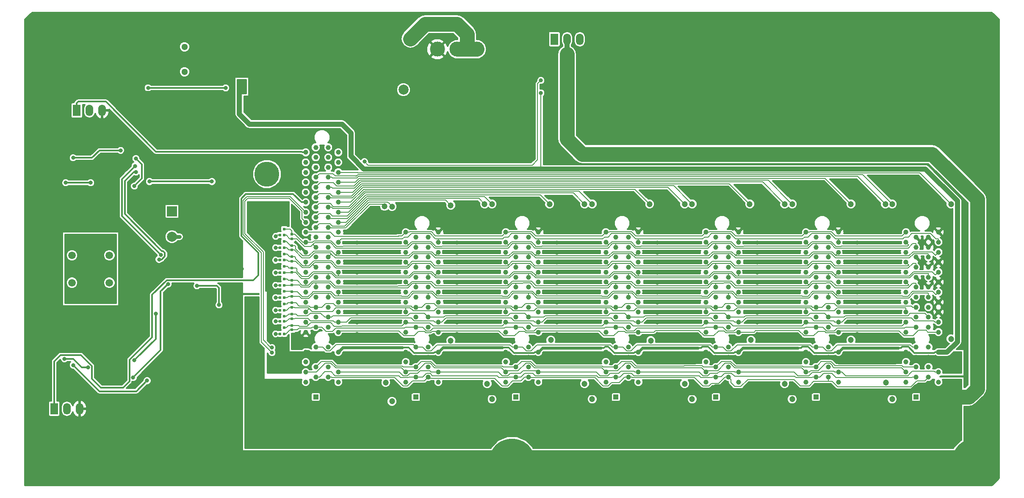
<source format=gbl>
G04 #@! TF.FileFunction,Copper,L4,Bot,Signal*
%FSLAX46Y46*%
G04 Gerber Fmt 4.6, Leading zero omitted, Abs format (unit mm)*
G04 Created by KiCad (PCBNEW (2015-02-20 BZR 5435)-product) date Mon 23 Feb 2015 11:51:58 AM EST*
%MOMM*%
G01*
G04 APERTURE LIST*
%ADD10C,0.100000*%
%ADD11C,1.000000*%
%ADD12R,1.000000X1.000000*%
%ADD13C,3.000000*%
%ADD14C,2.000000*%
%ADD15C,9.000000*%
%ADD16R,0.600000X0.600000*%
%ADD17R,1.998980X1.998980*%
%ADD18C,1.998980*%
%ADD19R,1.524000X2.286000*%
%ADD20O,1.524000X2.286000*%
%ADD21R,1.500000X1.500000*%
%ADD22C,1.500000*%
%ADD23C,1.300000*%
%ADD24C,5.000000*%
%ADD25C,0.800000*%
%ADD26C,1.200000*%
%ADD27C,1.000000*%
%ADD28C,0.200000*%
%ADD29C,0.300000*%
%ADD30C,0.600000*%
%ADD31C,0.170000*%
%ADD32C,3.000000*%
%ADD33C,0.900000*%
%ADD34C,0.800000*%
G04 APERTURE END LIST*
D10*
D11*
X88250000Y-134650000D03*
X90250000Y-133650000D03*
X88250000Y-132650000D03*
X90250000Y-131650000D03*
X88250000Y-130650000D03*
X90250000Y-129650000D03*
X88250000Y-128650000D03*
X90250000Y-127650000D03*
X88250000Y-126650000D03*
X90250000Y-125650000D03*
X88250000Y-124650000D03*
D12*
X85750000Y-134650000D03*
D11*
X83750000Y-133650000D03*
X85750000Y-132650000D03*
X83750000Y-131650000D03*
X85750000Y-130650000D03*
X83750000Y-129650000D03*
X85750000Y-128650000D03*
X83750000Y-127650000D03*
X85750000Y-126650000D03*
X83750000Y-125650000D03*
X85750000Y-124650000D03*
X90250000Y-121650000D03*
X88250000Y-120650000D03*
X90250000Y-119650000D03*
X88250000Y-118650000D03*
X90250000Y-117650000D03*
X88250000Y-116650000D03*
X90250000Y-115650000D03*
X88250000Y-114650000D03*
X90250000Y-113650000D03*
X88250000Y-112650000D03*
X90250000Y-111650000D03*
X88250000Y-110650000D03*
X90250000Y-109650000D03*
X88250000Y-108650000D03*
X90250000Y-107650000D03*
X88250000Y-106650000D03*
X90250000Y-105650000D03*
X88250000Y-104650000D03*
X90250000Y-103650000D03*
X88250000Y-102650000D03*
X90250000Y-101650000D03*
X88250000Y-100650000D03*
X90250000Y-99650000D03*
X88250000Y-98650000D03*
X90250000Y-97650000D03*
X88250000Y-96650000D03*
X90250000Y-95650000D03*
X88250000Y-94650000D03*
X90250000Y-93650000D03*
X88250000Y-92650000D03*
X90250000Y-91650000D03*
X88250000Y-90650000D03*
X90250000Y-89650000D03*
X88250000Y-88650000D03*
X90250000Y-87650000D03*
X88250000Y-86650000D03*
X90250000Y-85650000D03*
X88250000Y-84650000D03*
X83750000Y-121650000D03*
X85750000Y-120650000D03*
X83750000Y-119650000D03*
X85750000Y-118650000D03*
X83750000Y-117650000D03*
X85750000Y-116650000D03*
X83750000Y-115650000D03*
X85750000Y-114650000D03*
X83750000Y-113650000D03*
X85750000Y-112650000D03*
X83750000Y-111650000D03*
X85750000Y-110650000D03*
X83750000Y-109650000D03*
X85750000Y-108650000D03*
X83750000Y-107650000D03*
X85750000Y-106650000D03*
X83750000Y-105650000D03*
X85750000Y-104650000D03*
X83750000Y-103650000D03*
X85750000Y-102650000D03*
X83750000Y-101650000D03*
X85750000Y-100650000D03*
X83750000Y-99650000D03*
X85750000Y-98650000D03*
X83750000Y-97650000D03*
X85750000Y-96650000D03*
X83750000Y-95650000D03*
X85750000Y-94650000D03*
X83750000Y-93650000D03*
X85750000Y-92650000D03*
X83750000Y-91650000D03*
X85750000Y-90650000D03*
X83750000Y-89650000D03*
X85750000Y-88650000D03*
X83750000Y-87650000D03*
X85750000Y-86650000D03*
X83750000Y-85650000D03*
X85750000Y-84650000D03*
D13*
X121940000Y-65000000D03*
X117980000Y-65000000D03*
X114020000Y-65000000D03*
X110060000Y-65000000D03*
D11*
X168250000Y-134650000D03*
X170250000Y-133650000D03*
X168250000Y-132650000D03*
X170250000Y-131650000D03*
X168250000Y-130650000D03*
X170250000Y-129650000D03*
X168250000Y-128650000D03*
X170250000Y-127650000D03*
X168250000Y-126650000D03*
X170250000Y-125650000D03*
X168250000Y-124650000D03*
D12*
X165750000Y-134650000D03*
D11*
X163750000Y-133650000D03*
X165750000Y-132650000D03*
X163750000Y-131650000D03*
X165750000Y-130650000D03*
X163750000Y-129650000D03*
X165750000Y-128650000D03*
X163750000Y-127650000D03*
X165750000Y-126650000D03*
X163750000Y-125650000D03*
X165750000Y-124650000D03*
X170250000Y-121650000D03*
X168250000Y-120650000D03*
X170250000Y-119650000D03*
X168250000Y-118650000D03*
X170250000Y-117650000D03*
X168250000Y-116650000D03*
X170250000Y-115650000D03*
X168250000Y-114650000D03*
X170250000Y-113650000D03*
X168250000Y-112650000D03*
X170250000Y-111650000D03*
X168250000Y-110650000D03*
X170250000Y-109650000D03*
X168250000Y-108650000D03*
X170250000Y-107650000D03*
X168250000Y-106650000D03*
X170250000Y-105650000D03*
X168250000Y-104650000D03*
X170250000Y-103650000D03*
X168250000Y-102650000D03*
X170250000Y-101650000D03*
X163750000Y-121650000D03*
X165750000Y-120650000D03*
X163750000Y-119650000D03*
X165750000Y-118650000D03*
X163750000Y-117650000D03*
X165750000Y-116650000D03*
X163750000Y-115650000D03*
X165750000Y-114650000D03*
X163750000Y-113650000D03*
X165750000Y-112650000D03*
X163750000Y-111650000D03*
X165750000Y-110650000D03*
X163750000Y-109650000D03*
X165750000Y-108650000D03*
X163750000Y-107650000D03*
X165750000Y-106650000D03*
X163750000Y-105650000D03*
X165750000Y-104650000D03*
X163750000Y-103650000D03*
X165750000Y-102650000D03*
X163750000Y-101650000D03*
X148250000Y-134650000D03*
X150250000Y-133650000D03*
X148250000Y-132650000D03*
X150250000Y-131650000D03*
X148250000Y-130650000D03*
X150250000Y-129650000D03*
X148250000Y-128650000D03*
X150250000Y-127650000D03*
X148250000Y-126650000D03*
X150250000Y-125650000D03*
X148250000Y-124650000D03*
D12*
X145750000Y-134650000D03*
D11*
X143750000Y-133650000D03*
X145750000Y-132650000D03*
X143750000Y-131650000D03*
X145750000Y-130650000D03*
X143750000Y-129650000D03*
X145750000Y-128650000D03*
X143750000Y-127650000D03*
X145750000Y-126650000D03*
X143750000Y-125650000D03*
X145750000Y-124650000D03*
X150250000Y-121650000D03*
X148250000Y-120650000D03*
X150250000Y-119650000D03*
X148250000Y-118650000D03*
X150250000Y-117650000D03*
X148250000Y-116650000D03*
X150250000Y-115650000D03*
X148250000Y-114650000D03*
X150250000Y-113650000D03*
X148250000Y-112650000D03*
X150250000Y-111650000D03*
X148250000Y-110650000D03*
X150250000Y-109650000D03*
X148250000Y-108650000D03*
X150250000Y-107650000D03*
X148250000Y-106650000D03*
X150250000Y-105650000D03*
X148250000Y-104650000D03*
X150250000Y-103650000D03*
X148250000Y-102650000D03*
X150250000Y-101650000D03*
X143750000Y-121650000D03*
X145750000Y-120650000D03*
X143750000Y-119650000D03*
X145750000Y-118650000D03*
X143750000Y-117650000D03*
X145750000Y-116650000D03*
X143750000Y-115650000D03*
X145750000Y-114650000D03*
X143750000Y-113650000D03*
X145750000Y-112650000D03*
X143750000Y-111650000D03*
X145750000Y-110650000D03*
X143750000Y-109650000D03*
X145750000Y-108650000D03*
X143750000Y-107650000D03*
X145750000Y-106650000D03*
X143750000Y-105650000D03*
X145750000Y-104650000D03*
X143750000Y-103650000D03*
X145750000Y-102650000D03*
X143750000Y-101650000D03*
D14*
X104700000Y-62900000D03*
X103300000Y-73100000D03*
D11*
X128250000Y-134650000D03*
X130250000Y-133650000D03*
X128250000Y-132650000D03*
X130250000Y-131650000D03*
X128250000Y-130650000D03*
X130250000Y-129650000D03*
X128250000Y-128650000D03*
X130250000Y-127650000D03*
X128250000Y-126650000D03*
X130250000Y-125650000D03*
X128250000Y-124650000D03*
D12*
X125750000Y-134650000D03*
D11*
X123750000Y-133650000D03*
X125750000Y-132650000D03*
X123750000Y-131650000D03*
X125750000Y-130650000D03*
X123750000Y-129650000D03*
X125750000Y-128650000D03*
X123750000Y-127650000D03*
X125750000Y-126650000D03*
X123750000Y-125650000D03*
X125750000Y-124650000D03*
X130250000Y-121650000D03*
X128250000Y-120650000D03*
X130250000Y-119650000D03*
X128250000Y-118650000D03*
X130250000Y-117650000D03*
X128250000Y-116650000D03*
X130250000Y-115650000D03*
X128250000Y-114650000D03*
X130250000Y-113650000D03*
X128250000Y-112650000D03*
X130250000Y-111650000D03*
X128250000Y-110650000D03*
X130250000Y-109650000D03*
X128250000Y-108650000D03*
X130250000Y-107650000D03*
X128250000Y-106650000D03*
X130250000Y-105650000D03*
X128250000Y-104650000D03*
X130250000Y-103650000D03*
X128250000Y-102650000D03*
X130250000Y-101650000D03*
X123750000Y-121650000D03*
X125750000Y-120650000D03*
X123750000Y-119650000D03*
X125750000Y-118650000D03*
X123750000Y-117650000D03*
X125750000Y-116650000D03*
X123750000Y-115650000D03*
X125750000Y-114650000D03*
X123750000Y-113650000D03*
X125750000Y-112650000D03*
X123750000Y-111650000D03*
X125750000Y-110650000D03*
X123750000Y-109650000D03*
X125750000Y-108650000D03*
X123750000Y-107650000D03*
X125750000Y-106650000D03*
X123750000Y-105650000D03*
X125750000Y-104650000D03*
X123750000Y-103650000D03*
X125750000Y-102650000D03*
X123750000Y-101650000D03*
X188250000Y-134650000D03*
X190250000Y-133650000D03*
X188250000Y-132650000D03*
X190250000Y-131650000D03*
X188250000Y-130650000D03*
X190250000Y-129650000D03*
X188250000Y-128650000D03*
X190250000Y-127650000D03*
X188250000Y-126650000D03*
X190250000Y-125650000D03*
X188250000Y-124650000D03*
D12*
X185750000Y-134650000D03*
D11*
X183750000Y-133650000D03*
X185750000Y-132650000D03*
X183750000Y-131650000D03*
X185750000Y-130650000D03*
X183750000Y-129650000D03*
X185750000Y-128650000D03*
X183750000Y-127650000D03*
X185750000Y-126650000D03*
X183750000Y-125650000D03*
X185750000Y-124650000D03*
X190250000Y-121650000D03*
X188250000Y-120650000D03*
X190250000Y-119650000D03*
X188250000Y-118650000D03*
X190250000Y-117650000D03*
X188250000Y-116650000D03*
X190250000Y-115650000D03*
X188250000Y-114650000D03*
X190250000Y-113650000D03*
X188250000Y-112650000D03*
X190250000Y-111650000D03*
X188250000Y-110650000D03*
X190250000Y-109650000D03*
X188250000Y-108650000D03*
X190250000Y-107650000D03*
X188250000Y-106650000D03*
X190250000Y-105650000D03*
X188250000Y-104650000D03*
X190250000Y-103650000D03*
X188250000Y-102650000D03*
X190250000Y-101650000D03*
X183750000Y-121650000D03*
X185750000Y-120650000D03*
X183750000Y-119650000D03*
X185750000Y-118650000D03*
X183750000Y-117650000D03*
X185750000Y-116650000D03*
X183750000Y-115650000D03*
X185750000Y-114650000D03*
X183750000Y-113650000D03*
X185750000Y-112650000D03*
X183750000Y-111650000D03*
X185750000Y-110650000D03*
X183750000Y-109650000D03*
X185750000Y-108650000D03*
X183750000Y-107650000D03*
X185750000Y-106650000D03*
X183750000Y-105650000D03*
X185750000Y-104650000D03*
X183750000Y-103650000D03*
X185750000Y-102650000D03*
X183750000Y-101650000D03*
X208250000Y-134650000D03*
X210250000Y-133650000D03*
X208250000Y-132650000D03*
X210250000Y-131650000D03*
X208250000Y-130650000D03*
X210250000Y-129650000D03*
X208250000Y-128650000D03*
X210250000Y-127650000D03*
X208250000Y-126650000D03*
X210250000Y-125650000D03*
X208250000Y-124650000D03*
D12*
X205750000Y-134650000D03*
D11*
X203750000Y-133650000D03*
X205750000Y-132650000D03*
X203750000Y-131650000D03*
X205750000Y-130650000D03*
X203750000Y-129650000D03*
X205750000Y-128650000D03*
X203750000Y-127650000D03*
X205750000Y-126650000D03*
X203750000Y-125650000D03*
X205750000Y-124650000D03*
X210250000Y-121650000D03*
X208250000Y-120650000D03*
X210250000Y-119650000D03*
X208250000Y-118650000D03*
X210250000Y-117650000D03*
X208250000Y-116650000D03*
X210250000Y-115650000D03*
X208250000Y-114650000D03*
X210250000Y-113650000D03*
X208250000Y-112650000D03*
X210250000Y-111650000D03*
X208250000Y-110650000D03*
X210250000Y-109650000D03*
X208250000Y-108650000D03*
X210250000Y-107650000D03*
X208250000Y-106650000D03*
X210250000Y-105650000D03*
X208250000Y-104650000D03*
X210250000Y-103650000D03*
X208250000Y-102650000D03*
X210250000Y-101650000D03*
X203750000Y-121650000D03*
X205750000Y-120650000D03*
X203750000Y-119650000D03*
X205750000Y-118650000D03*
X203750000Y-117650000D03*
X205750000Y-116650000D03*
X203750000Y-115650000D03*
X205750000Y-114650000D03*
X203750000Y-113650000D03*
X205750000Y-112650000D03*
X203750000Y-111650000D03*
X205750000Y-110650000D03*
X203750000Y-109650000D03*
X205750000Y-108650000D03*
X203750000Y-107650000D03*
X205750000Y-106650000D03*
X203750000Y-105650000D03*
X205750000Y-104650000D03*
X203750000Y-103650000D03*
X205750000Y-102650000D03*
X203750000Y-101650000D03*
X108250000Y-134650000D03*
X110250000Y-133650000D03*
X108250000Y-132650000D03*
X110250000Y-131650000D03*
X108250000Y-130650000D03*
X110250000Y-129650000D03*
X108250000Y-128650000D03*
X110250000Y-127650000D03*
X108250000Y-126650000D03*
X110250000Y-125650000D03*
X108250000Y-124650000D03*
D12*
X105750000Y-134650000D03*
D11*
X103750000Y-133650000D03*
X105750000Y-132650000D03*
X103750000Y-131650000D03*
X105750000Y-130650000D03*
X103750000Y-129650000D03*
X105750000Y-128650000D03*
X103750000Y-127650000D03*
X105750000Y-126650000D03*
X103750000Y-125650000D03*
X105750000Y-124650000D03*
X110250000Y-121650000D03*
X108250000Y-120650000D03*
X110250000Y-119650000D03*
X108250000Y-118650000D03*
X110250000Y-117650000D03*
X108250000Y-116650000D03*
X110250000Y-115650000D03*
X108250000Y-114650000D03*
X110250000Y-113650000D03*
X108250000Y-112650000D03*
X110250000Y-111650000D03*
X108250000Y-110650000D03*
X110250000Y-109650000D03*
X108250000Y-108650000D03*
X110250000Y-107650000D03*
X108250000Y-106650000D03*
X110250000Y-105650000D03*
X108250000Y-104650000D03*
X110250000Y-103650000D03*
X108250000Y-102650000D03*
X110250000Y-101650000D03*
X103750000Y-121650000D03*
X105750000Y-120650000D03*
X103750000Y-119650000D03*
X105750000Y-118650000D03*
X103750000Y-117650000D03*
X105750000Y-116650000D03*
X103750000Y-115650000D03*
X105750000Y-114650000D03*
X103750000Y-113650000D03*
X105750000Y-112650000D03*
X103750000Y-111650000D03*
X105750000Y-110650000D03*
X103750000Y-109650000D03*
X105750000Y-108650000D03*
X103750000Y-107650000D03*
X105750000Y-106650000D03*
X103750000Y-105650000D03*
X105750000Y-104650000D03*
X103750000Y-103650000D03*
X105750000Y-102650000D03*
X103750000Y-101650000D03*
D15*
X32500000Y-147500000D03*
D11*
X35500000Y-147500000D03*
X34000000Y-150100000D03*
X31000000Y-150100000D03*
X29500000Y-147500000D03*
X31000000Y-144900000D03*
X34000000Y-144900000D03*
D15*
X217500000Y-147500000D03*
D11*
X220500000Y-147500000D03*
X219000000Y-150100000D03*
X216000000Y-150100000D03*
X214500000Y-147500000D03*
X216000000Y-144900000D03*
X219000000Y-144900000D03*
D15*
X32500000Y-62500000D03*
D11*
X35500000Y-62500000D03*
X34000000Y-65100000D03*
X31000000Y-65100000D03*
X29500000Y-62500000D03*
X31000000Y-59900000D03*
X34000000Y-59900000D03*
D15*
X217500000Y-62500000D03*
D11*
X220500000Y-62500000D03*
X219000000Y-65100000D03*
X216000000Y-65100000D03*
X214500000Y-62500000D03*
X216000000Y-59900000D03*
X219000000Y-59900000D03*
D16*
X78550000Y-118500000D03*
X79450000Y-118500000D03*
X81000000Y-118050000D03*
X81000000Y-118950000D03*
X79450000Y-119500000D03*
X78550000Y-119500000D03*
X78550000Y-116000000D03*
X79450000Y-116000000D03*
X81000000Y-115800000D03*
X81000000Y-116700000D03*
X79450000Y-117250000D03*
X78550000Y-117250000D03*
X78550000Y-113500000D03*
X79450000Y-113500000D03*
X81000000Y-113550000D03*
X81000000Y-114450000D03*
X79450000Y-114750000D03*
X78550000Y-114750000D03*
X78550000Y-111000000D03*
X79450000Y-111000000D03*
X81000000Y-111300000D03*
X81000000Y-112200000D03*
X79450000Y-112250000D03*
X78550000Y-112250000D03*
X78550000Y-108500000D03*
X79450000Y-108500000D03*
X81000000Y-108800000D03*
X81000000Y-109700000D03*
X79450000Y-109750000D03*
X78550000Y-109750000D03*
X78550000Y-106000000D03*
X79450000Y-106000000D03*
X81000000Y-106550000D03*
X81000000Y-107450000D03*
X79450000Y-107250000D03*
X78550000Y-107250000D03*
X78550000Y-103500000D03*
X79450000Y-103500000D03*
X81000000Y-104300000D03*
X81000000Y-105200000D03*
X79450000Y-104750000D03*
X78550000Y-104750000D03*
X78550000Y-101000000D03*
X79450000Y-101000000D03*
X81000000Y-102050000D03*
X81000000Y-102950000D03*
X79450000Y-102250000D03*
X78550000Y-102250000D03*
X78550000Y-120750000D03*
X79450000Y-120750000D03*
X81000000Y-120300000D03*
X81000000Y-121200000D03*
X79450000Y-122000000D03*
X78550000Y-122000000D03*
D17*
X57000000Y-97460000D03*
D18*
X57000000Y-102540000D03*
D19*
X33460000Y-137000000D03*
D20*
X36000000Y-137000000D03*
X38540000Y-137000000D03*
D19*
X37960000Y-77250000D03*
D20*
X40500000Y-77250000D03*
X43040000Y-77250000D03*
D21*
X37000000Y-114249680D03*
D22*
X37000000Y-111750320D03*
D21*
X37000000Y-103750320D03*
D22*
X37000000Y-106249680D03*
D21*
X44500000Y-103750320D03*
D22*
X44500000Y-106249680D03*
D21*
X44500000Y-114249680D03*
D22*
X44500000Y-111750320D03*
D15*
X125000000Y-80000000D03*
D11*
X128000000Y-80000000D03*
X126500000Y-82600000D03*
X123500000Y-82600000D03*
X122000000Y-80000000D03*
X123500000Y-77400000D03*
X126500000Y-77400000D03*
D15*
X125000000Y-147500000D03*
D11*
X128000000Y-147500000D03*
X126500000Y-150100000D03*
X123500000Y-150100000D03*
X122000000Y-147500000D03*
X123500000Y-144900000D03*
X126500000Y-144900000D03*
D23*
X59500000Y-64500000D03*
X59500000Y-69500000D03*
D24*
X76000000Y-90000000D03*
X75000000Y-139000000D03*
D19*
X133460000Y-63000000D03*
D20*
X136000000Y-63000000D03*
X138540000Y-63000000D03*
D25*
X130750000Y-73750000D03*
X130750000Y-73750000D03*
X52250000Y-72750000D03*
X67750000Y-72750000D03*
X67750000Y-72750000D03*
X70500000Y-73500000D03*
X70500000Y-72500000D03*
X70500000Y-71500000D03*
X71500000Y-71500000D03*
X71500000Y-72500000D03*
X71500000Y-73500000D03*
X69500000Y-109000000D03*
X66500000Y-109000000D03*
X63500000Y-109000000D03*
X60500000Y-109000000D03*
X57500000Y-109000000D03*
X54500000Y-109000000D03*
X51500000Y-109000000D03*
X48500000Y-109000000D03*
X94000000Y-122050020D03*
X94000000Y-119749990D03*
X94000000Y-117749991D03*
X94000000Y-115749990D03*
X94000000Y-113749990D03*
X94000000Y-111749990D03*
X94000000Y-109749991D03*
X94000000Y-107749990D03*
X94000000Y-105749991D03*
X94000000Y-103749990D03*
X94006960Y-101650000D03*
X50000000Y-109000000D03*
X71000000Y-109000000D03*
X68000000Y-109000000D03*
X65000000Y-109000000D03*
X62000000Y-109000000D03*
X59000000Y-109000000D03*
X56000000Y-109000000D03*
X53000000Y-109000000D03*
X47000000Y-109000000D03*
X46000000Y-131500000D03*
X45000000Y-131500000D03*
X44000000Y-131500000D03*
X46000000Y-130000000D03*
X45000000Y-130000000D03*
X44000000Y-130000000D03*
X46000000Y-128500000D03*
X45000000Y-128500000D03*
X44000000Y-128500000D03*
X114000000Y-122050020D03*
X134000000Y-122050020D03*
X194000000Y-122050020D03*
X43200000Y-81400000D03*
X40600000Y-81400000D03*
X113987598Y-101650000D03*
X114000000Y-103749990D03*
X114000000Y-105749991D03*
X114000000Y-107749991D03*
X114000000Y-109749990D03*
X114000000Y-111749991D03*
X114000000Y-113749990D03*
X114000000Y-115749991D03*
X114000000Y-117749990D03*
X114000000Y-119749991D03*
X133976519Y-101650000D03*
X134000000Y-103749990D03*
X134000000Y-105749990D03*
X134000000Y-107749991D03*
X134000000Y-109749990D03*
X134000000Y-111749991D03*
X134000000Y-113749990D03*
X134000000Y-115749991D03*
X134000000Y-117749991D03*
X134000000Y-119749991D03*
X153978119Y-101650000D03*
X154000000Y-103749990D03*
X154000000Y-105749990D03*
X154000000Y-107749991D03*
X154000000Y-109749990D03*
X154000000Y-111749991D03*
X154000000Y-113749990D03*
X154000000Y-115749991D03*
X154000000Y-117749990D03*
X154000000Y-119749991D03*
X154000000Y-122000000D03*
X174007109Y-101650000D03*
X174000000Y-103749990D03*
X174000000Y-105749991D03*
X174000000Y-107749991D03*
X174000000Y-109749990D03*
X174000000Y-111749991D03*
X174000000Y-113749990D03*
X174000000Y-115749991D03*
X174000000Y-117749990D03*
X174000000Y-119749991D03*
X174000000Y-122000000D03*
X193972400Y-101650000D03*
X194000000Y-103749990D03*
X194000000Y-105749991D03*
X194000000Y-107749991D03*
X194000000Y-109749990D03*
X194000000Y-111749991D03*
X194000000Y-113749990D03*
X194000000Y-115749991D03*
X194000000Y-117749991D03*
X194000000Y-119749991D03*
X49500000Y-72000000D03*
X49500000Y-72000000D03*
X49500000Y-72000000D03*
X67750000Y-77250000D03*
X67750000Y-77250000D03*
X77750000Y-102500000D03*
X77750000Y-104750000D03*
X77750000Y-107250000D03*
X77750000Y-109750000D03*
X77750000Y-112250000D03*
X77750000Y-114750000D03*
X77750000Y-117250000D03*
X77750000Y-119500000D03*
X77750000Y-122000000D03*
X46000000Y-89250000D03*
X44000000Y-89250000D03*
X45000000Y-88000000D03*
X46000000Y-86750000D03*
X44000000Y-86750000D03*
X74000000Y-120000000D03*
X73000000Y-120000000D03*
X74000000Y-119000000D03*
X73000000Y-119000000D03*
X74000000Y-118000000D03*
X73000000Y-118000000D03*
X74000000Y-117000000D03*
X73000000Y-117000000D03*
X74000000Y-116000000D03*
X73000000Y-116000000D03*
X72000000Y-116000000D03*
X74000000Y-115000000D03*
X73000000Y-115000000D03*
X72000000Y-115000000D03*
X73000000Y-121000000D03*
X73000000Y-122000000D03*
X73000000Y-123000000D03*
X73000000Y-124000000D03*
X73000000Y-125000000D03*
X74000000Y-121000000D03*
X74000000Y-122000000D03*
X74000000Y-123000000D03*
X74000000Y-124000000D03*
X74000000Y-125000000D03*
X65000000Y-91500000D03*
X72500000Y-96000000D03*
X74000000Y-96000000D03*
X75500000Y-96000000D03*
X77000000Y-96000000D03*
X72500000Y-97500000D03*
X74000000Y-97500000D03*
X75500000Y-97500000D03*
X77000000Y-97500000D03*
X72500000Y-99000000D03*
X74000000Y-99000000D03*
X75500000Y-99000000D03*
X77000000Y-99000000D03*
X72500000Y-100500000D03*
X74000000Y-100500000D03*
X75500000Y-100500000D03*
X52500000Y-91500000D03*
D26*
X99500000Y-96455180D03*
X99750000Y-131750000D03*
X119500000Y-96000000D03*
X120000000Y-132000000D03*
X139500000Y-96000000D03*
X139500000Y-132000000D03*
X159500000Y-96000000D03*
X159500000Y-132000000D03*
X179500000Y-96000000D03*
X179500000Y-132000000D03*
X199634997Y-96000000D03*
X199750000Y-131749980D03*
X112750000Y-96250000D03*
X112750000Y-123349990D03*
X132500000Y-96000000D03*
X132750000Y-123250000D03*
X152500000Y-96000000D03*
X152750000Y-123349990D03*
X172750000Y-123250000D03*
X172500000Y-96000000D03*
X192750000Y-96000000D03*
X192750000Y-123250000D03*
X212750000Y-123000000D03*
X212750000Y-96000000D03*
X101000000Y-96500000D03*
X101000000Y-135500000D03*
X161000000Y-96000000D03*
X161000000Y-135065010D03*
X121000000Y-96000000D03*
X121000000Y-135065010D03*
X181000000Y-96000000D03*
X181000000Y-135065010D03*
X141000000Y-96000000D03*
X141000000Y-135065010D03*
X201000000Y-96000000D03*
X201000000Y-135065010D03*
D25*
X77000000Y-124750000D03*
X77000000Y-125750000D03*
X95500000Y-87500000D03*
X130750000Y-71250000D03*
X43000000Y-114500000D03*
X41500000Y-114500000D03*
X40000000Y-114500000D03*
X38500000Y-114500000D03*
X43000000Y-103500000D03*
X41500000Y-103500000D03*
X40000000Y-103500000D03*
X38500000Y-103500000D03*
X37250000Y-128250000D03*
X52044350Y-131378038D03*
X35500000Y-127000000D03*
X35500000Y-127000000D03*
X40250000Y-128750000D03*
X40250000Y-128750000D03*
X40250000Y-128750000D03*
X53750000Y-118000000D03*
X53750000Y-118000000D03*
X49500000Y-127250000D03*
X56250000Y-112000000D03*
X56250000Y-112000000D03*
X56250000Y-112000000D03*
X49250000Y-130750000D03*
X49250000Y-130750000D03*
X62000000Y-112400000D03*
X62000000Y-112400000D03*
X66400000Y-116200000D03*
X35750000Y-91750000D03*
X40750000Y-91750000D03*
X46750000Y-85250000D03*
X37250000Y-86750000D03*
X49600000Y-88400000D03*
X49600000Y-88400000D03*
X49600000Y-88400000D03*
X49600000Y-88400000D03*
X54800000Y-106200000D03*
X54800000Y-106200000D03*
X49500000Y-92400000D03*
X49500000Y-92400000D03*
X49800000Y-86900000D03*
X49800000Y-86900000D03*
X49800000Y-89600000D03*
X49800000Y-89600000D03*
X49800000Y-89600000D03*
X49800000Y-89600000D03*
X49800000Y-89600000D03*
X49800000Y-89600000D03*
X49800000Y-89600000D03*
X49800000Y-89600000D03*
X49800000Y-89600000D03*
X49800000Y-89600000D03*
X54419867Y-107086977D03*
D27*
X207607192Y-88984990D02*
X130769801Y-88984990D01*
X130769801Y-88984990D02*
X95384990Y-88984990D01*
D28*
X130750000Y-73750000D02*
X130750000Y-88965189D01*
X130750000Y-88965189D02*
X130769801Y-88984990D01*
D27*
X72500000Y-80000000D02*
X70500000Y-78000000D01*
X70500000Y-78000000D02*
X70500000Y-73500000D01*
X91000000Y-80000000D02*
X72500000Y-80000000D01*
X92800000Y-81800000D02*
X91000000Y-80000000D01*
X92800000Y-86400000D02*
X92800000Y-81800000D01*
X95384990Y-88984990D02*
X92800000Y-86400000D01*
X210250000Y-125650000D02*
X211972202Y-125650000D01*
X214015001Y-95392799D02*
X207607192Y-88984990D01*
X211972202Y-125650000D02*
X214015001Y-123607201D01*
X214015001Y-123607201D02*
X214015001Y-95392799D01*
D29*
X165434999Y-125834999D02*
X164200010Y-124600010D01*
X169357895Y-125834999D02*
X165434999Y-125834999D01*
X169542894Y-125650000D02*
X169357895Y-125834999D01*
X170250000Y-125650000D02*
X169542894Y-125650000D01*
X150250000Y-125650000D02*
X149542894Y-125650000D01*
X149542894Y-125650000D02*
X149357895Y-125834999D01*
X149357895Y-125834999D02*
X145434999Y-125834999D01*
X145434999Y-125834999D02*
X144200010Y-124600010D01*
X185434999Y-125834999D02*
X184200010Y-124600010D01*
X189357895Y-125834999D02*
X185434999Y-125834999D01*
X189542894Y-125650000D02*
X189357895Y-125834999D01*
X190250000Y-125650000D02*
X189542894Y-125650000D01*
X210250000Y-125650000D02*
X209542894Y-125650000D01*
X209542894Y-125650000D02*
X209357895Y-125834999D01*
X209357895Y-125834999D02*
X205434999Y-125834999D01*
X205434999Y-125834999D02*
X204200010Y-124600010D01*
X52250000Y-72750000D02*
X67750000Y-72750000D01*
D30*
X70500000Y-73500000D02*
X70500000Y-72500000D01*
X70500000Y-72500000D02*
X70500000Y-71500000D01*
D29*
X90350000Y-125650000D02*
X90250000Y-125650000D01*
X129542894Y-125650000D02*
X130250000Y-125650000D01*
X129357895Y-125834999D02*
X129542894Y-125650000D01*
X125434999Y-125834999D02*
X129357895Y-125834999D01*
X124350000Y-124750000D02*
X125434999Y-125834999D01*
D30*
X111149990Y-124750010D02*
X122372179Y-124750010D01*
X110250000Y-125650000D02*
X111149990Y-124750010D01*
X122372179Y-124750010D02*
X123000000Y-124750010D01*
D29*
X123000010Y-124750000D02*
X123000000Y-124750010D01*
X124350000Y-124750000D02*
X123000010Y-124750000D01*
X109357895Y-125834999D02*
X105434999Y-125834999D01*
X109542894Y-125650000D02*
X109357895Y-125834999D01*
X105434999Y-125834999D02*
X104350000Y-124750000D01*
X110250000Y-125650000D02*
X109542894Y-125650000D01*
D30*
X90250000Y-125650000D02*
X91150000Y-124750000D01*
X91150000Y-124750000D02*
X103015956Y-124750000D01*
D29*
X104350000Y-124750000D02*
X103015956Y-124750000D01*
D30*
X150250000Y-125650000D02*
X151100000Y-124800000D01*
X151100000Y-124800000D02*
X162184837Y-124800000D01*
D29*
X164200010Y-124600010D02*
X162999990Y-124600010D01*
X162800000Y-124800000D02*
X162184837Y-124800000D01*
X162999990Y-124600010D02*
X162800000Y-124800000D01*
D30*
X171100000Y-124800000D02*
X170250000Y-125650000D01*
X182165699Y-124800000D02*
X171100000Y-124800000D01*
D29*
X184200010Y-124600010D02*
X182999990Y-124600010D01*
X182800000Y-124800000D02*
X182165699Y-124800000D01*
X182999990Y-124600010D02*
X182800000Y-124800000D01*
D30*
X191100000Y-124800000D02*
X190250000Y-125650000D01*
X202165699Y-124800000D02*
X191100000Y-124800000D01*
D29*
X204200010Y-124600010D02*
X202999990Y-124600010D01*
X202800000Y-124800000D02*
X202165699Y-124800000D01*
X202999990Y-124600010D02*
X202800000Y-124800000D01*
D30*
X130749999Y-125150001D02*
X130250000Y-125650000D01*
X131100000Y-124800000D02*
X130749999Y-125150001D01*
X142800000Y-124800000D02*
X131100000Y-124800000D01*
D29*
X144200010Y-124600010D02*
X143599990Y-124600010D01*
X143400000Y-124800000D02*
X142800000Y-124800000D01*
X143599990Y-124600010D02*
X143400000Y-124800000D01*
D28*
X68000000Y-109000000D02*
X69500000Y-109000000D01*
X65000000Y-109000000D02*
X66500000Y-109000000D01*
X62000000Y-109000000D02*
X63500000Y-109000000D01*
X59000000Y-109000000D02*
X60500000Y-109000000D01*
X56000000Y-109000000D02*
X57500000Y-109000000D01*
X53000000Y-109000000D02*
X54500000Y-109000000D01*
X50000000Y-109000000D02*
X51500000Y-109000000D01*
X47000000Y-109000000D02*
X48500000Y-109000000D01*
D29*
X40600000Y-81400000D02*
X43200000Y-81400000D01*
X49500000Y-72000000D02*
X51000000Y-73500000D01*
X51000000Y-73500000D02*
X67000000Y-73500000D01*
X67750000Y-74250000D02*
X67750000Y-77250000D01*
X67000000Y-73500000D02*
X67750000Y-74250000D01*
D31*
X78000000Y-102250000D02*
X77750000Y-102500000D01*
X78550000Y-102250000D02*
X78000000Y-102250000D01*
X78550000Y-104750000D02*
X77750000Y-104750000D01*
X78550000Y-107250000D02*
X77750000Y-107250000D01*
X78550000Y-109750000D02*
X77750000Y-109750000D01*
X78550000Y-112250000D02*
X77750000Y-112250000D01*
X78550000Y-114750000D02*
X77750000Y-114750000D01*
X78550000Y-117250000D02*
X77750000Y-117250000D01*
X78550000Y-119500000D02*
X77750000Y-119500000D01*
X78550000Y-122000000D02*
X77750000Y-122000000D01*
D32*
X208250000Y-134650000D02*
X216350000Y-134650000D01*
X218000000Y-95000000D02*
X209000000Y-86000000D01*
X216350000Y-134650000D02*
X218000000Y-133000000D01*
X218000000Y-133000000D02*
X218000000Y-95000000D01*
X209000000Y-86000000D02*
X139000000Y-86000000D01*
X136000000Y-83000000D02*
X136000000Y-66000000D01*
X139000000Y-86000000D02*
X136000000Y-83000000D01*
D27*
X136000000Y-65000000D02*
X136000000Y-63000000D01*
X136000000Y-69000000D02*
X136000000Y-65000000D01*
X103042894Y-133650000D02*
X102892894Y-133800000D01*
X103750000Y-133650000D02*
X103042894Y-133650000D01*
X102892894Y-133800000D02*
X102200000Y-133800000D01*
X104750000Y-133650000D02*
X105750000Y-132650000D01*
X103750000Y-133650000D02*
X104750000Y-133650000D01*
X105750000Y-132650000D02*
X108250000Y-132650000D01*
X108250000Y-132650000D02*
X108250000Y-134650000D01*
X128250000Y-132650000D02*
X128250000Y-134650000D01*
X125750000Y-132650000D02*
X128250000Y-132650000D01*
X123750000Y-133650000D02*
X124750000Y-133650000D01*
X124750000Y-133650000D02*
X125750000Y-132650000D01*
X164750000Y-133650000D02*
X165750000Y-132650000D01*
X163750000Y-133650000D02*
X164750000Y-133650000D01*
X165750000Y-132650000D02*
X168250000Y-132650000D01*
X168250000Y-132650000D02*
X168250000Y-134650000D01*
X148250000Y-132650000D02*
X148250000Y-134650000D01*
X145750000Y-132650000D02*
X148250000Y-132650000D01*
X143750000Y-133650000D02*
X144750000Y-133650000D01*
X144750000Y-133650000D02*
X145750000Y-132650000D01*
X184750000Y-133650000D02*
X185750000Y-132650000D01*
X183750000Y-133650000D02*
X184750000Y-133650000D01*
X185750000Y-132650000D02*
X188250000Y-132650000D01*
X188250000Y-132650000D02*
X188250000Y-134650000D01*
X208250000Y-132650000D02*
X208250000Y-134650000D01*
X205750000Y-132650000D02*
X208250000Y-132650000D01*
X203750000Y-133650000D02*
X204750000Y-133650000D01*
X204750000Y-133650000D02*
X205750000Y-132650000D01*
X122892894Y-133800000D02*
X123042894Y-133650000D01*
X111107106Y-133800000D02*
X122892894Y-133800000D01*
X110957106Y-133650000D02*
X111107106Y-133800000D01*
X123042894Y-133650000D02*
X123750000Y-133650000D01*
X110250000Y-133650000D02*
X110957106Y-133650000D01*
X143042894Y-133650000D02*
X143750000Y-133650000D01*
X142892894Y-133800000D02*
X143042894Y-133650000D01*
X131107106Y-133800000D02*
X142892894Y-133800000D01*
X130957106Y-133650000D02*
X131107106Y-133800000D01*
X130250000Y-133650000D02*
X130957106Y-133650000D01*
X163042894Y-133650000D02*
X163750000Y-133650000D01*
X162892894Y-133800000D02*
X163042894Y-133650000D01*
X151107106Y-133800000D02*
X162892894Y-133800000D01*
X150957106Y-133650000D02*
X151107106Y-133800000D01*
X150250000Y-133650000D02*
X150957106Y-133650000D01*
X183042894Y-133650000D02*
X183750000Y-133650000D01*
X182892894Y-133800000D02*
X183042894Y-133650000D01*
X171107106Y-133800000D02*
X182892894Y-133800000D01*
X170957106Y-133650000D02*
X171107106Y-133800000D01*
X170250000Y-133650000D02*
X170957106Y-133650000D01*
X203042894Y-133650000D02*
X203750000Y-133650000D01*
X202892894Y-133800000D02*
X203042894Y-133650000D01*
X191107106Y-133800000D02*
X202892894Y-133800000D01*
X190957106Y-133650000D02*
X191107106Y-133800000D01*
X190250000Y-133650000D02*
X190957106Y-133650000D01*
X102050000Y-133650000D02*
X90250000Y-133650000D01*
X102200000Y-133800000D02*
X102050000Y-133650000D01*
X85750000Y-132650000D02*
X88250000Y-132650000D01*
X88250000Y-132650000D02*
X88250000Y-134650000D01*
X84750000Y-132650000D02*
X83750000Y-133650000D01*
X85750000Y-132650000D02*
X84750000Y-132650000D01*
X88400000Y-132650000D02*
X89400000Y-133650000D01*
X89400000Y-133650000D02*
X90250000Y-133650000D01*
X88250000Y-132650000D02*
X88400000Y-132650000D01*
X108250000Y-132750000D02*
X109150000Y-133650000D01*
X109150000Y-133650000D02*
X110250000Y-133650000D01*
X108250000Y-132650000D02*
X108250000Y-132750000D01*
X129650000Y-133650000D02*
X130250000Y-133650000D01*
X128650000Y-132650000D02*
X129650000Y-133650000D01*
X128250000Y-132650000D02*
X128650000Y-132650000D01*
X149150000Y-133650000D02*
X150250000Y-133650000D01*
X148250000Y-132750000D02*
X149150000Y-133650000D01*
X148250000Y-132650000D02*
X148250000Y-132750000D01*
X169150000Y-133650000D02*
X170250000Y-133650000D01*
X168250000Y-132750000D02*
X169150000Y-133650000D01*
X168250000Y-132650000D02*
X168250000Y-132750000D01*
X189400000Y-133650000D02*
X190250000Y-133650000D01*
X188400000Y-132650000D02*
X189400000Y-133650000D01*
X188250000Y-132650000D02*
X188400000Y-132650000D01*
X209150000Y-133650000D02*
X210250000Y-133650000D01*
X208250000Y-132750000D02*
X209150000Y-133650000D01*
X208250000Y-132650000D02*
X208250000Y-132750000D01*
D29*
X52500000Y-91500000D02*
X65000000Y-91500000D01*
D33*
X104750000Y-126650000D02*
X105750000Y-126650000D01*
X103750000Y-125650000D02*
X104750000Y-126650000D01*
X105750000Y-126650000D02*
X108250000Y-126650000D01*
X109250000Y-126650000D02*
X110250000Y-127650000D01*
X108250000Y-126650000D02*
X109250000Y-126650000D01*
X128250000Y-126650000D02*
X129250000Y-126650000D01*
X129250000Y-126650000D02*
X130250000Y-127650000D01*
X125750000Y-126650000D02*
X128250000Y-126650000D01*
X123750000Y-125650000D02*
X124750000Y-126650000D01*
X124750000Y-126650000D02*
X125750000Y-126650000D01*
X164750000Y-126650000D02*
X165750000Y-126650000D01*
X163750000Y-125650000D02*
X164750000Y-126650000D01*
X165750000Y-126650000D02*
X168250000Y-126650000D01*
X169250000Y-126650000D02*
X170250000Y-127650000D01*
X168250000Y-126650000D02*
X169250000Y-126650000D01*
X148250000Y-126650000D02*
X149250000Y-126650000D01*
X149250000Y-126650000D02*
X150250000Y-127650000D01*
X145750000Y-126650000D02*
X148250000Y-126650000D01*
X143750000Y-125650000D02*
X144750000Y-126650000D01*
X144750000Y-126650000D02*
X145750000Y-126650000D01*
X184750000Y-126650000D02*
X185750000Y-126650000D01*
X183750000Y-125650000D02*
X184750000Y-126650000D01*
X185750000Y-126650000D02*
X188250000Y-126650000D01*
X189250000Y-126650000D02*
X190250000Y-127650000D01*
X188250000Y-126650000D02*
X189250000Y-126650000D01*
X208250000Y-126650000D02*
X209250000Y-126650000D01*
X209250000Y-126650000D02*
X210250000Y-127650000D01*
X205750000Y-126650000D02*
X208250000Y-126650000D01*
X203750000Y-125650000D02*
X204750000Y-126650000D01*
X204750000Y-126650000D02*
X205750000Y-126650000D01*
X88250000Y-126650000D02*
X85750000Y-126650000D01*
X88250000Y-126650000D02*
X85250000Y-126650000D01*
X84250000Y-125650000D02*
X83750000Y-125650000D01*
X85250000Y-126650000D02*
X84250000Y-125650000D01*
X89250000Y-126650000D02*
X88250000Y-126650000D01*
X90250000Y-127650000D02*
X89250000Y-126650000D01*
X123600000Y-125650000D02*
X123750000Y-125650000D01*
X121600000Y-127650000D02*
X123600000Y-125650000D01*
X110250000Y-127650000D02*
X121600000Y-127650000D01*
X143600000Y-125650000D02*
X143750000Y-125650000D01*
X141600000Y-127650000D02*
X143600000Y-125650000D01*
X130250000Y-127650000D02*
X141600000Y-127650000D01*
X163600000Y-125650000D02*
X163750000Y-125650000D01*
X161600000Y-127650000D02*
X163600000Y-125650000D01*
X150250000Y-127650000D02*
X161600000Y-127650000D01*
X183600000Y-125650000D02*
X183750000Y-125650000D01*
X181600000Y-127650000D02*
X183600000Y-125650000D01*
X170250000Y-127650000D02*
X181600000Y-127650000D01*
X203600000Y-125650000D02*
X203750000Y-125650000D01*
X201600000Y-127650000D02*
X203600000Y-125650000D01*
X190250000Y-127650000D02*
X201600000Y-127650000D01*
X103750000Y-125650000D02*
X101750000Y-127650000D01*
X101750000Y-127650000D02*
X90957106Y-127650000D01*
X90957106Y-127650000D02*
X90250000Y-127650000D01*
D29*
X34733627Y-126250000D02*
X38808202Y-126250000D01*
X33460000Y-137000000D02*
X33460000Y-127523627D01*
X33460000Y-127523627D02*
X34733627Y-126250000D01*
X74250000Y-110250000D02*
X74250000Y-105750000D01*
X74250000Y-105750000D02*
X70849990Y-102349990D01*
X38808202Y-126250000D02*
X41000000Y-128441798D01*
X70849990Y-94900010D02*
X71750000Y-94000000D01*
X41000000Y-128441798D02*
X41000000Y-131000000D01*
X71750000Y-94000000D02*
X81250000Y-94000000D01*
X41000000Y-131000000D02*
X42750000Y-132750000D01*
X42750000Y-132750000D02*
X47250000Y-132750000D01*
X47250000Y-132750000D02*
X48500000Y-131500000D01*
X73250000Y-111250000D02*
X74250000Y-110250000D01*
X53000000Y-114191798D02*
X55941798Y-111250000D01*
X48500000Y-131500000D02*
X48500000Y-127191798D01*
X82900000Y-95650000D02*
X83750000Y-95650000D01*
X48500000Y-127191798D02*
X53000000Y-122691798D01*
X53000000Y-122691798D02*
X53000000Y-114191798D01*
X55941798Y-111250000D02*
X73250000Y-111250000D01*
X70849990Y-102349990D02*
X70849990Y-94900010D01*
X81250000Y-94000000D02*
X82900000Y-95650000D01*
X38250000Y-75500000D02*
X37960000Y-75790000D01*
X43750000Y-75500000D02*
X38250000Y-75500000D01*
X37960000Y-75790000D02*
X37960000Y-77250000D01*
X82892894Y-85500000D02*
X53750000Y-85500000D01*
X83042894Y-85650000D02*
X82892894Y-85500000D01*
X53750000Y-85500000D02*
X43750000Y-75500000D01*
X83750000Y-85650000D02*
X83042894Y-85650000D01*
D31*
X88350000Y-100750000D02*
X88250000Y-100650000D01*
X91815567Y-100684433D02*
X91750000Y-100750000D01*
X91750000Y-100750000D02*
X88350000Y-100750000D01*
D28*
X91815567Y-100684433D02*
X96500000Y-96000000D01*
X96500000Y-96000000D02*
X99044820Y-96000000D01*
X99044820Y-96000000D02*
X99500000Y-96455180D01*
D31*
X92066395Y-98884999D02*
X88484999Y-98884999D01*
X88484999Y-98884999D02*
X88250000Y-98650000D01*
D28*
X119500000Y-96000000D02*
X118360140Y-94860140D01*
X96091254Y-94860140D02*
X92066395Y-98884999D01*
X118360140Y-94860140D02*
X96091254Y-94860140D01*
D31*
X92537778Y-96865010D02*
X89172116Y-96865010D01*
X89172116Y-96865010D02*
X88957106Y-96650000D01*
X88957106Y-96650000D02*
X88250000Y-96650000D01*
D28*
X139500000Y-96000000D02*
X137265110Y-93765110D01*
X95637678Y-93765110D02*
X92537778Y-96865010D01*
X137265110Y-93765110D02*
X95637678Y-93765110D01*
D31*
X93054182Y-94800000D02*
X88400000Y-94800000D01*
X88400000Y-94800000D02*
X88250000Y-94650000D01*
D28*
X158900001Y-95400001D02*
X159500000Y-96000000D01*
X93054182Y-94800000D02*
X95184102Y-92670080D01*
X95184102Y-92670080D02*
X156170080Y-92670080D01*
X156170080Y-92670080D02*
X158900001Y-95400001D01*
D31*
X93505576Y-92800000D02*
X89107106Y-92800000D01*
X89107106Y-92800000D02*
X88957106Y-92650000D01*
X88957106Y-92650000D02*
X88250000Y-92650000D01*
D28*
X178900001Y-95400001D02*
X179500000Y-96000000D01*
X94730526Y-91575050D02*
X175075050Y-91575050D01*
X93505576Y-92800000D02*
X94730526Y-91575050D01*
X175075050Y-91575050D02*
X178900001Y-95400001D01*
D31*
X93956970Y-90800000D02*
X89107106Y-90800000D01*
X88957106Y-90650000D02*
X88250000Y-90650000D01*
X89107106Y-90800000D02*
X88957106Y-90650000D01*
D28*
X94276950Y-90480020D02*
X194115017Y-90480020D01*
X93956970Y-90800000D02*
X94276950Y-90480020D01*
X199034998Y-95400001D02*
X199634997Y-96000000D01*
X194115017Y-90480020D02*
X199034998Y-95400001D01*
X112750000Y-96250000D02*
X111725152Y-95225152D01*
X111725152Y-95225152D02*
X96242444Y-95225152D01*
X96242444Y-95225152D02*
X91817596Y-99650000D01*
D31*
X91817596Y-99650000D02*
X90250000Y-99650000D01*
X92268990Y-97650000D02*
X90250000Y-97650000D01*
D28*
X130630120Y-94130120D02*
X131900001Y-95400001D01*
X92268990Y-97650000D02*
X95788870Y-94130120D01*
X95788870Y-94130120D02*
X130630120Y-94130120D01*
X131900001Y-95400001D02*
X132500000Y-96000000D01*
D31*
X92720384Y-95650000D02*
X90250000Y-95650000D01*
D28*
X151900001Y-95400001D02*
X152500000Y-96000000D01*
X95335294Y-93035090D02*
X149535090Y-93035090D01*
X149535090Y-93035090D02*
X151900001Y-95400001D01*
X92720384Y-95650000D02*
X95335294Y-93035090D01*
D31*
X93171778Y-93650000D02*
X90250000Y-93650000D01*
D28*
X93171778Y-93650000D02*
X94881718Y-91940060D01*
X94881718Y-91940060D02*
X168440060Y-91940060D01*
X171900001Y-95400001D02*
X172500000Y-96000000D01*
X168440060Y-91940060D02*
X171900001Y-95400001D01*
D31*
X93623172Y-91650000D02*
X90250000Y-91650000D01*
D28*
X94428142Y-90845030D02*
X187595030Y-90845030D01*
X93623172Y-91650000D02*
X94428142Y-90845030D01*
X192150001Y-95400001D02*
X192750000Y-96000000D01*
X187595030Y-90845030D02*
X192150001Y-95400001D01*
D31*
X94100000Y-89650000D02*
X90250000Y-89650000D01*
D28*
X94100000Y-89650000D02*
X94200000Y-89750000D01*
X94200000Y-89750000D02*
X206500000Y-89750000D01*
X206500000Y-89750000D02*
X212750000Y-96000000D01*
D31*
X107150000Y-130650000D02*
X105750000Y-130650000D01*
X108610001Y-129899999D02*
X107900001Y-129899999D01*
X109110003Y-130400001D02*
X108610001Y-129899999D01*
X122335011Y-130735011D02*
X122000000Y-130400000D01*
X107900001Y-129899999D02*
X107150000Y-130650000D01*
X124248766Y-130735011D02*
X122335011Y-130735011D01*
X124333777Y-130650000D02*
X124248766Y-130735011D01*
X122000000Y-130400000D02*
X109110003Y-130400001D01*
X125750000Y-130650000D02*
X124333777Y-130650000D01*
X87600000Y-129600000D02*
X86550000Y-130650000D01*
X88800000Y-129600000D02*
X87600000Y-129600000D01*
X86550000Y-130650000D02*
X85750000Y-130650000D01*
X102399999Y-130400001D02*
X89600001Y-130400001D01*
X104248766Y-130735011D02*
X102735011Y-130735011D01*
X89600001Y-130400001D02*
X88800000Y-129600000D01*
X102735011Y-130735011D02*
X102399999Y-130400001D01*
X104333777Y-130650000D02*
X104248766Y-130735011D01*
X105750000Y-130650000D02*
X104333777Y-130650000D01*
X126750000Y-130650000D02*
X125750000Y-130650000D01*
X127500001Y-129899999D02*
X126750000Y-130650000D01*
X129620190Y-130420190D02*
X129099999Y-129899999D01*
X141910421Y-130420190D02*
X129620190Y-130420190D01*
X142225242Y-130735011D02*
X141910421Y-130420190D01*
X144957883Y-130735011D02*
X142225242Y-130735011D01*
X145042894Y-130650000D02*
X144957883Y-130735011D01*
X129099999Y-129899999D02*
X127500001Y-129899999D01*
X145750000Y-130650000D02*
X145042894Y-130650000D01*
X165042894Y-130650000D02*
X165750000Y-130650000D01*
X162735011Y-130735011D02*
X164957883Y-130735011D01*
X162400001Y-130400001D02*
X162735011Y-130735011D01*
X149400001Y-130400001D02*
X162400001Y-130400001D01*
X148899999Y-129899999D02*
X149400001Y-130400001D01*
X147353197Y-129899999D02*
X148899999Y-129899999D01*
X146603196Y-130650000D02*
X147353197Y-129899999D01*
X164957883Y-130735011D02*
X165042894Y-130650000D01*
X145750000Y-130650000D02*
X146603196Y-130650000D01*
D28*
X168884999Y-129884999D02*
X167515001Y-129884999D01*
X169500000Y-130500000D02*
X168884999Y-129884999D01*
X181500000Y-130500000D02*
X169500000Y-130500000D01*
X165800000Y-130600000D02*
X165750000Y-130650000D01*
X166800000Y-130600000D02*
X165800000Y-130600000D01*
X181780011Y-130780011D02*
X181500000Y-130500000D01*
X184912883Y-130780011D02*
X181780011Y-130780011D01*
X167515001Y-129884999D02*
X166800000Y-130600000D01*
X185042894Y-130650000D02*
X184912883Y-130780011D01*
X185750000Y-130650000D02*
X185042894Y-130650000D01*
D31*
X186550000Y-130650000D02*
X185750000Y-130650000D01*
X187300001Y-129899999D02*
X186550000Y-130650000D01*
X189765011Y-130765011D02*
X188899999Y-129899999D01*
X204927883Y-130765011D02*
X189765011Y-130765011D01*
X205042894Y-130650000D02*
X204927883Y-130765011D01*
X188899999Y-129899999D02*
X187300001Y-129899999D01*
X205750000Y-130650000D02*
X205042894Y-130650000D01*
X84457106Y-129650000D02*
X83750000Y-129650000D01*
X85860002Y-129650000D02*
X84457106Y-129650000D01*
X88774670Y-127835010D02*
X87674992Y-127835010D01*
X89739659Y-128800000D02*
X88774670Y-127835010D01*
X102900000Y-128800000D02*
X89739659Y-128800000D01*
X87674992Y-127835010D02*
X85860002Y-129650000D01*
X103750000Y-129650000D02*
X102900000Y-128800000D01*
X126199999Y-129400001D02*
X123999999Y-129400001D01*
X127764990Y-127835010D02*
X126199999Y-129400001D01*
X128535802Y-127835010D02*
X127764990Y-127835010D01*
X129500792Y-128800000D02*
X128535802Y-127835010D01*
X123999999Y-129400001D02*
X123750000Y-129650000D01*
X130799873Y-128800000D02*
X129500792Y-128800000D01*
X147674992Y-127835010D02*
X146110001Y-129400001D01*
X148585010Y-127835010D02*
X147674992Y-127835010D01*
X149550000Y-128800000D02*
X148585010Y-127835010D01*
X163750000Y-129650000D02*
X162900000Y-128800000D01*
X162900000Y-128800000D02*
X149550000Y-128800000D01*
X146110001Y-129400001D02*
X143999999Y-129400001D01*
X143999999Y-129400001D02*
X143750000Y-129650000D01*
X123750000Y-129650000D02*
X122900000Y-128800000D01*
X143750000Y-129650000D02*
X142900000Y-128800000D01*
X183750000Y-129650000D02*
X183999999Y-129400001D01*
X183750000Y-129650000D02*
X182900000Y-128800000D01*
X203750000Y-129650000D02*
X202900000Y-128800000D01*
X203750000Y-129650000D02*
X203999999Y-129400001D01*
X111662530Y-128800000D02*
X122351508Y-128800000D01*
X122351508Y-128800000D02*
X122200000Y-128800000D01*
X122900000Y-128800000D02*
X122351508Y-128800000D01*
X111662530Y-128800000D02*
X111800000Y-128800000D01*
X142514052Y-128800000D02*
X142200000Y-128800000D01*
X142900000Y-128800000D02*
X142514052Y-128800000D01*
X130799873Y-128800000D02*
X142514052Y-128800000D01*
X130799873Y-128800000D02*
X131800000Y-128800000D01*
X182330931Y-128800000D02*
X171115855Y-128800000D01*
X171115855Y-128800000D02*
X171800000Y-128800000D01*
X182900000Y-128800000D02*
X182330931Y-128800000D01*
X182330931Y-128800000D02*
X182200000Y-128800000D01*
X201400000Y-128800000D02*
X191611046Y-128800000D01*
X202332834Y-128800000D02*
X201400000Y-128800000D01*
X191611046Y-128800000D02*
X191800000Y-128800000D01*
X202900000Y-128800000D02*
X202332834Y-128800000D01*
X202332834Y-128800000D02*
X202200000Y-128800000D01*
X190103760Y-128800000D02*
X191611046Y-128800000D01*
X189989998Y-128800000D02*
X190103760Y-128800000D01*
X189326225Y-128800000D02*
X190103760Y-128800000D01*
X189064990Y-128354988D02*
X189064990Y-128538765D01*
X187700001Y-127899999D02*
X188610001Y-127899999D01*
X189064990Y-128538765D02*
X189326225Y-128800000D01*
X184637213Y-129400001D02*
X186199999Y-129400001D01*
X186199999Y-129400001D02*
X187700001Y-127899999D01*
X184387214Y-129650000D02*
X184637213Y-129400001D01*
X188610001Y-127899999D02*
X189064990Y-128354988D01*
X183750000Y-129650000D02*
X184387214Y-129650000D01*
X163999999Y-129400001D02*
X163750000Y-129650000D01*
X166110001Y-129400001D02*
X163999999Y-129400001D01*
X167610003Y-127899999D02*
X166110001Y-129400001D01*
X168610001Y-127899999D02*
X167610003Y-127899999D01*
X169510002Y-128800000D02*
X168610001Y-127899999D01*
X171115855Y-128800000D02*
X169510002Y-128800000D01*
X103999999Y-129400001D02*
X103750000Y-129650000D01*
X106110001Y-129400001D02*
X103999999Y-129400001D01*
X107610003Y-127899999D02*
X106110001Y-129400001D01*
X108610001Y-127899999D02*
X107610003Y-127899999D01*
X109510002Y-128800000D02*
X108610001Y-127899999D01*
X111662530Y-128800000D02*
X109510002Y-128800000D01*
X103064990Y-128464990D02*
X103250000Y-128650000D01*
X85750000Y-128650000D02*
X86900000Y-127500000D01*
X86900000Y-127500000D02*
X88913434Y-127500000D01*
X88913434Y-127500000D02*
X89878424Y-128464990D01*
X89878424Y-128464990D02*
X103064990Y-128464990D01*
X103250000Y-128650000D02*
X105750000Y-128650000D01*
X105750000Y-128650000D02*
X106900000Y-127500000D01*
X106900000Y-127500000D02*
X108700000Y-127500000D01*
X108700000Y-127500000D02*
X109664990Y-128464990D01*
X109664990Y-128464990D02*
X123038765Y-128464990D01*
X123038765Y-128464990D02*
X123223775Y-128650000D01*
X123223775Y-128650000D02*
X125750000Y-128650000D01*
X125750000Y-128650000D02*
X126900000Y-127500000D01*
X126900000Y-127500000D02*
X128700000Y-127500000D01*
X128700000Y-127500000D02*
X129664990Y-128464990D01*
X129664990Y-128464990D02*
X143038765Y-128464990D01*
X143038765Y-128464990D02*
X143223775Y-128650000D01*
X143223775Y-128650000D02*
X145750000Y-128650000D01*
X159400000Y-128400000D02*
X163000000Y-128400000D01*
X148838643Y-127500000D02*
X149803633Y-128464990D01*
X145750000Y-128650000D02*
X146900000Y-127500000D01*
X149803633Y-128464990D02*
X159335010Y-128464990D01*
X159335010Y-128464990D02*
X159400000Y-128400000D01*
X163000000Y-128400000D02*
X163250000Y-128650000D01*
X163250000Y-128650000D02*
X165750000Y-128650000D01*
X146900000Y-127500000D02*
X148838643Y-127500000D01*
X169664990Y-128464990D02*
X183064990Y-128464990D01*
X183250000Y-128650000D02*
X183154908Y-128554908D01*
X183064990Y-128464990D02*
X183154908Y-128554908D01*
X169583777Y-128400001D02*
X169600001Y-128400001D01*
X169600001Y-128400001D02*
X169664990Y-128464990D01*
X165750000Y-128650000D02*
X166900000Y-127500000D01*
X166900000Y-127500000D02*
X168683776Y-127500000D01*
X168683776Y-127500000D02*
X169583777Y-128400001D01*
X185750000Y-128650000D02*
X183250000Y-128650000D01*
X203250000Y-128650000D02*
X203000000Y-128400000D01*
X205750000Y-128650000D02*
X203250000Y-128650000D01*
X191648977Y-128400000D02*
X202000000Y-128400000D01*
X202497201Y-128400000D02*
X202200000Y-128400000D01*
X202000000Y-128400000D02*
X202497201Y-128400000D01*
X203000000Y-128400000D02*
X202497201Y-128400000D01*
X191648977Y-128400000D02*
X191800000Y-128400000D01*
X186835011Y-127564989D02*
X186249999Y-128150001D01*
X186249999Y-128150001D02*
X185750000Y-128650000D01*
X188748766Y-127564989D02*
X186835011Y-127564989D01*
X189583777Y-128400001D02*
X188748766Y-127564989D01*
X191648977Y-128400000D02*
X189583777Y-128400001D01*
X125750000Y-124650000D02*
X127139998Y-124650000D01*
X127139998Y-124650000D02*
X127889999Y-125400001D01*
X128799999Y-125400001D02*
X130000000Y-124200000D01*
X127889999Y-125400001D02*
X128799999Y-125400001D01*
X130000000Y-124200000D02*
X131400000Y-124200000D01*
X125750000Y-124650000D02*
X125042894Y-124650000D01*
X125042894Y-124650000D02*
X124592894Y-124200000D01*
X124592894Y-124200000D02*
X122600000Y-124200000D01*
X164592894Y-124200000D02*
X162600000Y-124200000D01*
X165042894Y-124650000D02*
X164592894Y-124200000D01*
X165750000Y-124650000D02*
X165042894Y-124650000D01*
X162600000Y-124200000D02*
X162200000Y-124200000D01*
X171400000Y-124200000D02*
X171800000Y-124200000D01*
X170000000Y-124200000D02*
X171400000Y-124200000D01*
X167889999Y-125400001D02*
X168799999Y-125400001D01*
X168799999Y-125400001D02*
X170000000Y-124200000D01*
X167139998Y-124650000D02*
X167889999Y-125400001D01*
X165750000Y-124650000D02*
X167139998Y-124650000D01*
X145750000Y-124650000D02*
X147139998Y-124650000D01*
X147139998Y-124650000D02*
X147889999Y-125400001D01*
X148799999Y-125400001D02*
X150000000Y-124200000D01*
X147889999Y-125400001D02*
X148799999Y-125400001D01*
X150000000Y-124200000D02*
X151400000Y-124200000D01*
X142600000Y-124200000D02*
X142200000Y-124200000D01*
X145750000Y-124650000D02*
X145042894Y-124650000D01*
X145042894Y-124650000D02*
X144592894Y-124200000D01*
X185042894Y-124650000D02*
X184592894Y-124200000D01*
X185750000Y-124650000D02*
X185042894Y-124650000D01*
X182600000Y-124200000D02*
X182200000Y-124200000D01*
X191400000Y-124200000D02*
X191800000Y-124200000D01*
X187889999Y-125400001D02*
X188799999Y-125400001D01*
X188799999Y-125400001D02*
X190000000Y-124200000D01*
X187139998Y-124650000D02*
X187889999Y-125400001D01*
X185750000Y-124650000D02*
X187139998Y-124650000D01*
X205750000Y-124650000D02*
X205042894Y-124650000D01*
X205042894Y-124650000D02*
X204592894Y-124200000D01*
X204592894Y-124200000D02*
X202600000Y-124200000D01*
X111800000Y-124200000D02*
X122432383Y-124200000D01*
X108799999Y-125400001D02*
X110000000Y-124200000D01*
X110000000Y-124200000D02*
X111800000Y-124200000D01*
X107889999Y-125400001D02*
X108799999Y-125400001D01*
X107139998Y-124650000D02*
X107889999Y-125400001D01*
X105750000Y-124650000D02*
X107139998Y-124650000D01*
X122432383Y-124200000D02*
X122200000Y-124200000D01*
X122600000Y-124200000D02*
X122432383Y-124200000D01*
X131591686Y-124200000D02*
X142840093Y-124200000D01*
X142840093Y-124200000D02*
X142600000Y-124200000D01*
X144592894Y-124200000D02*
X142840093Y-124200000D01*
X131400000Y-124200000D02*
X131591686Y-124200000D01*
X131591686Y-124200000D02*
X131800000Y-124200000D01*
X151509738Y-124200000D02*
X162600000Y-124200000D01*
X151400000Y-124200000D02*
X151509738Y-124200000D01*
X151509738Y-124200000D02*
X151800000Y-124200000D01*
X171400000Y-124200000D02*
X182724442Y-124200000D01*
X182724442Y-124200000D02*
X182600000Y-124200000D01*
X184592894Y-124200000D02*
X182724442Y-124200000D01*
X191080015Y-124200000D02*
X202408696Y-124200000D01*
X202408696Y-124200000D02*
X202200000Y-124200000D01*
X202600000Y-124200000D02*
X202408696Y-124200000D01*
X190000000Y-124200000D02*
X191080015Y-124200000D01*
X191080015Y-124200000D02*
X191400000Y-124200000D01*
X86457106Y-124650000D02*
X85750000Y-124650000D01*
X87889999Y-125400001D02*
X87139998Y-124650000D01*
X105750000Y-124650000D02*
X105250001Y-124150001D01*
X89860001Y-124150001D02*
X88610001Y-125400001D01*
X105250001Y-124150001D02*
X89860001Y-124150001D01*
X87139998Y-124650000D02*
X86457106Y-124650000D01*
X88610001Y-125400001D02*
X87889999Y-125400001D01*
X107516224Y-121500000D02*
X107751234Y-121735011D01*
X107751234Y-121735011D02*
X108748766Y-121735011D01*
X110100000Y-121500000D02*
X110250000Y-121650000D01*
X108748766Y-121735011D02*
X108983776Y-121500000D01*
X90250000Y-121650000D02*
X90500000Y-121400000D01*
X103389999Y-122400001D02*
X105399999Y-122400001D01*
X90500000Y-121400000D02*
X102389998Y-121400000D01*
X102389998Y-121400000D02*
X103389999Y-122400001D01*
X108983776Y-121500000D02*
X110100000Y-121500000D01*
X105399999Y-122400001D02*
X106300000Y-121500000D01*
X106300000Y-121500000D02*
X107516224Y-121500000D01*
X110250000Y-121650000D02*
X110500000Y-121400000D01*
X110500000Y-121400000D02*
X122389998Y-121400000D01*
X127516224Y-121500000D02*
X127816224Y-121800000D01*
X122389998Y-121400000D02*
X123389999Y-122400001D01*
X123389999Y-122400001D02*
X125499999Y-122400001D01*
X125499999Y-122400001D02*
X126400000Y-121500000D01*
X127816224Y-121800000D02*
X130100000Y-121800000D01*
X126400000Y-121500000D02*
X127516224Y-121500000D01*
X130100000Y-121800000D02*
X130250000Y-121650000D01*
X130250000Y-121650000D02*
X130500000Y-121400000D01*
X130500000Y-121400000D02*
X142389998Y-121400000D01*
X149528762Y-121735011D02*
X149613773Y-121650000D01*
X142389998Y-121400000D02*
X143389999Y-122400001D01*
X143389999Y-122400001D02*
X145299999Y-122400001D01*
X145299999Y-122400001D02*
X146200000Y-121500000D01*
X147751234Y-121735011D02*
X149528762Y-121735011D01*
X146200000Y-121500000D02*
X147516224Y-121500000D01*
X147516224Y-121500000D02*
X147751234Y-121735011D01*
X149613773Y-121650000D02*
X150250000Y-121650000D01*
X205199999Y-122400001D02*
X206300000Y-121300000D01*
X207800000Y-121300000D02*
X208150000Y-121650000D01*
X190250000Y-121650000D02*
X190500000Y-121400000D01*
X190500000Y-121400000D02*
X202389998Y-121400000D01*
X202389998Y-121400000D02*
X203389999Y-122400001D01*
X206300000Y-121300000D02*
X207800000Y-121300000D01*
X203389999Y-122400001D02*
X205199999Y-122400001D01*
X208150000Y-121650000D02*
X210250000Y-121650000D01*
X189563773Y-121700000D02*
X190200000Y-121700000D01*
X190200000Y-121700000D02*
X190250000Y-121650000D01*
X187751234Y-121735011D02*
X189528762Y-121735011D01*
X189528762Y-121735011D02*
X189563773Y-121700000D01*
X187516224Y-121500000D02*
X187751234Y-121735011D01*
X185299999Y-122400001D02*
X186200000Y-121500000D01*
X186200000Y-121500000D02*
X187516224Y-121500000D01*
X170250000Y-121650000D02*
X173387998Y-121650000D01*
X173387998Y-121650000D02*
X173687999Y-121349999D01*
X173687999Y-121349999D02*
X182339997Y-121349999D01*
X182339997Y-121349999D02*
X183389999Y-122400001D01*
X183389999Y-122400001D02*
X185299999Y-122400001D01*
X150250000Y-121650000D02*
X153387998Y-121650000D01*
X162339997Y-121349999D02*
X163389999Y-122400001D01*
X153387998Y-121650000D02*
X153687999Y-121349999D01*
X169528762Y-121735011D02*
X169613773Y-121650000D01*
X153687999Y-121349999D02*
X162339997Y-121349999D01*
X163389999Y-122400001D02*
X165299999Y-122400001D01*
X167416224Y-121400000D02*
X167751234Y-121735011D01*
X165299999Y-122400001D02*
X166300000Y-121400000D01*
X166300000Y-121400000D02*
X167416224Y-121400000D01*
X167751234Y-121735011D02*
X169528762Y-121735011D01*
X169613773Y-121650000D02*
X170250000Y-121650000D01*
X110957106Y-119650000D02*
X111807106Y-118800000D01*
X110250000Y-119650000D02*
X110957106Y-119650000D01*
X111807106Y-118800000D02*
X112000000Y-118800000D01*
X131807106Y-118800000D02*
X132000000Y-118800000D01*
X130250000Y-119650000D02*
X130957106Y-119650000D01*
X130957106Y-119650000D02*
X131807106Y-118800000D01*
X124800000Y-118800000D02*
X124800000Y-118810002D01*
X129292895Y-119400001D02*
X129542894Y-119650000D01*
X124800000Y-118810002D02*
X125389999Y-119400001D01*
X125389999Y-119400001D02*
X129292895Y-119400001D01*
X129542894Y-119650000D02*
X130250000Y-119650000D01*
X169542894Y-119650000D02*
X170250000Y-119650000D01*
X165389999Y-119400001D02*
X169292895Y-119400001D01*
X164800000Y-118810002D02*
X165389999Y-119400001D01*
X169292895Y-119400001D02*
X169542894Y-119650000D01*
X164800000Y-118800000D02*
X164800000Y-118810002D01*
X170957106Y-119650000D02*
X171807106Y-118800000D01*
X170250000Y-119650000D02*
X170957106Y-119650000D01*
X171807106Y-118800000D02*
X172000000Y-118800000D01*
X151807106Y-118800000D02*
X152000000Y-118800000D01*
X150250000Y-119650000D02*
X150957106Y-119650000D01*
X150957106Y-119650000D02*
X151807106Y-118800000D01*
X144800000Y-118800000D02*
X144800000Y-118810002D01*
X149292895Y-119400001D02*
X149542894Y-119650000D01*
X144800000Y-118810002D02*
X145389999Y-119400001D01*
X145389999Y-119400001D02*
X149292895Y-119400001D01*
X149542894Y-119650000D02*
X150250000Y-119650000D01*
X189542894Y-119650000D02*
X190250000Y-119650000D01*
X185389999Y-119400001D02*
X189292895Y-119400001D01*
X184800000Y-118810002D02*
X185389999Y-119400001D01*
X189292895Y-119400001D02*
X189542894Y-119650000D01*
X184800000Y-118800000D02*
X184800000Y-118810002D01*
X204800000Y-118800000D02*
X204800000Y-118810002D01*
X209292895Y-119400001D02*
X209542894Y-119650000D01*
X204800000Y-118810002D02*
X205389999Y-119400001D01*
X205389999Y-119400001D02*
X209292895Y-119400001D01*
X209542894Y-119650000D02*
X210250000Y-119650000D01*
X112000000Y-118800000D02*
X123591591Y-118800000D01*
X123591591Y-118800000D02*
X122200000Y-118800000D01*
X124800000Y-118800000D02*
X123591591Y-118800000D01*
X132000000Y-118800000D02*
X142288839Y-118800000D01*
X142288839Y-118800000D02*
X142200000Y-118800000D01*
X144800000Y-118800000D02*
X142288839Y-118800000D01*
X163251421Y-118800000D02*
X162200000Y-118800000D01*
X152000000Y-118800000D02*
X163251421Y-118800000D01*
X164800000Y-118800000D02*
X163251421Y-118800000D01*
X182377226Y-118800000D02*
X171807106Y-118800000D01*
X184800000Y-118800000D02*
X182377226Y-118800000D01*
X182377226Y-118800000D02*
X182200000Y-118800000D01*
X200400000Y-118800000D02*
X202573063Y-118800000D01*
X191807106Y-118800000D02*
X200400000Y-118800000D01*
X190957106Y-119650000D02*
X191807106Y-118800000D01*
X190250000Y-119650000D02*
X190957106Y-119650000D01*
X202573063Y-118800000D02*
X202200000Y-118800000D01*
X204800000Y-118800000D02*
X202573063Y-118800000D01*
X104800000Y-118810002D02*
X104800000Y-118800000D01*
X105389999Y-119400001D02*
X104800000Y-118810002D01*
X109292895Y-119400001D02*
X105389999Y-119400001D01*
X109542894Y-119650000D02*
X109292895Y-119400001D01*
X110250000Y-119650000D02*
X109542894Y-119650000D01*
X104800000Y-118810002D02*
X92689998Y-118810002D01*
X91850000Y-119650000D02*
X90250000Y-119650000D01*
X92689998Y-118810002D02*
X91850000Y-119650000D01*
X81470000Y-118950000D02*
X81000000Y-118950000D01*
X81520001Y-118899999D02*
X81470000Y-118950000D01*
X84712831Y-119400001D02*
X84212829Y-118899999D01*
X89292895Y-119400001D02*
X84712831Y-119400001D01*
X84212829Y-118899999D02*
X81520001Y-118899999D01*
X89542894Y-119650000D02*
X89292895Y-119400001D01*
X90250000Y-119650000D02*
X89542894Y-119650000D01*
X79450000Y-119500000D02*
X79900000Y-119500000D01*
X80450000Y-118950000D02*
X81000000Y-118950000D01*
X79900000Y-119500000D02*
X80450000Y-118950000D01*
X108250000Y-118650000D02*
X108300000Y-118600000D01*
X128250000Y-118650000D02*
X127499999Y-117899999D01*
X124610003Y-117899999D02*
X124110001Y-118400001D01*
X127499999Y-117899999D02*
X124610003Y-117899999D01*
X128250000Y-118650000D02*
X128300000Y-118600000D01*
X168250000Y-118650000D02*
X168300000Y-118600000D01*
X167499999Y-117899999D02*
X164610003Y-117899999D01*
X164610003Y-117899999D02*
X164110001Y-118400001D01*
X168250000Y-118650000D02*
X167499999Y-117899999D01*
X151350000Y-118650000D02*
X151600000Y-118400000D01*
X148250000Y-118650000D02*
X151350000Y-118650000D01*
X148250000Y-118650000D02*
X147499999Y-117899999D01*
X144610003Y-117899999D02*
X144110001Y-118400001D01*
X147499999Y-117899999D02*
X144610003Y-117899999D01*
X148250000Y-118650000D02*
X148300000Y-118600000D01*
X188250000Y-118650000D02*
X188300000Y-118600000D01*
X187499999Y-117899999D02*
X184610003Y-117899999D01*
X184610003Y-117899999D02*
X184110001Y-118400001D01*
X188250000Y-118650000D02*
X187499999Y-117899999D01*
X188250000Y-118650000D02*
X191350000Y-118650000D01*
X191350000Y-118650000D02*
X191600000Y-118400000D01*
X208250000Y-118650000D02*
X207499999Y-117899999D01*
X204610003Y-117899999D02*
X204110001Y-118400001D01*
X207499999Y-117899999D02*
X204610003Y-117899999D01*
X208250000Y-118650000D02*
X208300000Y-118600000D01*
X122958069Y-118400000D02*
X122958070Y-118400001D01*
X111600000Y-118400000D02*
X122958069Y-118400000D01*
X111350000Y-118650000D02*
X111600000Y-118400000D01*
X108250000Y-118650000D02*
X111350000Y-118650000D01*
X122958070Y-118400001D02*
X122200001Y-118400001D01*
X124110001Y-118400001D02*
X122958070Y-118400001D01*
X131600000Y-118400000D02*
X141000001Y-118400001D01*
X141000001Y-118400001D02*
X142314416Y-118400001D01*
X131350000Y-118650000D02*
X131600000Y-118400000D01*
X128250000Y-118650000D02*
X131350000Y-118650000D01*
X142314416Y-118400001D02*
X142200001Y-118400001D01*
X144110001Y-118400001D02*
X142314416Y-118400001D01*
X162829564Y-118400000D02*
X162829565Y-118400001D01*
X151884722Y-118400000D02*
X162829564Y-118400000D01*
X162829565Y-118400001D02*
X162200001Y-118400001D01*
X164110001Y-118400001D02*
X162829565Y-118400001D01*
X151600000Y-118400000D02*
X151884722Y-118400000D01*
X151884722Y-118400000D02*
X152000000Y-118400000D01*
X182377225Y-118400000D02*
X182377226Y-118400001D01*
X171600000Y-118400000D02*
X182377225Y-118400000D01*
X171350000Y-118650000D02*
X171600000Y-118400000D01*
X168250000Y-118650000D02*
X171350000Y-118650000D01*
X182377226Y-118400001D02*
X182200001Y-118400001D01*
X184110001Y-118400001D02*
X182377226Y-118400001D01*
X191825989Y-118400001D02*
X191825988Y-118400000D01*
X202762717Y-118400001D02*
X191825989Y-118400001D01*
X204110001Y-118400001D02*
X202762717Y-118400001D01*
X191825988Y-118400000D02*
X192000000Y-118400000D01*
X191600000Y-118400000D02*
X191825988Y-118400000D01*
X202762717Y-118400001D02*
X202200001Y-118400001D01*
X88957106Y-118650000D02*
X88250000Y-118650000D01*
X104110001Y-118400001D02*
X89207105Y-118400001D01*
X89207105Y-118400001D02*
X88957106Y-118650000D01*
X104610003Y-117899999D02*
X104110001Y-118400001D01*
X107499999Y-117899999D02*
X104610003Y-117899999D01*
X108250000Y-118650000D02*
X107499999Y-117899999D01*
X84110001Y-118400001D02*
X82150001Y-118400001D01*
X86727904Y-117835010D02*
X84674992Y-117835010D01*
X87542894Y-118650000D02*
X86727904Y-117835010D01*
X84674992Y-117835010D02*
X84110001Y-118400001D01*
X88250000Y-118650000D02*
X87542894Y-118650000D01*
X81800000Y-118050000D02*
X81000000Y-118050000D01*
X82150001Y-118400001D02*
X81800000Y-118050000D01*
X79450000Y-118500000D02*
X79900000Y-118500000D01*
X80350000Y-118050000D02*
X81000000Y-118050000D01*
X79900000Y-118500000D02*
X80350000Y-118050000D01*
X108250000Y-113862414D02*
X108250000Y-114650000D01*
X108222596Y-113835010D02*
X108250000Y-113862414D01*
X108935010Y-113835010D02*
X109900000Y-114800000D01*
X109900000Y-114800000D02*
X110631422Y-114800000D01*
X108222596Y-113835010D02*
X108935010Y-113835010D01*
X128222596Y-113835010D02*
X128935010Y-113835010D01*
X129900000Y-114800000D02*
X130631422Y-114800000D01*
X128935010Y-113835010D02*
X129900000Y-114800000D01*
X128222596Y-113835010D02*
X128250000Y-113862414D01*
X128250000Y-113862414D02*
X128250000Y-114650000D01*
X168250000Y-113862414D02*
X168250000Y-114650000D01*
X168222596Y-113835010D02*
X168250000Y-113862414D01*
X168935010Y-113835010D02*
X169900000Y-114800000D01*
X169900000Y-114800000D02*
X170631422Y-114800000D01*
X168222596Y-113835010D02*
X168935010Y-113835010D01*
X165264990Y-113835010D02*
X168222596Y-113835010D01*
X164300000Y-114800000D02*
X165264990Y-113835010D01*
X144300000Y-114800000D02*
X145264990Y-113835010D01*
X145264990Y-113835010D02*
X148222596Y-113835010D01*
X148222596Y-113835010D02*
X148935010Y-113835010D01*
X149900000Y-114800000D02*
X150631422Y-114800000D01*
X148935010Y-113835010D02*
X149900000Y-114800000D01*
X148222596Y-113835010D02*
X148250000Y-113862414D01*
X148250000Y-113862414D02*
X148250000Y-114650000D01*
X188250000Y-113862414D02*
X188250000Y-114650000D01*
X188222596Y-113835010D02*
X188250000Y-113862414D01*
X188935010Y-113835010D02*
X189900000Y-114800000D01*
X189900000Y-114800000D02*
X190631422Y-114800000D01*
X188222596Y-113835010D02*
X188935010Y-113835010D01*
X185264990Y-113835010D02*
X188222596Y-113835010D01*
X184300000Y-114800000D02*
X185264990Y-113835010D01*
X204300000Y-114800000D02*
X205264990Y-113835010D01*
X205264990Y-113835010D02*
X208222596Y-113835010D01*
X208222596Y-113835010D02*
X208250000Y-113862414D01*
X208250000Y-113862414D02*
X208250000Y-114650000D01*
X124300000Y-114800000D02*
X125264990Y-113835010D01*
X111514259Y-114800000D02*
X124300000Y-114800000D01*
X125264990Y-113835010D02*
X128222596Y-113835010D01*
X110631422Y-114800000D02*
X111514259Y-114800000D01*
X111514259Y-114800000D02*
X111800000Y-114800000D01*
X131256765Y-114800000D02*
X132400000Y-114800000D01*
X142947934Y-114800000D02*
X144300000Y-114800000D01*
X142200000Y-114800000D02*
X142947934Y-114800000D01*
X130631422Y-114800000D02*
X131256765Y-114800000D01*
X132400000Y-114800000D02*
X142947934Y-114800000D01*
X131256765Y-114800000D02*
X131800000Y-114800000D01*
X151064444Y-114800000D02*
X163181112Y-114800000D01*
X163181112Y-114800000D02*
X164300000Y-114800000D01*
X162200000Y-114800000D02*
X163181112Y-114800000D01*
X150631422Y-114800000D02*
X151064444Y-114800000D01*
X151064444Y-114800000D02*
X151800000Y-114800000D01*
X182492965Y-114800000D02*
X171208446Y-114800000D01*
X171208446Y-114800000D02*
X171800000Y-114800000D01*
X170631422Y-114800000D02*
X171208446Y-114800000D01*
X182200000Y-114800000D02*
X182492965Y-114800000D01*
X182492965Y-114800000D02*
X184300000Y-114800000D01*
X191529938Y-114800000D02*
X191800000Y-114800000D01*
X202593103Y-114800000D02*
X191529938Y-114800000D01*
X190631422Y-114800000D02*
X191529938Y-114800000D01*
X202200000Y-114800000D02*
X202593103Y-114800000D01*
X202593103Y-114800000D02*
X204300000Y-114800000D01*
X82450000Y-114450000D02*
X81000000Y-114450000D01*
X84350001Y-114899999D02*
X82899999Y-114899999D01*
X85350001Y-113899999D02*
X84350001Y-114899999D01*
X89550000Y-114800000D02*
X88649999Y-113899999D01*
X104300000Y-114800000D02*
X89550000Y-114800000D01*
X105264990Y-113835010D02*
X104300000Y-114800000D01*
X82899999Y-114899999D02*
X82450000Y-114450000D01*
X108222596Y-113835010D02*
X105264990Y-113835010D01*
X88250000Y-113902862D02*
X88250000Y-114650000D01*
X88252863Y-113899999D02*
X88250000Y-113902862D01*
X88649999Y-113899999D02*
X88252863Y-113899999D01*
X88252863Y-113899999D02*
X85350001Y-113899999D01*
X79450000Y-114750000D02*
X80050000Y-114750000D01*
X80350000Y-114450000D02*
X81000000Y-114450000D01*
X80050000Y-114750000D02*
X80350000Y-114450000D01*
X102676446Y-114400000D02*
X102900000Y-114400000D01*
X102900000Y-114400000D02*
X102964990Y-114464990D01*
X102964990Y-114464990D02*
X104135010Y-114464990D01*
X104135010Y-114464990D02*
X105100000Y-113500000D01*
X105100000Y-113500000D02*
X109073774Y-113500000D01*
X109073774Y-113500000D02*
X109673132Y-114099358D01*
X109673132Y-114099358D02*
X109673133Y-114099358D01*
X202757470Y-114400000D02*
X203100000Y-114400000D01*
X203100000Y-114400000D02*
X203164990Y-114464990D01*
X203164990Y-114464990D02*
X204135010Y-114464990D01*
X204135010Y-114464990D02*
X205100000Y-113500000D01*
X205100000Y-113500000D02*
X209073774Y-113500000D01*
X209073774Y-113500000D02*
X209723774Y-114149999D01*
X209723774Y-114149999D02*
X209750001Y-114149999D01*
X209750001Y-114149999D02*
X210250000Y-113650000D01*
X171497793Y-114400000D02*
X183000000Y-114400000D01*
X183000000Y-114400000D02*
X183064990Y-114464990D01*
X183064990Y-114464990D02*
X184135010Y-114464990D01*
X185100000Y-113500000D02*
X189073774Y-113500000D01*
X184135010Y-114464990D02*
X185100000Y-113500000D01*
X189073774Y-113500000D02*
X189673132Y-114099358D01*
X189673132Y-114099358D02*
X189673133Y-114099358D01*
X162964990Y-114464990D02*
X164135010Y-114464990D01*
X164135010Y-114464990D02*
X164200000Y-114400000D01*
X162539680Y-114400000D02*
X162876438Y-114400000D01*
X162200000Y-114400000D02*
X162539680Y-114400000D01*
X162539680Y-114400000D02*
X162900000Y-114400000D01*
X162900000Y-114400000D02*
X162964990Y-114464990D01*
X149673133Y-114099358D02*
X149673132Y-114099358D01*
X149673132Y-114099358D02*
X149073774Y-113500000D01*
X142956280Y-114400000D02*
X142510881Y-114400000D01*
X149073774Y-113500000D02*
X145100000Y-113500000D01*
X145100000Y-113500000D02*
X144135010Y-114464990D01*
X144135010Y-114464990D02*
X143021270Y-114464990D01*
X143021270Y-114464990D02*
X142956280Y-114400000D01*
X129673133Y-114099358D02*
X129673132Y-114099358D01*
X129673132Y-114099358D02*
X129073774Y-113500000D01*
X129073774Y-113500000D02*
X125100000Y-113500000D01*
X125100000Y-113500000D02*
X124135010Y-114464990D01*
X124135010Y-114464990D02*
X123126885Y-114464990D01*
X123126885Y-114464990D02*
X123061895Y-114400000D01*
X123061895Y-114400000D02*
X122661529Y-114400000D01*
X111707106Y-114400000D02*
X111800000Y-114400000D01*
X109750001Y-114149999D02*
X110250000Y-113650000D01*
X109723774Y-114149999D02*
X109750001Y-114149999D01*
X109673133Y-114099358D02*
X109723774Y-114149999D01*
X109673133Y-114099358D02*
X109973775Y-114400000D01*
X129673133Y-114099358D02*
X129973775Y-114400000D01*
X129673133Y-114099358D02*
X129723774Y-114149999D01*
X129723774Y-114149999D02*
X129750001Y-114149999D01*
X129750001Y-114149999D02*
X130250000Y-113650000D01*
X129973775Y-114400000D02*
X131707106Y-114400000D01*
X131707106Y-114400000D02*
X131800000Y-114400000D01*
X171707106Y-114400000D02*
X171800000Y-114400000D01*
X164200000Y-114400000D02*
X165100000Y-113500000D01*
X169750001Y-114149999D02*
X170250000Y-113650000D01*
X169723774Y-114149999D02*
X169750001Y-114149999D01*
X169673133Y-114099358D02*
X169723774Y-114149999D01*
X169673133Y-114099358D02*
X169973775Y-114400000D01*
X169073774Y-113500000D02*
X165100000Y-113500000D01*
X169673132Y-114099358D02*
X169073774Y-113500000D01*
X169673133Y-114099358D02*
X169673132Y-114099358D01*
X149673133Y-114099358D02*
X149973775Y-114400000D01*
X149673133Y-114099358D02*
X149723774Y-114149999D01*
X149723774Y-114149999D02*
X149750001Y-114149999D01*
X149750001Y-114149999D02*
X150250000Y-113650000D01*
X151707106Y-114400000D02*
X151800000Y-114400000D01*
X191707106Y-114400000D02*
X191800000Y-114400000D01*
X189750001Y-114149999D02*
X190250000Y-113650000D01*
X189723774Y-114149999D02*
X189750001Y-114149999D01*
X189673133Y-114099358D02*
X189723774Y-114149999D01*
X189673133Y-114099358D02*
X189973775Y-114400000D01*
X111433384Y-114400000D02*
X122661529Y-114400000D01*
X109973775Y-114400000D02*
X111433384Y-114400000D01*
X122200000Y-114400000D02*
X122661529Y-114400000D01*
X111433384Y-114400000D02*
X111707106Y-114400000D01*
X131707106Y-114400000D02*
X142510881Y-114400000D01*
X142200000Y-114400000D02*
X142510881Y-114400000D01*
X151322246Y-114400000D02*
X162876438Y-114400000D01*
X149973775Y-114400000D02*
X151322246Y-114400000D01*
X151322246Y-114400000D02*
X151707106Y-114400000D01*
X169973775Y-114400000D02*
X171497793Y-114400000D01*
X171497793Y-114400000D02*
X171707106Y-114400000D01*
X202200000Y-114400000D02*
X202757470Y-114400000D01*
X189973775Y-114400000D02*
X191605799Y-114400000D01*
X191605799Y-114400000D02*
X202757470Y-114400000D01*
X191605799Y-114400000D02*
X191707106Y-114400000D01*
X102200000Y-114400000D02*
X102676446Y-114400000D01*
X82023774Y-113550000D02*
X81000000Y-113550000D01*
X83038763Y-114564989D02*
X82023774Y-113550000D01*
X84211237Y-114564989D02*
X83038763Y-114564989D01*
X85000000Y-113776226D02*
X84211237Y-114564989D01*
X85211236Y-113564989D02*
X85000000Y-113776226D01*
X88814989Y-113564989D02*
X85211236Y-113564989D01*
X89650000Y-114400000D02*
X88814989Y-113564989D01*
X90250000Y-114384118D02*
X90234118Y-114400000D01*
X90250000Y-113650000D02*
X90250000Y-114384118D01*
X90234118Y-114400000D02*
X89650000Y-114400000D01*
X102676446Y-114400000D02*
X90234118Y-114400000D01*
X80950000Y-113500000D02*
X81000000Y-113550000D01*
X79450000Y-113500000D02*
X80950000Y-113500000D01*
X108250000Y-109921048D02*
X108250000Y-110650000D01*
X108271049Y-109899999D02*
X108250000Y-109921048D01*
X128271049Y-109899999D02*
X128817728Y-109899999D01*
X128271049Y-109899999D02*
X128250000Y-109921048D01*
X125373775Y-109899999D02*
X128271049Y-109899999D01*
X128250000Y-109921048D02*
X128250000Y-110650000D01*
X124473774Y-110800000D02*
X125373775Y-109899999D01*
X128817728Y-109899999D02*
X129717729Y-110800000D01*
X168817728Y-109899999D02*
X169717729Y-110800000D01*
X164473774Y-110800000D02*
X165373775Y-109899999D01*
X168250000Y-109921048D02*
X168250000Y-110650000D01*
X165373775Y-109899999D02*
X168271049Y-109899999D01*
X168271049Y-109899999D02*
X168250000Y-109921048D01*
X168271049Y-109899999D02*
X168817728Y-109899999D01*
X148271049Y-109899999D02*
X148817728Y-109899999D01*
X148271049Y-109899999D02*
X148250000Y-109921048D01*
X145373775Y-109899999D02*
X148271049Y-109899999D01*
X148250000Y-109921048D02*
X148250000Y-110650000D01*
X144473774Y-110800000D02*
X145373775Y-109899999D01*
X148817728Y-109899999D02*
X149717729Y-110800000D01*
X188817728Y-109899999D02*
X189717729Y-110800000D01*
X184473774Y-110800000D02*
X185373775Y-109899999D01*
X188250000Y-109921048D02*
X188250000Y-110650000D01*
X185373775Y-109899999D02*
X188271049Y-109899999D01*
X188271049Y-109899999D02*
X188250000Y-109921048D01*
X188271049Y-109899999D02*
X188817728Y-109899999D01*
X208271049Y-109899999D02*
X208250000Y-109921048D01*
X205373775Y-109899999D02*
X208271049Y-109899999D01*
X208250000Y-109921048D02*
X208250000Y-110650000D01*
X204473774Y-110800000D02*
X205373775Y-109899999D01*
X121600000Y-110800000D02*
X122513258Y-110800000D01*
X109717729Y-110800000D02*
X121600000Y-110800000D01*
X108271049Y-109899999D02*
X108817728Y-109899999D01*
X122513258Y-110800000D02*
X124473774Y-110800000D01*
X108817728Y-109899999D02*
X109717729Y-110800000D01*
X122200000Y-110800000D02*
X122513258Y-110800000D01*
X143800000Y-110800000D02*
X143931303Y-110800000D01*
X131584555Y-110800000D02*
X143800000Y-110800000D01*
X143931303Y-110800000D02*
X144473774Y-110800000D01*
X142200000Y-110800000D02*
X143931303Y-110800000D01*
X129717729Y-110800000D02*
X131584555Y-110800000D01*
X131584555Y-110800000D02*
X131800000Y-110800000D01*
X162618636Y-110800000D02*
X164473774Y-110800000D01*
X162200000Y-110800000D02*
X162618636Y-110800000D01*
X149717729Y-110800000D02*
X151509738Y-110800000D01*
X151509738Y-110800000D02*
X162618636Y-110800000D01*
X151509738Y-110800000D02*
X151800000Y-110800000D01*
X182411948Y-110800000D02*
X171601958Y-110800000D01*
X171601958Y-110800000D02*
X171800000Y-110800000D01*
X169717729Y-110800000D02*
X171601958Y-110800000D01*
X182200000Y-110800000D02*
X182411948Y-110800000D01*
X182411948Y-110800000D02*
X184473774Y-110800000D01*
X202466667Y-110800000D02*
X191352927Y-110800000D01*
X191352927Y-110800000D02*
X191800000Y-110800000D01*
X189717729Y-110800000D02*
X191352927Y-110800000D01*
X202200000Y-110800000D02*
X202466667Y-110800000D01*
X202466667Y-110800000D02*
X204473774Y-110800000D01*
X82899999Y-110899999D02*
X81700000Y-109700000D01*
X84350001Y-110899999D02*
X82899999Y-110899999D01*
X85350001Y-109899999D02*
X84350001Y-110899999D01*
X81700000Y-109700000D02*
X81000000Y-109700000D01*
X89800000Y-110800000D02*
X88899999Y-109899999D01*
X104473774Y-110800000D02*
X89800000Y-110800000D01*
X105373775Y-109899999D02*
X104473774Y-110800000D01*
X108271049Y-109899999D02*
X105373775Y-109899999D01*
X88250000Y-109942894D02*
X88250273Y-109942621D01*
X88250273Y-109942621D02*
X88250273Y-109899999D01*
X88250000Y-110650000D02*
X88250000Y-109942894D01*
X88250273Y-109899999D02*
X85350001Y-109899999D01*
X88899999Y-109899999D02*
X88250273Y-109899999D01*
X80950000Y-109750000D02*
X81000000Y-109700000D01*
X79450000Y-109750000D02*
X80950000Y-109750000D01*
X164335010Y-110464990D02*
X150249117Y-110464990D01*
X150249117Y-110464990D02*
X149864990Y-110464990D01*
X150250000Y-109650000D02*
X150250000Y-110357106D01*
X150250000Y-110357106D02*
X150249117Y-110357989D01*
X150249117Y-110357989D02*
X150249117Y-110464990D01*
X149610039Y-110210039D02*
X149670135Y-110270135D01*
X149670135Y-110270135D02*
X149800000Y-110400000D01*
X170231837Y-110400000D02*
X169791503Y-110400000D01*
X165235010Y-109564989D02*
X164335010Y-110464990D01*
X169791503Y-110400000D02*
X168956493Y-109564989D01*
X168956493Y-109564989D02*
X165235010Y-109564989D01*
X149864990Y-110464990D02*
X149670135Y-110270135D01*
X170476018Y-110400000D02*
X170231837Y-110400000D01*
X170231837Y-110400000D02*
X170250000Y-110381837D01*
X170250000Y-110381837D02*
X170250000Y-109650000D01*
X170476018Y-110400000D02*
X171000000Y-110400000D01*
X105235011Y-109564989D02*
X104399999Y-110400001D01*
X102200001Y-110400001D02*
X102200000Y-110400000D01*
X110250000Y-109650000D02*
X110164989Y-109564989D01*
X105235011Y-109564989D02*
X108964989Y-109564989D01*
X109689961Y-110210039D02*
X110250000Y-109650000D01*
X108964989Y-109564989D02*
X109610039Y-110210039D01*
X109610039Y-110210039D02*
X109689961Y-110210039D01*
X129610039Y-110210039D02*
X129800000Y-110400000D01*
X129610039Y-110210039D02*
X129689961Y-110210039D01*
X128964989Y-109564989D02*
X129610039Y-110210039D01*
X129689961Y-110210039D02*
X130250000Y-109650000D01*
X129800000Y-110400000D02*
X131000000Y-110400000D01*
X125235011Y-109564989D02*
X128964989Y-109564989D01*
X130250000Y-109650000D02*
X130164989Y-109564989D01*
X122200001Y-110400001D02*
X122200000Y-110400000D01*
X125235011Y-109564989D02*
X124399999Y-110400001D01*
X170250000Y-109650000D02*
X170164989Y-109564989D01*
X148964989Y-109564989D02*
X149610039Y-110210039D01*
X145235011Y-109564989D02*
X148964989Y-109564989D01*
X142200001Y-110400001D02*
X142200000Y-110400000D01*
X145235011Y-109564989D02*
X144399999Y-110400001D01*
X185235011Y-109564989D02*
X184399999Y-110400001D01*
X182200001Y-110400001D02*
X182200000Y-110400000D01*
X190250000Y-109650000D02*
X190164989Y-109564989D01*
X185235011Y-109564989D02*
X188964989Y-109564989D01*
X189800000Y-110400000D02*
X191000000Y-110400000D01*
X189689961Y-110210039D02*
X190250000Y-109650000D01*
X188964989Y-109564989D02*
X189610039Y-110210039D01*
X189610039Y-110210039D02*
X189689961Y-110210039D01*
X189610039Y-110210039D02*
X189800000Y-110400000D01*
X209610039Y-110210039D02*
X209689961Y-110210039D01*
X208964989Y-109564989D02*
X209610039Y-110210039D01*
X209689961Y-110210039D02*
X210250000Y-109650000D01*
X205235011Y-109564989D02*
X208964989Y-109564989D01*
X210250000Y-109650000D02*
X210164989Y-109564989D01*
X202200001Y-110400001D02*
X202200000Y-110400000D01*
X205235011Y-109564989D02*
X204399999Y-110400001D01*
X122364986Y-110400000D02*
X122364987Y-110400001D01*
X109800000Y-110400000D02*
X122364986Y-110400000D01*
X109610039Y-110210039D02*
X109800000Y-110400000D01*
X122364987Y-110400001D02*
X122200001Y-110400001D01*
X124399999Y-110400001D02*
X122364987Y-110400001D01*
X142991638Y-110400000D02*
X142991639Y-110400001D01*
X131191208Y-110400000D02*
X142991638Y-110400000D01*
X142991639Y-110400001D02*
X142200001Y-110400001D01*
X144399999Y-110400001D02*
X142991639Y-110400001D01*
X131000000Y-110400000D02*
X131191208Y-110400000D01*
X131191208Y-110400000D02*
X131800000Y-110400000D01*
X182770737Y-110400000D02*
X182770738Y-110400001D01*
X171520940Y-110400000D02*
X182770737Y-110400000D01*
X182770738Y-110400001D02*
X182200001Y-110400001D01*
X184399999Y-110400001D02*
X182770738Y-110400001D01*
X171000000Y-110400000D02*
X171520940Y-110400000D01*
X171520940Y-110400000D02*
X171800000Y-110400000D01*
X202757469Y-110400000D02*
X202757470Y-110400001D01*
X204399999Y-110400001D02*
X202757470Y-110400001D01*
X202757470Y-110400001D02*
X202200001Y-110400001D01*
X191000000Y-110400000D02*
X191504650Y-110400000D01*
X191504650Y-110400000D02*
X202757469Y-110400000D01*
X191504650Y-110400000D02*
X191800000Y-110400000D01*
X104399999Y-110400001D02*
X102438732Y-110400001D01*
X102438732Y-110400001D02*
X102200001Y-110400001D01*
X83000000Y-110500000D02*
X82000000Y-109500000D01*
X81800000Y-108800000D02*
X81000000Y-108800000D01*
X82000000Y-109000000D02*
X81800000Y-108800000D01*
X84250000Y-110500000D02*
X83000000Y-110500000D01*
X85185011Y-109564989D02*
X84250000Y-110500000D01*
X89038764Y-109564989D02*
X85185011Y-109564989D01*
X82000000Y-109500000D02*
X82000000Y-109000000D01*
X89873775Y-110400001D02*
X89038764Y-109564989D01*
X90249840Y-110357266D02*
X90249840Y-110400001D01*
X90250000Y-109650000D02*
X90250000Y-110357106D01*
X90249840Y-110400001D02*
X89873775Y-110400001D01*
X90250000Y-110357106D02*
X90249840Y-110357266D01*
X102438732Y-110400001D02*
X90249840Y-110400001D01*
X79450000Y-108500000D02*
X80100000Y-108500000D01*
X80400000Y-108800000D02*
X81000000Y-108800000D01*
X80100000Y-108500000D02*
X80400000Y-108800000D01*
X104400000Y-106800000D02*
X105300001Y-105899999D01*
X108250000Y-105900283D02*
X108250000Y-106650000D01*
X108250284Y-105899999D02*
X108250000Y-105900283D01*
X105300001Y-105899999D02*
X108250284Y-105899999D01*
X128250284Y-105899999D02*
X128799999Y-105899999D01*
X128799999Y-105899999D02*
X129700000Y-106800000D01*
X128250284Y-105899999D02*
X128250000Y-105900283D01*
X128250000Y-105900283D02*
X128250000Y-106650000D01*
X164400000Y-106800000D02*
X165300001Y-105899999D01*
X168250000Y-105900283D02*
X168250000Y-106650000D01*
X168250284Y-105899999D02*
X168250000Y-105900283D01*
X165300001Y-105899999D02*
X168250284Y-105899999D01*
X168799999Y-105899999D02*
X169700000Y-106800000D01*
X168250284Y-105899999D02*
X168799999Y-105899999D01*
X148250284Y-105899999D02*
X148799999Y-105899999D01*
X148799999Y-105899999D02*
X149700000Y-106800000D01*
X145300001Y-105899999D02*
X148250284Y-105899999D01*
X148250284Y-105899999D02*
X148250000Y-105900283D01*
X148250000Y-105900283D02*
X148250000Y-106650000D01*
X144400000Y-106800000D02*
X145300001Y-105899999D01*
X184400000Y-106800000D02*
X185300001Y-105899999D01*
X188250000Y-105900283D02*
X188250000Y-106650000D01*
X188250284Y-105899999D02*
X188250000Y-105900283D01*
X185300001Y-105899999D02*
X188250284Y-105899999D01*
X188799999Y-105899999D02*
X189700000Y-106800000D01*
X188250284Y-105899999D02*
X188799999Y-105899999D01*
X208250284Y-105899999D02*
X208250000Y-105900283D01*
X208250000Y-105900283D02*
X208250000Y-106650000D01*
X108799999Y-105899999D02*
X108250284Y-105899999D01*
X109700000Y-106800000D02*
X108799999Y-105899999D01*
X124400000Y-106800000D02*
X109700000Y-106800000D01*
X125300001Y-105899999D02*
X124400000Y-106800000D01*
X128250284Y-105899999D02*
X125300001Y-105899999D01*
X131234913Y-106800000D02*
X142800000Y-106800000D01*
X143035344Y-106800000D02*
X144400000Y-106800000D01*
X142800000Y-106800000D02*
X143035344Y-106800000D01*
X129700000Y-106800000D02*
X131234913Y-106800000D01*
X142200000Y-106800000D02*
X143035344Y-106800000D01*
X131234913Y-106800000D02*
X131800000Y-106800000D01*
X150806643Y-106800000D02*
X162431144Y-106800000D01*
X162431144Y-106800000D02*
X164400000Y-106800000D01*
X162200000Y-106800000D02*
X162431144Y-106800000D01*
X149700000Y-106800000D02*
X150806643Y-106800000D01*
X150806643Y-106800000D02*
X151800000Y-106800000D01*
X182573982Y-106800000D02*
X171509367Y-106800000D01*
X171509367Y-106800000D02*
X171800000Y-106800000D01*
X169700000Y-106800000D02*
X171509367Y-106800000D01*
X182200000Y-106800000D02*
X182573982Y-106800000D01*
X182573982Y-106800000D02*
X184400000Y-106800000D01*
X201600000Y-106800000D02*
X191669017Y-106800000D01*
X204400000Y-106800000D02*
X201600000Y-106800000D01*
X205300001Y-105899999D02*
X204400000Y-106800000D01*
X208250284Y-105899999D02*
X205300001Y-105899999D01*
X191669017Y-106800000D02*
X191800000Y-106800000D01*
X189700000Y-106800000D02*
X191669017Y-106800000D01*
X102200000Y-106800000D02*
X102587643Y-106800000D01*
X102587643Y-106800000D02*
X104400000Y-106800000D01*
X102587643Y-106800000D02*
X89672749Y-106800000D01*
X81476225Y-105200000D02*
X83026225Y-106750000D01*
X81000000Y-105200000D02*
X81476225Y-105200000D01*
X83365843Y-106750000D02*
X83149999Y-106750000D01*
X83026225Y-106750000D02*
X83365843Y-106750000D01*
X88872749Y-106000000D02*
X89672749Y-106800000D01*
X88622749Y-105750000D02*
X88872749Y-106000000D01*
X85500000Y-105750000D02*
X88622749Y-105750000D01*
X84500000Y-106750000D02*
X85500000Y-105750000D01*
X83365843Y-106750000D02*
X84500000Y-106750000D01*
X88872749Y-106027251D02*
X88250000Y-106650000D01*
X88872749Y-106000000D02*
X88872749Y-106027251D01*
X79950000Y-104750000D02*
X80400000Y-105200000D01*
X80400000Y-105200000D02*
X81000000Y-105200000D01*
X79450000Y-104750000D02*
X79950000Y-104750000D01*
X110250000Y-105650000D02*
X110164989Y-105564989D01*
X109652366Y-106247634D02*
X109652366Y-106252366D01*
X110250000Y-105650000D02*
X109652366Y-106247634D01*
X105135011Y-105564989D02*
X104299999Y-106400001D01*
X108964989Y-105564989D02*
X105135011Y-105564989D01*
X109652366Y-106252366D02*
X108964989Y-105564989D01*
X129652366Y-106252366D02*
X129800000Y-106400000D01*
X130250000Y-105650000D02*
X129652366Y-106247634D01*
X129652366Y-106247634D02*
X129652366Y-106252366D01*
X129800000Y-106400000D02*
X131000000Y-106400000D01*
X130250000Y-105650000D02*
X130164989Y-105564989D01*
X170250000Y-105650000D02*
X170164989Y-105564989D01*
X169800000Y-106400000D02*
X171000000Y-106400000D01*
X169652366Y-106247634D02*
X169652366Y-106252366D01*
X170250000Y-105650000D02*
X169652366Y-106247634D01*
X169652366Y-106252366D02*
X169800000Y-106400000D01*
X165135011Y-105564989D02*
X164299999Y-106400001D01*
X168964989Y-105564989D02*
X165135011Y-105564989D01*
X169652366Y-106252366D02*
X168964989Y-105564989D01*
X149652366Y-106252366D02*
X148964989Y-105564989D01*
X148964989Y-105564989D02*
X145135011Y-105564989D01*
X145135011Y-105564989D02*
X144299999Y-106400001D01*
X149652366Y-106252366D02*
X149800000Y-106400000D01*
X150250000Y-105650000D02*
X149652366Y-106247634D01*
X149652366Y-106247634D02*
X149652366Y-106252366D01*
X149800000Y-106400000D02*
X151000000Y-106400000D01*
X150250000Y-105650000D02*
X150164989Y-105564989D01*
X190250000Y-105650000D02*
X190164989Y-105564989D01*
X189800000Y-106400000D02*
X191000000Y-106400000D01*
X189652366Y-106247634D02*
X189652366Y-106252366D01*
X190250000Y-105650000D02*
X189652366Y-106247634D01*
X189652366Y-106252366D02*
X189800000Y-106400000D01*
X185135011Y-105564989D02*
X184299999Y-106400001D01*
X188964989Y-105564989D02*
X185135011Y-105564989D01*
X189652366Y-106252366D02*
X188964989Y-105564989D01*
X209652366Y-106252366D02*
X208964989Y-105564989D01*
X208964989Y-105564989D02*
X205135011Y-105564989D01*
X205135011Y-105564989D02*
X204299999Y-106400001D01*
X210250000Y-105650000D02*
X209652366Y-106247634D01*
X209652366Y-106247634D02*
X209652366Y-106252366D01*
X210250000Y-105650000D02*
X210164989Y-105564989D01*
X128964989Y-105564989D02*
X129652366Y-106252366D01*
X125135011Y-105564989D02*
X128964989Y-105564989D01*
X124299999Y-106400001D02*
X125135011Y-105564989D01*
X109800000Y-106400000D02*
X124299999Y-106400001D01*
X109652366Y-106252366D02*
X109800000Y-106400000D01*
X143428691Y-106400000D02*
X143428692Y-106400001D01*
X131628261Y-106400000D02*
X143428691Y-106400000D01*
X143428692Y-106400001D02*
X142200001Y-106400001D01*
X144299999Y-106400001D02*
X143428692Y-106400001D01*
X131000000Y-106400000D02*
X131628261Y-106400000D01*
X131628261Y-106400000D02*
X131800000Y-106400000D01*
X162853000Y-106400000D02*
X162853001Y-106400001D01*
X151228500Y-106400000D02*
X162853000Y-106400000D01*
X162853001Y-106400001D02*
X162200001Y-106400001D01*
X164299999Y-106400001D02*
X162853001Y-106400001D01*
X151000000Y-106400000D02*
X151228500Y-106400000D01*
X151228500Y-106400000D02*
X151800000Y-106400000D01*
X182400001Y-106400001D02*
X182631851Y-106400001D01*
X171532514Y-106400000D02*
X182400001Y-106400001D01*
X182631851Y-106400001D02*
X182200001Y-106400001D01*
X184299999Y-106400001D02*
X182631851Y-106400001D01*
X171000000Y-106400000D02*
X171532514Y-106400000D01*
X171532514Y-106400000D02*
X171800000Y-106400000D01*
X191454076Y-106400000D02*
X202000001Y-106400001D01*
X202000001Y-106400001D02*
X202555172Y-106400001D01*
X202555172Y-106400001D02*
X202200001Y-106400001D01*
X204299999Y-106400001D02*
X202555172Y-106400001D01*
X191000000Y-106400000D02*
X191454076Y-106400000D01*
X191454076Y-106400000D02*
X191800000Y-106400000D01*
X104299999Y-106400001D02*
X102604622Y-106400001D01*
X102604622Y-106400001D02*
X102200001Y-106400001D01*
X91310713Y-106400001D02*
X89900001Y-106400001D01*
X102604622Y-106400001D02*
X91310713Y-106400001D01*
X91310713Y-106400001D02*
X91000001Y-106400001D01*
X88900001Y-105400001D02*
X85349999Y-105400001D01*
X84349999Y-106400001D02*
X83150001Y-106400001D01*
X85349999Y-105400001D02*
X84349999Y-106400001D01*
X83150001Y-106400001D02*
X81750000Y-105000000D01*
X81750000Y-105000000D02*
X81750000Y-104500000D01*
X81550000Y-104300000D02*
X81000000Y-104300000D01*
X81750000Y-104500000D02*
X81550000Y-104300000D01*
X89750001Y-106156229D02*
X89703115Y-106203115D01*
X89750001Y-106149999D02*
X89750001Y-106156229D01*
X90250000Y-105650000D02*
X89750001Y-106149999D01*
X89703115Y-106203115D02*
X88900001Y-105400001D01*
X89900001Y-106400001D02*
X89703115Y-106203115D01*
X80700000Y-104300000D02*
X81000000Y-104300000D01*
X79900000Y-103500000D02*
X80700000Y-104300000D01*
X79450000Y-103500000D02*
X79900000Y-103500000D01*
X110250000Y-103650000D02*
X110250000Y-103539998D01*
X104900001Y-101899999D02*
X104200000Y-102600000D01*
X103500000Y-102600000D02*
X103100000Y-103000000D01*
X104200000Y-102600000D02*
X103500000Y-102600000D01*
X108610001Y-101899999D02*
X104900001Y-101899999D01*
X109710002Y-103000000D02*
X109613822Y-102903820D01*
X109613822Y-102903820D02*
X108610001Y-101899999D01*
X110900000Y-103000000D02*
X111062431Y-103000000D01*
X110236088Y-103636088D02*
X110250000Y-103650000D01*
X110236088Y-103000000D02*
X110236088Y-103636088D01*
X111062431Y-103000000D02*
X110236088Y-103000000D01*
X110236088Y-103000000D02*
X109710002Y-103000000D01*
X131062431Y-103000000D02*
X130236088Y-103000000D01*
X130236088Y-103000000D02*
X130236088Y-103636088D01*
X130236088Y-103636088D02*
X130250000Y-103650000D01*
X130900000Y-103000000D02*
X131062431Y-103000000D01*
X130250000Y-103650000D02*
X130250000Y-103539998D01*
X170250000Y-103650000D02*
X170250000Y-103539998D01*
X164900001Y-101899999D02*
X164200000Y-102600000D01*
X163500000Y-102600000D02*
X163100000Y-103000000D01*
X164200000Y-102600000D02*
X163500000Y-102600000D01*
X168610001Y-101899999D02*
X164900001Y-101899999D01*
X169710002Y-103000000D02*
X169613822Y-102903820D01*
X169613822Y-102903820D02*
X168610001Y-101899999D01*
X170900000Y-103000000D02*
X171062431Y-103000000D01*
X170236088Y-103636088D02*
X170250000Y-103650000D01*
X170236088Y-103000000D02*
X170236088Y-103636088D01*
X171062431Y-103000000D02*
X170236088Y-103000000D01*
X170236088Y-103000000D02*
X169710002Y-103000000D01*
X150236088Y-103000000D02*
X149710002Y-103000000D01*
X151062431Y-103000000D02*
X150236088Y-103000000D01*
X150236088Y-103000000D02*
X150236088Y-103636088D01*
X150236088Y-103636088D02*
X150250000Y-103650000D01*
X151062431Y-103000000D02*
X151800000Y-103000000D01*
X150900000Y-103000000D02*
X151062431Y-103000000D01*
X149613822Y-102903820D02*
X148610001Y-101899999D01*
X149710002Y-103000000D02*
X149613822Y-102903820D01*
X148610001Y-101899999D02*
X144900001Y-101899999D01*
X144200000Y-102600000D02*
X143500000Y-102600000D01*
X143500000Y-102600000D02*
X143100000Y-103000000D01*
X144900001Y-101899999D02*
X144200000Y-102600000D01*
X150250000Y-103650000D02*
X150250000Y-103539998D01*
X190250000Y-103650000D02*
X190250000Y-103539998D01*
X190900000Y-103000000D02*
X191062431Y-103000000D01*
X190236088Y-103636088D02*
X190250000Y-103650000D01*
X190236088Y-103000000D02*
X190236088Y-103636088D01*
X191062431Y-103000000D02*
X190236088Y-103000000D01*
X210236088Y-103000000D02*
X209710002Y-103000000D01*
X210236088Y-103000000D02*
X210236088Y-103636088D01*
X210236088Y-103636088D02*
X210250000Y-103650000D01*
X209613822Y-102903820D02*
X208610001Y-101899999D01*
X209710002Y-103000000D02*
X209613822Y-102903820D01*
X208610001Y-101899999D02*
X204900001Y-101899999D01*
X204200000Y-102600000D02*
X203500000Y-102600000D01*
X203500000Y-102600000D02*
X203100000Y-103000000D01*
X204900001Y-101899999D02*
X204200000Y-102600000D01*
X210250000Y-103650000D02*
X210250000Y-103539998D01*
X129710002Y-103000000D02*
X130236088Y-103000000D01*
X128610001Y-101899999D02*
X129710002Y-103000000D01*
X124900001Y-101899999D02*
X128610001Y-101899999D01*
X124200000Y-102600000D02*
X124900001Y-101899999D01*
X123500000Y-102600000D02*
X124200000Y-102600000D01*
X123100000Y-103000000D02*
X123500000Y-102600000D01*
X111062431Y-103000000D02*
X123100000Y-103000000D01*
X131387881Y-103000000D02*
X142576439Y-103000000D01*
X142576439Y-103000000D02*
X142200000Y-103000000D01*
X143100000Y-103000000D02*
X142576439Y-103000000D01*
X131062431Y-103000000D02*
X131387881Y-103000000D01*
X131387881Y-103000000D02*
X131800000Y-103000000D01*
X152000000Y-103000000D02*
X162454581Y-103000000D01*
X151062431Y-103000000D02*
X152000000Y-103000000D01*
X162454581Y-103000000D02*
X162200000Y-103000000D01*
X163100000Y-103000000D02*
X162454581Y-103000000D01*
X189710002Y-103000000D02*
X190236088Y-103000000D01*
X188610001Y-101899999D02*
X189710002Y-103000000D01*
X184200000Y-102600000D02*
X184900001Y-101899999D01*
X184900001Y-101899999D02*
X188610001Y-101899999D01*
X183500000Y-102600000D02*
X184200000Y-102600000D01*
X183100000Y-103000000D02*
X183500000Y-102600000D01*
X171062431Y-103000000D02*
X183100000Y-103000000D01*
X202313237Y-103000000D02*
X191174209Y-103000000D01*
X191174209Y-103000000D02*
X191800000Y-103000000D01*
X191062431Y-103000000D02*
X191174209Y-103000000D01*
X203100000Y-103000000D02*
X202313237Y-103000000D01*
X202313237Y-103000000D02*
X202200000Y-103000000D01*
X90900000Y-103000000D02*
X90250000Y-103650000D01*
X102298990Y-103000000D02*
X90900000Y-103000000D01*
X103100000Y-103000000D02*
X102298990Y-103000000D01*
X102298990Y-103000000D02*
X102200000Y-103000000D01*
X85750000Y-120650000D02*
X86969933Y-120650000D01*
X86969933Y-120650000D02*
X87819933Y-121500000D01*
X87819933Y-121500000D02*
X89100000Y-121500000D01*
X89100000Y-121500000D02*
X89800000Y-120800000D01*
X89800000Y-120800000D02*
X103489998Y-120800000D01*
X103489998Y-120800000D02*
X103639998Y-120650000D01*
X103639998Y-120650000D02*
X105750000Y-120650000D01*
X109210002Y-120800000D02*
X111554697Y-120800000D01*
X108610001Y-121400001D02*
X109210002Y-120800000D01*
X107889999Y-121400001D02*
X108610001Y-121400001D01*
X107139998Y-120650000D02*
X107889999Y-121400001D01*
X105750000Y-120650000D02*
X107139998Y-120650000D01*
X125750000Y-120650000D02*
X123639998Y-120650000D01*
X123639998Y-120650000D02*
X123489998Y-120800000D01*
X125750000Y-120650000D02*
X127139998Y-120650000D01*
X127139998Y-120650000D02*
X127889999Y-121400001D01*
X127889999Y-121400001D02*
X129389997Y-121400001D01*
X129389997Y-121400001D02*
X129989998Y-120800000D01*
X169389997Y-121400001D02*
X169989998Y-120800000D01*
X167889999Y-121400001D02*
X169389997Y-121400001D01*
X167139998Y-120650000D02*
X167889999Y-121400001D01*
X165750000Y-120650000D02*
X167139998Y-120650000D01*
X163639998Y-120650000D02*
X163489998Y-120800000D01*
X165750000Y-120650000D02*
X163639998Y-120650000D01*
X145750000Y-120650000D02*
X143639998Y-120650000D01*
X143639998Y-120650000D02*
X143489998Y-120800000D01*
X145750000Y-120650000D02*
X147139998Y-120650000D01*
X147139998Y-120650000D02*
X147889999Y-121400001D01*
X147889999Y-121400001D02*
X149389997Y-121400001D01*
X149389997Y-121400001D02*
X149989998Y-120800000D01*
X189389997Y-121400001D02*
X189989998Y-120800000D01*
X187889999Y-121400001D02*
X189389997Y-121400001D01*
X187139998Y-120650000D02*
X187889999Y-121400001D01*
X185750000Y-120650000D02*
X187139998Y-120650000D01*
X183639998Y-120650000D02*
X183489998Y-120800000D01*
X185750000Y-120650000D02*
X183639998Y-120650000D01*
X205750000Y-120650000D02*
X203639998Y-120650000D01*
X203639998Y-120650000D02*
X203489998Y-120800000D01*
X111554697Y-120800000D02*
X122607612Y-120800000D01*
X122607612Y-120800000D02*
X122200000Y-120800000D01*
X123489998Y-120800000D02*
X122607612Y-120800000D01*
X111554697Y-120800000D02*
X111800000Y-120800000D01*
X131428666Y-120800000D02*
X142510000Y-120800000D01*
X142700361Y-120800000D02*
X142200000Y-120800000D01*
X143489998Y-120800000D02*
X142700361Y-120800000D01*
X142510000Y-120800000D02*
X142700361Y-120800000D01*
X129989998Y-120800000D02*
X131428666Y-120800000D01*
X131428666Y-120800000D02*
X131800000Y-120800000D01*
X151251936Y-120800000D02*
X162571763Y-120800000D01*
X162571763Y-120800000D02*
X162200000Y-120800000D01*
X163489998Y-120800000D02*
X162571763Y-120800000D01*
X149989998Y-120800000D02*
X151251936Y-120800000D01*
X151251936Y-120800000D02*
X151800000Y-120800000D01*
X171671401Y-120800000D02*
X171800000Y-120800000D01*
X169989998Y-120800000D02*
X171671401Y-120800000D01*
X182516113Y-120800000D02*
X171671401Y-120800000D01*
X183489998Y-120800000D02*
X182516113Y-120800000D01*
X182516113Y-120800000D02*
X182200000Y-120800000D01*
X202332834Y-120800000D02*
X191269669Y-120800000D01*
X191269669Y-120800000D02*
X191800000Y-120800000D01*
X189989998Y-120800000D02*
X191269669Y-120800000D01*
X203489998Y-120800000D02*
X202332834Y-120800000D01*
X202332834Y-120800000D02*
X202200000Y-120800000D01*
X84857884Y-120835010D02*
X82414990Y-120835010D01*
X85042894Y-120650000D02*
X84857884Y-120835010D01*
X85750000Y-120650000D02*
X85042894Y-120650000D01*
X82050000Y-121200000D02*
X81000000Y-121200000D01*
X82414990Y-120835010D02*
X82050000Y-121200000D01*
X80600000Y-121200000D02*
X81000000Y-121200000D01*
X79800000Y-122000000D02*
X80600000Y-121200000D01*
X79450000Y-122000000D02*
X79800000Y-122000000D01*
X103750000Y-119650000D02*
X103000000Y-120400000D01*
X90950000Y-120400000D02*
X90885010Y-120464990D01*
X103000000Y-120400000D02*
X90950000Y-120400000D01*
X89464990Y-120464990D02*
X88750000Y-119750000D01*
X90885010Y-120464990D02*
X89464990Y-120464990D01*
X84750000Y-119750000D02*
X84333375Y-120166625D01*
X88750000Y-119750000D02*
X84750000Y-119750000D01*
X108600000Y-119800000D02*
X109200001Y-120400001D01*
X103900000Y-119800000D02*
X108600000Y-119800000D01*
X103750000Y-119650000D02*
X103900000Y-119800000D01*
X123750000Y-119650000D02*
X123900000Y-119800000D01*
X123900000Y-119800000D02*
X128600000Y-119800000D01*
X128600000Y-119800000D02*
X129200001Y-120400001D01*
X123750000Y-119650000D02*
X123000000Y-120400000D01*
X168600000Y-119800000D02*
X169200001Y-120400001D01*
X163900000Y-119800000D02*
X168600000Y-119800000D01*
X163750000Y-119650000D02*
X163900000Y-119800000D01*
X143750000Y-119650000D02*
X143900000Y-119800000D01*
X143900000Y-119800000D02*
X148600000Y-119800000D01*
X148600000Y-119800000D02*
X149200001Y-120400001D01*
X143750000Y-119650000D02*
X143000000Y-120400000D01*
X183750000Y-119650000D02*
X183000000Y-120400000D01*
X188600000Y-119800000D02*
X189200001Y-120400001D01*
X183900000Y-119800000D02*
X188600000Y-119800000D01*
X183750000Y-119650000D02*
X183900000Y-119800000D01*
X203750000Y-119650000D02*
X203900000Y-119800000D01*
X203750000Y-119650000D02*
X203000000Y-120400000D01*
X122000002Y-120400000D02*
X122364987Y-120400000D01*
X111689488Y-120400001D02*
X122000002Y-120400000D01*
X122364987Y-120400000D02*
X122200000Y-120400000D01*
X123000000Y-120400000D02*
X122364987Y-120400000D01*
X109200001Y-120400001D02*
X111689488Y-120400001D01*
X111689488Y-120400001D02*
X111799999Y-120400001D01*
X131684841Y-120400001D02*
X142000002Y-120400000D01*
X142374320Y-120400000D02*
X142200000Y-120400000D01*
X129200001Y-120400001D02*
X131684841Y-120400001D01*
X142000002Y-120400000D02*
X142374320Y-120400000D01*
X143000000Y-120400000D02*
X142374320Y-120400000D01*
X131684841Y-120400001D02*
X131799999Y-120400001D01*
X163000000Y-120400000D02*
X163750000Y-119650000D01*
X151626920Y-120400001D02*
X163000000Y-120400000D01*
X149200001Y-120400001D02*
X151626920Y-120400001D01*
X151626920Y-120400001D02*
X151799999Y-120400001D01*
X171578810Y-120400001D02*
X182643424Y-120400001D01*
X182643424Y-120400001D02*
X182643425Y-120400000D01*
X182643425Y-120400000D02*
X182200000Y-120400000D01*
X183000000Y-120400000D02*
X182643425Y-120400000D01*
X169200001Y-120400001D02*
X171578810Y-120400001D01*
X171578810Y-120400001D02*
X171799999Y-120400001D01*
X202000002Y-120400000D02*
X202408696Y-120400000D01*
X191661621Y-120400001D02*
X202000002Y-120400000D01*
X202408696Y-120400000D02*
X202200000Y-120400000D01*
X203000000Y-120400000D02*
X202408696Y-120400000D01*
X189200001Y-120400001D02*
X191661621Y-120400001D01*
X191661621Y-120400001D02*
X191799999Y-120400001D01*
X84000000Y-120500000D02*
X82500000Y-120500000D01*
X82300000Y-120300000D02*
X81000000Y-120300000D01*
X82500000Y-120500000D02*
X82300000Y-120300000D01*
X84316749Y-120149999D02*
X84333375Y-120166625D01*
X84249999Y-120149999D02*
X84316749Y-120149999D01*
X83750000Y-119650000D02*
X84249999Y-120149999D01*
X84333375Y-120166625D02*
X84000000Y-120500000D01*
X79450000Y-120750000D02*
X79850000Y-120750000D01*
X80300000Y-120300000D02*
X81000000Y-120300000D01*
X79850000Y-120750000D02*
X80300000Y-120300000D01*
X109389997Y-117400001D02*
X109989998Y-116800000D01*
X103750000Y-117650000D02*
X103999999Y-117400001D01*
X104619182Y-116800000D02*
X105219183Y-117400001D01*
X105219183Y-117400001D02*
X109389997Y-117400001D01*
X102900000Y-116800000D02*
X102782984Y-116800000D01*
X103750000Y-116809338D02*
X103750000Y-117650000D01*
X102782984Y-116800000D02*
X103740662Y-116800000D01*
X103740662Y-116800000D02*
X103750000Y-116809338D01*
X103740662Y-116800000D02*
X104619182Y-116800000D01*
X123740662Y-116800000D02*
X124619182Y-116800000D01*
X123740662Y-116800000D02*
X123750000Y-116809338D01*
X122782984Y-116800000D02*
X123740662Y-116800000D01*
X123750000Y-116809338D02*
X123750000Y-117650000D01*
X122782984Y-116800000D02*
X122200000Y-116800000D01*
X122900000Y-116800000D02*
X122782984Y-116800000D01*
X125219183Y-117400001D02*
X129389997Y-117400001D01*
X124619182Y-116800000D02*
X125219183Y-117400001D01*
X123750000Y-117650000D02*
X123999999Y-117400001D01*
X129389997Y-117400001D02*
X129989998Y-116800000D01*
X169389997Y-117400001D02*
X169989998Y-116800000D01*
X163750000Y-117650000D02*
X163999999Y-117400001D01*
X164619182Y-116800000D02*
X165219183Y-117400001D01*
X165219183Y-117400001D02*
X169389997Y-117400001D01*
X162900000Y-116800000D02*
X162782984Y-116800000D01*
X162782984Y-116800000D02*
X162200000Y-116800000D01*
X163750000Y-116809338D02*
X163750000Y-117650000D01*
X163740662Y-116800000D02*
X163750000Y-116809338D01*
X163740662Y-116800000D02*
X164619182Y-116800000D01*
X143740662Y-116800000D02*
X144619182Y-116800000D01*
X143740662Y-116800000D02*
X143750000Y-116809338D01*
X142782984Y-116800000D02*
X143740662Y-116800000D01*
X143750000Y-116809338D02*
X143750000Y-117650000D01*
X142900000Y-116800000D02*
X142782984Y-116800000D01*
X145219183Y-117400001D02*
X149389997Y-117400001D01*
X144619182Y-116800000D02*
X145219183Y-117400001D01*
X143750000Y-117650000D02*
X143999999Y-117400001D01*
X149389997Y-117400001D02*
X149989998Y-116800000D01*
X189389997Y-117400001D02*
X189989998Y-116800000D01*
X183750000Y-117650000D02*
X183999999Y-117400001D01*
X184619182Y-116800000D02*
X185219183Y-117400001D01*
X185219183Y-117400001D02*
X189389997Y-117400001D01*
X182900000Y-116800000D02*
X182782984Y-116800000D01*
X182782984Y-116800000D02*
X182200000Y-116800000D01*
X183750000Y-116809338D02*
X183750000Y-117650000D01*
X182782984Y-116800000D02*
X183740662Y-116800000D01*
X183740662Y-116800000D02*
X183750000Y-116809338D01*
X183740662Y-116800000D02*
X184619182Y-116800000D01*
X203740662Y-116800000D02*
X203750000Y-116809338D01*
X203750000Y-116809338D02*
X203750000Y-117650000D01*
X202900000Y-116800000D02*
X202782984Y-116800000D01*
X203750000Y-117650000D02*
X203999999Y-117400001D01*
X112200000Y-116800000D02*
X122782984Y-116800000D01*
X111568176Y-116800000D02*
X112200000Y-116800000D01*
X109989998Y-116800000D02*
X111568176Y-116800000D01*
X111568176Y-116800000D02*
X111800000Y-116800000D01*
X136400000Y-116800000D02*
X142641997Y-116800000D01*
X131475292Y-116800000D02*
X136400000Y-116800000D01*
X142782984Y-116800000D02*
X142641997Y-116800000D01*
X129989998Y-116800000D02*
X131475292Y-116800000D01*
X142641997Y-116800000D02*
X142200000Y-116800000D01*
X131475292Y-116800000D02*
X131800000Y-116800000D01*
X163017056Y-116800000D02*
X163740662Y-116800000D01*
X162782984Y-116800000D02*
X163017056Y-116800000D01*
X151158190Y-116800000D02*
X163017056Y-116800000D01*
X149989998Y-116800000D02*
X151158190Y-116800000D01*
X151158190Y-116800000D02*
X151800000Y-116800000D01*
X182900000Y-116800000D02*
X171173725Y-116800000D01*
X171173725Y-116800000D02*
X171800000Y-116800000D01*
X169989998Y-116800000D02*
X171173725Y-116800000D01*
X202782984Y-116800000D02*
X203740662Y-116800000D01*
X202200000Y-116800000D02*
X202782984Y-116800000D01*
X191181163Y-116800000D02*
X202200000Y-116800000D01*
X189989998Y-116800000D02*
X191181163Y-116800000D01*
X191181163Y-116800000D02*
X191800000Y-116800000D01*
X81470000Y-116700000D02*
X81000000Y-116700000D01*
X81520000Y-116750000D02*
X81470000Y-116700000D01*
X84276226Y-116750000D02*
X81520000Y-116750000D01*
X84448189Y-116951811D02*
X84448189Y-116921964D01*
X83750000Y-117650000D02*
X84448189Y-116951811D01*
X84448189Y-116921964D02*
X84276226Y-116750000D01*
X85026225Y-117500000D02*
X84448189Y-116921964D01*
X89100000Y-117500000D02*
X85026225Y-117500000D01*
X89800000Y-116800000D02*
X89100000Y-117500000D01*
X102782984Y-116800000D02*
X89800000Y-116800000D01*
X79450000Y-117250000D02*
X79950000Y-117250000D01*
X80500000Y-116700000D02*
X81000000Y-116700000D01*
X79950000Y-117250000D02*
X80500000Y-116700000D01*
X102421752Y-116400000D02*
X103150000Y-116400000D01*
X103150000Y-116400000D02*
X103214990Y-116464990D01*
X103214990Y-116464990D02*
X104857884Y-116464990D01*
X104857884Y-116464990D02*
X105042894Y-116650000D01*
X105042894Y-116650000D02*
X105750000Y-116650000D01*
X205750000Y-116650000D02*
X205042894Y-116650000D01*
X205042894Y-116650000D02*
X204857884Y-116464990D01*
X204857884Y-116464990D02*
X203114990Y-116464990D01*
X203114990Y-116464990D02*
X203050000Y-116400000D01*
X203050000Y-116400000D02*
X189889999Y-116400001D01*
X189889999Y-116400001D02*
X189389997Y-115899999D01*
X189389997Y-115899999D02*
X187700001Y-115899999D01*
X187700001Y-115899999D02*
X186950000Y-116650000D01*
X186950000Y-116650000D02*
X185750000Y-116650000D01*
X182458243Y-116400000D02*
X183000000Y-116400000D01*
X183000000Y-116400000D02*
X183064990Y-116464990D01*
X183064990Y-116464990D02*
X184857884Y-116464990D01*
X184857884Y-116464990D02*
X185042894Y-116650000D01*
X185042894Y-116650000D02*
X185750000Y-116650000D01*
X164792894Y-116400000D02*
X164434520Y-116400000D01*
X163264990Y-116464990D02*
X164369530Y-116464990D01*
X164369530Y-116464990D02*
X164434520Y-116400000D01*
X162925760Y-116400000D02*
X162200000Y-116400000D01*
X163063929Y-116400000D02*
X162925760Y-116400000D01*
X162925760Y-116400000D02*
X163200000Y-116400000D01*
X163200000Y-116400000D02*
X163264990Y-116464990D01*
X142986760Y-116400000D02*
X142620144Y-116400000D01*
X144335010Y-116464990D02*
X143051750Y-116464990D01*
X143051750Y-116464990D02*
X142986760Y-116400000D01*
X144792894Y-116400000D02*
X144400000Y-116400000D01*
X144400000Y-116400000D02*
X144335010Y-116464990D01*
X122964990Y-116464990D02*
X122900001Y-116400001D01*
X122900001Y-116400001D02*
X122445861Y-116400001D01*
X124792894Y-116400000D02*
X124300000Y-116400000D01*
X124300000Y-116400000D02*
X124235010Y-116464990D01*
X124235010Y-116464990D02*
X122964990Y-116464990D01*
X85750000Y-116650000D02*
X86993114Y-116650000D01*
X89791216Y-116464990D02*
X90948208Y-116464990D01*
X86993114Y-116650000D02*
X87743115Y-115899999D01*
X89226225Y-115899999D02*
X89791216Y-116464990D01*
X90948208Y-116464990D02*
X91013198Y-116400000D01*
X87743115Y-115899999D02*
X89226225Y-115899999D01*
X91013198Y-116400000D02*
X102421752Y-116400000D01*
X109389997Y-115899999D02*
X109889999Y-116400001D01*
X107700001Y-115899999D02*
X109389997Y-115899999D01*
X106950000Y-116650000D02*
X107700001Y-115899999D01*
X105750000Y-116650000D02*
X106950000Y-116650000D01*
X125750000Y-116650000D02*
X125042894Y-116650000D01*
X125750000Y-116650000D02*
X126950000Y-116650000D01*
X126950000Y-116650000D02*
X127700001Y-115899999D01*
X127700001Y-115899999D02*
X129389997Y-115899999D01*
X129389997Y-115899999D02*
X129889999Y-116400001D01*
X125042894Y-116650000D02*
X124792894Y-116400000D01*
X165042894Y-116650000D02*
X164792894Y-116400000D01*
X169389997Y-115899999D02*
X169889999Y-116400001D01*
X167700001Y-115899999D02*
X169389997Y-115899999D01*
X166950000Y-116650000D02*
X167700001Y-115899999D01*
X165750000Y-116650000D02*
X166950000Y-116650000D01*
X165750000Y-116650000D02*
X165042894Y-116650000D01*
X145750000Y-116650000D02*
X145042894Y-116650000D01*
X145750000Y-116650000D02*
X146950000Y-116650000D01*
X146950000Y-116650000D02*
X147700001Y-115899999D01*
X147700001Y-115899999D02*
X149389997Y-115899999D01*
X149389997Y-115899999D02*
X149889999Y-116400001D01*
X145042894Y-116650000D02*
X144792894Y-116400000D01*
X122445861Y-116400001D02*
X122445862Y-116400000D01*
X111446863Y-116400001D02*
X122445861Y-116400001D01*
X122445862Y-116400000D02*
X122200000Y-116400000D01*
X109889999Y-116400001D02*
X111446863Y-116400001D01*
X111446863Y-116400001D02*
X111799999Y-116400001D01*
X142620143Y-116400001D02*
X142620144Y-116400000D01*
X131256765Y-116400001D02*
X142620143Y-116400001D01*
X142620144Y-116400000D02*
X142200000Y-116400000D01*
X129889999Y-116400001D02*
X131256765Y-116400001D01*
X131256765Y-116400001D02*
X131799999Y-116400001D01*
X151322246Y-116400001D02*
X163063928Y-116400001D01*
X163063928Y-116400001D02*
X163063929Y-116400000D01*
X149889999Y-116400001D02*
X151322246Y-116400001D01*
X151322246Y-116400001D02*
X151799999Y-116400001D01*
X182458242Y-116400001D02*
X182458243Y-116400000D01*
X171312611Y-116400001D02*
X182458242Y-116400001D01*
X182458243Y-116400000D02*
X182200000Y-116400000D01*
X169889999Y-116400001D02*
X171312611Y-116400001D01*
X171312611Y-116400001D02*
X171799999Y-116400001D01*
X102421752Y-116400000D02*
X102200000Y-116400000D01*
X81800000Y-115800000D02*
X81000000Y-115800000D01*
X82400001Y-116400001D02*
X81800000Y-115800000D01*
X84400001Y-116400001D02*
X82400001Y-116400001D01*
X84650000Y-116650000D02*
X85750000Y-116650000D01*
X84400001Y-116400001D02*
X84650000Y-116650000D01*
X79450000Y-116000000D02*
X80000000Y-116000000D01*
X80200000Y-115800000D02*
X81000000Y-115800000D01*
X80000000Y-116000000D02*
X80200000Y-115800000D01*
X105765316Y-111899999D02*
X107800001Y-111899999D01*
X107800001Y-111899999D02*
X107864990Y-111835010D01*
X107864990Y-111835010D02*
X108635010Y-111835010D01*
X108635010Y-111835010D02*
X109600000Y-112800000D01*
X109600000Y-112800000D02*
X111379468Y-112800000D01*
X125765316Y-111899999D02*
X127132078Y-111899999D01*
X127132078Y-111899999D02*
X127247067Y-111785010D01*
X127247067Y-111785010D02*
X128585010Y-111785010D01*
X128585010Y-111785010D02*
X129600000Y-112800000D01*
X129600000Y-112800000D02*
X131518997Y-112800000D01*
X191567869Y-112800000D02*
X189600000Y-112800000D01*
X189600000Y-112800000D02*
X188585010Y-111785010D01*
X188585010Y-111785010D02*
X187803208Y-111785010D01*
X187803208Y-111785010D02*
X187688219Y-111899999D01*
X187688219Y-111899999D02*
X185765316Y-111899999D01*
X165765316Y-111899999D02*
X167200001Y-111899999D01*
X167200001Y-111899999D02*
X167300000Y-111800000D01*
X167300000Y-111800000D02*
X168600000Y-111800000D01*
X168600000Y-111800000D02*
X169600000Y-112800000D01*
X169600000Y-112800000D02*
X171173725Y-112800000D01*
X145765316Y-111899999D02*
X147500001Y-111899999D01*
X147500001Y-111899999D02*
X147564990Y-111835010D01*
X147564990Y-111835010D02*
X148635010Y-111835010D01*
X148635010Y-111835010D02*
X149600000Y-112800000D01*
X149600000Y-112800000D02*
X151251936Y-112800000D01*
X104173774Y-112800000D02*
X105073775Y-111899999D01*
X105750000Y-111915315D02*
X105750000Y-112650000D01*
X105765316Y-111899999D02*
X105750000Y-111915315D01*
X105073775Y-111899999D02*
X105765316Y-111899999D01*
X125765316Y-111899999D02*
X125750000Y-111915315D01*
X125750000Y-111915315D02*
X125750000Y-112650000D01*
X164173774Y-112800000D02*
X165073775Y-111899999D01*
X165750000Y-111915315D02*
X165750000Y-112650000D01*
X165765316Y-111899999D02*
X165750000Y-111915315D01*
X165073775Y-111899999D02*
X165765316Y-111899999D01*
X145073775Y-111899999D02*
X145765316Y-111899999D01*
X145765316Y-111899999D02*
X145750000Y-111915315D01*
X145750000Y-111915315D02*
X145750000Y-112650000D01*
X144173774Y-112800000D02*
X145073775Y-111899999D01*
X184173774Y-112800000D02*
X185073775Y-111899999D01*
X185750000Y-111915315D02*
X185750000Y-112650000D01*
X185765316Y-111899999D02*
X185750000Y-111915315D01*
X185073775Y-111899999D02*
X185765316Y-111899999D01*
X205073775Y-111899999D02*
X205765316Y-111899999D01*
X205765316Y-111899999D02*
X205750000Y-111915315D01*
X205750000Y-111915315D02*
X205750000Y-112650000D01*
X204173774Y-112800000D02*
X205073775Y-111899999D01*
X125073775Y-111899999D02*
X125765316Y-111899999D01*
X111379468Y-112800000D02*
X124173774Y-112800000D01*
X124173774Y-112800000D02*
X125073775Y-111899999D01*
X111379468Y-112800000D02*
X111800000Y-112800000D01*
X131518997Y-112800000D02*
X142489028Y-112800000D01*
X142489028Y-112800000D02*
X144173774Y-112800000D01*
X142200000Y-112800000D02*
X142489028Y-112800000D01*
X131518997Y-112800000D02*
X131800000Y-112800000D01*
X151251936Y-112800000D02*
X163040493Y-112800000D01*
X163040493Y-112800000D02*
X164173774Y-112800000D01*
X162200000Y-112800000D02*
X163040493Y-112800000D01*
X151251936Y-112800000D02*
X151800000Y-112800000D01*
X182701294Y-112800000D02*
X171173725Y-112800000D01*
X182200000Y-112800000D02*
X182701294Y-112800000D01*
X171173725Y-112800000D02*
X171800000Y-112800000D01*
X182701294Y-112800000D02*
X184173774Y-112800000D01*
X202428736Y-112800000D02*
X191567869Y-112800000D01*
X191567869Y-112800000D02*
X191800000Y-112800000D01*
X202200000Y-112800000D02*
X202428736Y-112800000D01*
X202428736Y-112800000D02*
X204173774Y-112800000D01*
X102200000Y-112800000D02*
X102353834Y-112800000D01*
X102353834Y-112800000D02*
X104173774Y-112800000D01*
X82861235Y-112585010D02*
X82476225Y-112200000D01*
X84388765Y-112585010D02*
X82861235Y-112585010D01*
X82476225Y-112200000D02*
X81000000Y-112200000D01*
X85223774Y-111750000D02*
X84388765Y-112585010D01*
X85750000Y-111803560D02*
X85750000Y-112650000D01*
X85803560Y-111750000D02*
X85750000Y-111803560D01*
X85803560Y-111750000D02*
X85223774Y-111750000D01*
X102353834Y-112800000D02*
X89550000Y-112800000D01*
X89550000Y-112800000D02*
X88500000Y-111750000D01*
X88500000Y-111750000D02*
X85803560Y-111750000D01*
X80950000Y-112250000D02*
X81000000Y-112200000D01*
X79450000Y-112250000D02*
X80950000Y-112250000D01*
X104306013Y-112193987D02*
X105000000Y-111500000D01*
X105000000Y-111500000D02*
X108900000Y-111500000D01*
X108900000Y-111500000D02*
X109800001Y-112400001D01*
X109800001Y-112400001D02*
X111702967Y-112400001D01*
X124306013Y-112193987D02*
X125050000Y-111450000D01*
X125050000Y-111450000D02*
X128850000Y-111450000D01*
X128850000Y-111450000D02*
X129800001Y-112400001D01*
X129800001Y-112400001D02*
X131278618Y-112400001D01*
X191669017Y-112400001D02*
X189800001Y-112400001D01*
X189800001Y-112400001D02*
X188850000Y-111450000D01*
X188850000Y-111450000D02*
X185050000Y-111450000D01*
X185050000Y-111450000D02*
X184935011Y-111564989D01*
X184935011Y-111564989D02*
X184306013Y-112193987D01*
X164306013Y-112193987D02*
X165050000Y-111450000D01*
X165050000Y-111450000D02*
X168850000Y-111450000D01*
X168850000Y-111450000D02*
X169800001Y-112400001D01*
X169800001Y-112400001D02*
X171544088Y-112400001D01*
X144306013Y-112193987D02*
X145000000Y-111500000D01*
X145000000Y-111500000D02*
X148900000Y-111500000D01*
X148900000Y-111500000D02*
X149800001Y-112400001D01*
X149800001Y-112400001D02*
X151345682Y-112400001D01*
X83725270Y-112250000D02*
X84250000Y-112250000D01*
X102200000Y-112400000D02*
X104100000Y-112400000D01*
X104100000Y-112400000D02*
X104306013Y-112193987D01*
X84250000Y-112250000D02*
X85099999Y-111400001D01*
X85099999Y-111400001D02*
X88623775Y-111400001D01*
X88623775Y-111400001D02*
X89688764Y-112464990D01*
X89688764Y-112464990D02*
X102135010Y-112464990D01*
X102135010Y-112464990D02*
X102200000Y-112400000D01*
X103750000Y-111650000D02*
X103835011Y-111564989D01*
X104262025Y-112149999D02*
X104306013Y-112193987D01*
X104249999Y-112149999D02*
X104262025Y-112149999D01*
X103750000Y-111650000D02*
X104249999Y-112149999D01*
X124100000Y-112400000D02*
X124306013Y-112193987D01*
X123750000Y-111650000D02*
X124249999Y-112149999D01*
X124249999Y-112149999D02*
X124262025Y-112149999D01*
X124262025Y-112149999D02*
X124306013Y-112193987D01*
X123750000Y-111650000D02*
X123835011Y-111564989D01*
X163750000Y-111650000D02*
X163835011Y-111564989D01*
X164262025Y-112149999D02*
X164306013Y-112193987D01*
X164249999Y-112149999D02*
X164262025Y-112149999D01*
X163750000Y-111650000D02*
X164249999Y-112149999D01*
X164100000Y-112400000D02*
X164306013Y-112193987D01*
X144100000Y-112400000D02*
X144306013Y-112193987D01*
X143750000Y-111650000D02*
X144249999Y-112149999D01*
X144249999Y-112149999D02*
X144262025Y-112149999D01*
X144262025Y-112149999D02*
X144306013Y-112193987D01*
X143750000Y-111650000D02*
X143835011Y-111564989D01*
X183750000Y-111650000D02*
X183835011Y-111564989D01*
X184262025Y-112149999D02*
X184306013Y-112193987D01*
X184249999Y-112149999D02*
X184262025Y-112149999D01*
X183750000Y-111650000D02*
X184249999Y-112149999D01*
X184100000Y-112400000D02*
X184306013Y-112193987D01*
X204100000Y-112400000D02*
X204306013Y-112193987D01*
X203750000Y-111650000D02*
X204249999Y-112149999D01*
X204249999Y-112149999D02*
X204262025Y-112149999D01*
X204262025Y-112149999D02*
X204306013Y-112193987D01*
X203750000Y-111650000D02*
X203835011Y-111564989D01*
X122600002Y-112400000D02*
X122769362Y-112400000D01*
X111702967Y-112400001D02*
X122600002Y-112400000D01*
X122769362Y-112400000D02*
X124100000Y-112400000D01*
X122200000Y-112400000D02*
X122769362Y-112400000D01*
X111702967Y-112400001D02*
X111799999Y-112400001D01*
X142200002Y-112400000D02*
X143013492Y-112400000D01*
X131278618Y-112400001D02*
X142200002Y-112400000D01*
X143013492Y-112400000D02*
X144100000Y-112400000D01*
X142200000Y-112400000D02*
X143013492Y-112400000D01*
X131278618Y-112400001D02*
X131799999Y-112400001D01*
X162782691Y-112400001D02*
X162782692Y-112400000D01*
X151345682Y-112400001D02*
X162782691Y-112400001D01*
X162782692Y-112400000D02*
X164100000Y-112400000D01*
X162200000Y-112400000D02*
X162782692Y-112400000D01*
X151345682Y-112400001D02*
X151799999Y-112400001D01*
X182200002Y-112400000D02*
X182770738Y-112400000D01*
X171544088Y-112400001D02*
X182200002Y-112400000D01*
X182770738Y-112400000D02*
X184100000Y-112400000D01*
X182200000Y-112400000D02*
X182770738Y-112400000D01*
X171544088Y-112400001D02*
X171799999Y-112400001D01*
X191669017Y-112400001D02*
X202200002Y-112400000D01*
X202479311Y-112400000D02*
X204100000Y-112400000D01*
X202200000Y-112400000D02*
X202479311Y-112400000D01*
X202200002Y-112400000D02*
X202479311Y-112400000D01*
X191669017Y-112400001D02*
X191799999Y-112400001D01*
X82050000Y-111300000D02*
X81000000Y-111300000D01*
X83000000Y-112250000D02*
X82050000Y-111300000D01*
X83725270Y-111674730D02*
X83750000Y-111650000D01*
X83725270Y-112250000D02*
X83725270Y-111674730D01*
X83725270Y-112250000D02*
X83000000Y-112250000D01*
X79450000Y-111000000D02*
X80000000Y-111000000D01*
X80300000Y-111300000D02*
X81000000Y-111300000D01*
X80000000Y-111000000D02*
X80300000Y-111300000D01*
X108576226Y-107850000D02*
X109526226Y-108800000D01*
X104173774Y-108800000D02*
X105123774Y-107850000D01*
X105750000Y-107858395D02*
X105750000Y-108650000D01*
X105758395Y-107850000D02*
X105750000Y-107858395D01*
X105123774Y-107850000D02*
X105758395Y-107850000D01*
X105758395Y-107850000D02*
X108576226Y-107850000D01*
X125758395Y-107850000D02*
X128576226Y-107850000D01*
X125123774Y-107850000D02*
X125758395Y-107850000D01*
X125758395Y-107850000D02*
X125750000Y-107858395D01*
X125750000Y-107858395D02*
X125750000Y-108650000D01*
X124173774Y-108800000D02*
X125123774Y-107850000D01*
X128576226Y-107850000D02*
X129526226Y-108800000D01*
X168576226Y-107850000D02*
X169526226Y-108800000D01*
X164173774Y-108800000D02*
X165123774Y-107850000D01*
X165750000Y-107858395D02*
X165750000Y-108650000D01*
X165758395Y-107850000D02*
X165750000Y-107858395D01*
X165123774Y-107850000D02*
X165758395Y-107850000D01*
X165758395Y-107850000D02*
X168576226Y-107850000D01*
X145758395Y-107850000D02*
X148576226Y-107850000D01*
X145123774Y-107850000D02*
X145758395Y-107850000D01*
X145758395Y-107850000D02*
X145750000Y-107858395D01*
X145750000Y-107858395D02*
X145750000Y-108650000D01*
X144173774Y-108800000D02*
X145123774Y-107850000D01*
X148576226Y-107850000D02*
X149526226Y-108800000D01*
X188576226Y-107850000D02*
X189526226Y-108800000D01*
X184173774Y-108800000D02*
X185123774Y-107850000D01*
X185750000Y-107858395D02*
X185750000Y-108650000D01*
X185758395Y-107850000D02*
X185750000Y-107858395D01*
X185123774Y-107850000D02*
X185758395Y-107850000D01*
X185758395Y-107850000D02*
X188576226Y-107850000D01*
X205123774Y-107850000D02*
X205758395Y-107850000D01*
X205758395Y-107850000D02*
X205750000Y-107858395D01*
X205750000Y-107858395D02*
X205750000Y-108650000D01*
X204173774Y-108800000D02*
X205123774Y-107850000D01*
X109526226Y-108800000D02*
X111800000Y-108800000D01*
X111800000Y-108800000D02*
X122324550Y-108800000D01*
X122324550Y-108800000D02*
X124173774Y-108800000D01*
X122200000Y-108800000D02*
X122324550Y-108800000D01*
X143559808Y-108800000D02*
X144173774Y-108800000D01*
X143400000Y-108800000D02*
X143559808Y-108800000D01*
X142200000Y-108800000D02*
X143559808Y-108800000D01*
X130950828Y-108800000D02*
X143400000Y-108800000D01*
X129526226Y-108800000D02*
X130950828Y-108800000D01*
X130950828Y-108800000D02*
X131800000Y-108800000D01*
X150806643Y-108800000D02*
X162571763Y-108800000D01*
X162200000Y-108800000D02*
X162571763Y-108800000D01*
X149526226Y-108800000D02*
X150806643Y-108800000D01*
X162571763Y-108800000D02*
X164173774Y-108800000D01*
X150806643Y-108800000D02*
X151800000Y-108800000D01*
X182000000Y-108800000D02*
X171347332Y-108800000D01*
X182342505Y-108800000D02*
X182000000Y-108800000D01*
X169526226Y-108800000D02*
X171347332Y-108800000D01*
X182200000Y-108800000D02*
X182342505Y-108800000D01*
X171347332Y-108800000D02*
X171800000Y-108800000D01*
X182342505Y-108800000D02*
X184173774Y-108800000D01*
X192400000Y-108800000D02*
X202491954Y-108800000D01*
X202491954Y-108800000D02*
X204173774Y-108800000D01*
X191125342Y-108800000D02*
X192400000Y-108800000D01*
X202200000Y-108800000D02*
X202491954Y-108800000D01*
X189526226Y-108800000D02*
X191125342Y-108800000D01*
X191125342Y-108800000D02*
X191800000Y-108800000D01*
X102200000Y-108800000D02*
X102383888Y-108800000D01*
X102383888Y-108800000D02*
X104173774Y-108800000D01*
X83038877Y-108750000D02*
X81738877Y-107450000D01*
X81738877Y-107450000D02*
X81000000Y-107450000D01*
X84500000Y-108750000D02*
X83038877Y-108750000D01*
X85207888Y-108042112D02*
X85207888Y-108107888D01*
X85207888Y-108107888D02*
X85750000Y-108650000D01*
X85207888Y-108042112D02*
X84500000Y-108750000D01*
X85500000Y-107750000D02*
X85207888Y-108042112D01*
X88750000Y-107750000D02*
X85500000Y-107750000D01*
X89800000Y-108800000D02*
X88750000Y-107750000D01*
X102383888Y-108800000D02*
X89800000Y-108800000D01*
X80250000Y-107450000D02*
X81000000Y-107450000D01*
X80050000Y-107250000D02*
X80250000Y-107450000D01*
X79450000Y-107250000D02*
X80050000Y-107250000D01*
X89954988Y-108464990D02*
X104035010Y-108464990D01*
X104035010Y-108464990D02*
X104100000Y-108400000D01*
X88900001Y-107400001D02*
X88900001Y-107410003D01*
X88900001Y-107410003D02*
X89954988Y-108464990D01*
X104291373Y-108191373D02*
X104291373Y-108208627D01*
X103750000Y-107650000D02*
X104291373Y-108191373D01*
X104100000Y-108400000D02*
X104291373Y-108208627D01*
X124291373Y-108208627D02*
X125000000Y-107500000D01*
X125000000Y-107500000D02*
X128700000Y-107500000D01*
X128700000Y-107500000D02*
X129600001Y-108400001D01*
X123750000Y-107650000D02*
X124291373Y-108191373D01*
X124291373Y-108191373D02*
X124291373Y-108208627D01*
X164291373Y-108191373D02*
X164291373Y-108208627D01*
X163750000Y-107650000D02*
X164291373Y-108191373D01*
X164100000Y-108400000D02*
X164291373Y-108208627D01*
X168700000Y-107500000D02*
X169600001Y-108400001D01*
X165000000Y-107500000D02*
X168700000Y-107500000D01*
X164291373Y-108208627D02*
X165000000Y-107500000D01*
X144291373Y-108208627D02*
X145000000Y-107500000D01*
X145000000Y-107500000D02*
X148700000Y-107500000D01*
X148700000Y-107500000D02*
X149600001Y-108400001D01*
X144100000Y-108400000D02*
X144291373Y-108208627D01*
X143750000Y-107650000D02*
X144291373Y-108191373D01*
X144291373Y-108191373D02*
X144291373Y-108208627D01*
X184291373Y-108191373D02*
X184291373Y-108208627D01*
X183750000Y-107650000D02*
X184291373Y-108191373D01*
X184100000Y-108400000D02*
X184291373Y-108208627D01*
X188700000Y-107500000D02*
X189600001Y-108400001D01*
X185000000Y-107500000D02*
X188700000Y-107500000D01*
X184291373Y-108208627D02*
X185000000Y-107500000D01*
X204100000Y-108400000D02*
X204291373Y-108208627D01*
X203750000Y-107650000D02*
X204291373Y-108191373D01*
X204291373Y-108191373D02*
X204291373Y-108208627D01*
X124100000Y-108400000D02*
X124291373Y-108208627D01*
X109600001Y-108400001D02*
X124100000Y-108400000D01*
X108700000Y-107500000D02*
X109600001Y-108400001D01*
X105000000Y-107500000D02*
X108700000Y-107500000D01*
X104291373Y-108208627D02*
X105000000Y-107500000D01*
X131256765Y-108400001D02*
X142800002Y-108400000D01*
X143013492Y-108400000D02*
X144100000Y-108400000D01*
X142200000Y-108400000D02*
X143013492Y-108400000D01*
X129600001Y-108400001D02*
X131256765Y-108400001D01*
X142800002Y-108400000D02*
X143013492Y-108400000D01*
X131256765Y-108400001D02*
X131799999Y-108400001D01*
X162853000Y-108400001D02*
X162853001Y-108400000D01*
X151462865Y-108400001D02*
X162853000Y-108400001D01*
X162853001Y-108400000D02*
X164100000Y-108400000D01*
X162200000Y-108400000D02*
X162853001Y-108400000D01*
X149600001Y-108400001D02*
X151462865Y-108400001D01*
X151462865Y-108400001D02*
X151799999Y-108400001D01*
X182411947Y-108400001D02*
X182411948Y-108400000D01*
X171439923Y-108400001D02*
X182411947Y-108400001D01*
X182411948Y-108400000D02*
X184100000Y-108400000D01*
X182200000Y-108400000D02*
X182411948Y-108400000D01*
X169600001Y-108400001D02*
X171439923Y-108400001D01*
X171439923Y-108400001D02*
X171799999Y-108400001D01*
X202643677Y-108400001D02*
X202643678Y-108400000D01*
X191454076Y-108400001D02*
X202643677Y-108400001D01*
X202643678Y-108400000D02*
X204100000Y-108400000D01*
X202200000Y-108400000D02*
X202643678Y-108400000D01*
X189600001Y-108400001D02*
X191454076Y-108400001D01*
X191454076Y-108400001D02*
X191799999Y-108400001D01*
X83735058Y-107664942D02*
X83750000Y-107650000D01*
X88900001Y-107400001D02*
X85349999Y-107400001D01*
X85349999Y-107400001D02*
X84335010Y-108414990D01*
X83750000Y-108403082D02*
X83750000Y-107650000D01*
X83738092Y-108414990D02*
X83750000Y-108403082D01*
X84335010Y-108414990D02*
X83738092Y-108414990D01*
X81750000Y-106987349D02*
X83177641Y-108414990D01*
X81750000Y-106750000D02*
X81750000Y-106987349D01*
X81550000Y-106550000D02*
X81750000Y-106750000D01*
X83177641Y-108414990D02*
X83738092Y-108414990D01*
X81000000Y-106550000D02*
X81550000Y-106550000D01*
X80550000Y-106550000D02*
X81000000Y-106550000D01*
X80000000Y-106000000D02*
X80550000Y-106550000D01*
X79450000Y-106000000D02*
X80000000Y-106000000D01*
X102825357Y-104800000D02*
X89800000Y-104800000D01*
X89800000Y-104800000D02*
X88750000Y-103750000D01*
X88750000Y-103750000D02*
X85500000Y-103750000D01*
X85500000Y-103750000D02*
X85193374Y-104056626D01*
X104200000Y-104800000D02*
X103200000Y-104800000D01*
X105000000Y-104000000D02*
X104200000Y-104800000D01*
X105100001Y-103899999D02*
X105000000Y-104000000D01*
X105750000Y-103900826D02*
X105750000Y-104650000D01*
X105750827Y-103899999D02*
X105750000Y-103900826D01*
X105750827Y-103899999D02*
X105100001Y-103899999D01*
X127889999Y-103899999D02*
X125750827Y-103899999D01*
X125750827Y-103899999D02*
X125750000Y-103900826D01*
X125750000Y-103900826D02*
X125750000Y-104650000D01*
X129600000Y-104800000D02*
X128699999Y-103899999D01*
X128699999Y-103899999D02*
X127889999Y-103899999D01*
X168699999Y-103899999D02*
X167889999Y-103899999D01*
X169600000Y-104800000D02*
X168699999Y-103899999D01*
X164200000Y-104800000D02*
X163200000Y-104800000D01*
X165000000Y-104000000D02*
X164200000Y-104800000D01*
X165100001Y-103899999D02*
X165000000Y-104000000D01*
X165750000Y-103900826D02*
X165750000Y-104650000D01*
X165750827Y-103899999D02*
X165750000Y-103900826D01*
X167889999Y-103899999D02*
X165750827Y-103899999D01*
X165750827Y-103899999D02*
X165100001Y-103899999D01*
X145750827Y-103899999D02*
X145100001Y-103899999D01*
X147889999Y-103899999D02*
X145750827Y-103899999D01*
X145750827Y-103899999D02*
X145750000Y-103900826D01*
X145750000Y-103900826D02*
X145750000Y-104650000D01*
X145100001Y-103899999D02*
X145000000Y-104000000D01*
X145000000Y-104000000D02*
X144200000Y-104800000D01*
X144200000Y-104800000D02*
X143200000Y-104800000D01*
X149600000Y-104800000D02*
X148699999Y-103899999D01*
X148699999Y-103899999D02*
X147889999Y-103899999D01*
X188699999Y-103899999D02*
X187889999Y-103899999D01*
X189600000Y-104800000D02*
X188699999Y-103899999D01*
X184200000Y-104800000D02*
X183200000Y-104800000D01*
X185000000Y-104000000D02*
X184200000Y-104800000D01*
X185100001Y-103899999D02*
X185000000Y-104000000D01*
X185750000Y-103900826D02*
X185750000Y-104650000D01*
X185750827Y-103899999D02*
X185750000Y-103900826D01*
X187889999Y-103899999D02*
X185750827Y-103899999D01*
X185750827Y-103899999D02*
X185100001Y-103899999D01*
X205750827Y-103899999D02*
X205100001Y-103899999D01*
X205750827Y-103899999D02*
X205750000Y-103900826D01*
X205750000Y-103900826D02*
X205750000Y-104650000D01*
X205100001Y-103899999D02*
X205000000Y-104000000D01*
X205000000Y-104000000D02*
X204200000Y-104800000D01*
X204200000Y-104800000D02*
X203200000Y-104800000D01*
X125100001Y-103899999D02*
X125750827Y-103899999D01*
X109600000Y-104800000D02*
X124200000Y-104800000D01*
X108699999Y-103899999D02*
X109600000Y-104800000D01*
X124200000Y-104800000D02*
X125100001Y-103899999D01*
X105750827Y-103899999D02*
X108699999Y-103899999D01*
X136000000Y-104800000D02*
X142620144Y-104800000D01*
X131322323Y-104800000D02*
X136000000Y-104800000D01*
X142620144Y-104800000D02*
X142200000Y-104800000D01*
X143200000Y-104800000D02*
X142620144Y-104800000D01*
X131800000Y-104800000D02*
X131322323Y-104800000D01*
X131322323Y-104800000D02*
X129600000Y-104800000D01*
X152000000Y-104800000D02*
X162290525Y-104800000D01*
X151392555Y-104800000D02*
X152000000Y-104800000D01*
X162290525Y-104800000D02*
X162200000Y-104800000D01*
X163200000Y-104800000D02*
X162290525Y-104800000D01*
X151800000Y-104800000D02*
X151392555Y-104800000D01*
X151392555Y-104800000D02*
X149600000Y-104800000D01*
X171625105Y-104800000D02*
X169600000Y-104800000D01*
X171800000Y-104800000D02*
X171625105Y-104800000D01*
X182435095Y-104800000D02*
X171625105Y-104800000D01*
X183200000Y-104800000D02*
X182435095Y-104800000D01*
X182435095Y-104800000D02*
X182200000Y-104800000D01*
X199600000Y-104800000D02*
X191567869Y-104800000D01*
X202732183Y-104800000D02*
X199600000Y-104800000D01*
X191567869Y-104800000D02*
X189600000Y-104800000D01*
X191800000Y-104800000D02*
X191567869Y-104800000D01*
X203200000Y-104800000D02*
X202732183Y-104800000D01*
X202732183Y-104800000D02*
X202200000Y-104800000D01*
X103200000Y-104800000D02*
X102825357Y-104800000D01*
X102825357Y-104800000D02*
X102200000Y-104800000D01*
X85193374Y-104093374D02*
X85193374Y-104056626D01*
X85750000Y-104650000D02*
X85193374Y-104093374D01*
X81950000Y-102950000D02*
X81000000Y-102950000D01*
X82999999Y-103999999D02*
X81950000Y-102950000D01*
X82999999Y-104010001D02*
X82999999Y-103999999D01*
X83489998Y-104500000D02*
X82999999Y-104010001D01*
X84750000Y-104500000D02*
X83489998Y-104500000D01*
X85193374Y-104056626D02*
X84750000Y-104500000D01*
X79450000Y-102250000D02*
X79850000Y-102250000D01*
X79850000Y-102250000D02*
X80550000Y-102950000D01*
X80550000Y-102950000D02*
X81000000Y-102950000D01*
X124305650Y-104194350D02*
X124100000Y-104400000D01*
X124100000Y-104400000D02*
X111000000Y-104400000D01*
X109738764Y-104464990D02*
X108838763Y-103564989D01*
X111000000Y-104400000D02*
X110935010Y-104464990D01*
X110935010Y-104464990D02*
X109738764Y-104464990D01*
X104935011Y-103564989D02*
X104305650Y-104194350D01*
X108838763Y-103564989D02*
X104935011Y-103564989D01*
X128838763Y-103564989D02*
X129619127Y-104345353D01*
X129619127Y-104345353D02*
X129673774Y-104400000D01*
X130885010Y-104464990D02*
X129738764Y-104464990D01*
X129738764Y-104464990D02*
X129619127Y-104345353D01*
X131147820Y-104400000D02*
X131800000Y-104400000D01*
X131038239Y-104400000D02*
X131147820Y-104400000D01*
X131147820Y-104400000D02*
X130950000Y-104400000D01*
X130950000Y-104400000D02*
X130885010Y-104464990D01*
X151603484Y-104400000D02*
X150750000Y-104400000D01*
X150750000Y-104400000D02*
X150685010Y-104464990D01*
X149738764Y-104464990D02*
X148838763Y-103564989D01*
X150685010Y-104464990D02*
X149738764Y-104464990D01*
X148838763Y-103564989D02*
X144935011Y-103564989D01*
X144935011Y-103564989D02*
X144305650Y-104194350D01*
X191351220Y-104400000D02*
X190800000Y-104400000D01*
X190800000Y-104400000D02*
X190735010Y-104464990D01*
X190735010Y-104464990D02*
X189738764Y-104464990D01*
X189738764Y-104464990D02*
X188838763Y-103564989D01*
X188838763Y-103564989D02*
X184935011Y-103564989D01*
X184935011Y-103564989D02*
X184305650Y-104194350D01*
X171370480Y-104400000D02*
X171300000Y-104400000D01*
X171300000Y-104400000D02*
X171235010Y-104464990D01*
X171235010Y-104464990D02*
X169738764Y-104464990D01*
X169738764Y-104464990D02*
X168838763Y-103564989D01*
X168838763Y-103564989D02*
X164935011Y-103564989D01*
X164935011Y-103564989D02*
X164305650Y-104194350D01*
X88873775Y-103400001D02*
X88335307Y-103400001D01*
X88335307Y-103400001D02*
X85349999Y-103400001D01*
X104305650Y-104194350D02*
X104100000Y-104400000D01*
X89938764Y-104464990D02*
X88873775Y-103400001D01*
X104100000Y-104400000D02*
X91200000Y-104400000D01*
X91200000Y-104400000D02*
X91135010Y-104464990D01*
X91135010Y-104464990D02*
X89938764Y-104464990D01*
X104261299Y-104149999D02*
X104305650Y-104194350D01*
X104249999Y-104149999D02*
X104261299Y-104149999D01*
X103750000Y-103650000D02*
X104249999Y-104149999D01*
X124305650Y-104194350D02*
X124935011Y-103564989D01*
X124935011Y-103564989D02*
X128838763Y-103564989D01*
X123750000Y-103650000D02*
X124249999Y-104149999D01*
X124249999Y-104149999D02*
X124261299Y-104149999D01*
X124261299Y-104149999D02*
X124305650Y-104194350D01*
X164261299Y-104149999D02*
X164305650Y-104194350D01*
X164249999Y-104149999D02*
X164261299Y-104149999D01*
X163750000Y-103650000D02*
X164249999Y-104149999D01*
X144100000Y-104400000D02*
X144305650Y-104194350D01*
X143750000Y-103650000D02*
X144249999Y-104149999D01*
X144249999Y-104149999D02*
X144261299Y-104149999D01*
X144261299Y-104149999D02*
X144305650Y-104194350D01*
X184261299Y-104149999D02*
X184305650Y-104194350D01*
X184249999Y-104149999D02*
X184261299Y-104149999D01*
X183750000Y-103650000D02*
X184249999Y-104149999D01*
X184100000Y-104400000D02*
X184305650Y-104194350D01*
X204100000Y-104400000D02*
X204305650Y-104194350D01*
X203750000Y-103650000D02*
X204249999Y-104149999D01*
X204249999Y-104149999D02*
X204261299Y-104149999D01*
X204261299Y-104149999D02*
X204305650Y-104194350D01*
X131038239Y-104400000D02*
X142620144Y-104400000D01*
X142620144Y-104400000D02*
X144100000Y-104400000D01*
X142200000Y-104400000D02*
X142620144Y-104400000D01*
X151603484Y-104400000D02*
X164100000Y-104400000D01*
X164100000Y-104400000D02*
X164305650Y-104194350D01*
X151603484Y-104400000D02*
X151800000Y-104400000D01*
X182000000Y-104400000D02*
X182469817Y-104400000D01*
X171370480Y-104400000D02*
X182000000Y-104400000D01*
X182469817Y-104400000D02*
X184100000Y-104400000D01*
X182200000Y-104400000D02*
X182469817Y-104400000D01*
X171370480Y-104400000D02*
X171800000Y-104400000D01*
X191351220Y-104400000D02*
X203149422Y-104400000D01*
X202200000Y-104400000D02*
X203149422Y-104400000D01*
X203149422Y-104400000D02*
X204100000Y-104400000D01*
X191351220Y-104400000D02*
X191800000Y-104400000D01*
X83150000Y-103650000D02*
X83750000Y-103650000D01*
X81550000Y-102050000D02*
X83150000Y-103650000D01*
X81000000Y-102050000D02*
X81550000Y-102050000D01*
X85100000Y-103650000D02*
X83750000Y-103650000D01*
X85349999Y-103400001D02*
X85100000Y-103650000D01*
X79450000Y-101000000D02*
X80600000Y-101000000D01*
X81000000Y-101400000D02*
X81000000Y-102050000D01*
X80600000Y-101000000D02*
X81000000Y-101400000D01*
X102383888Y-102400000D02*
X102283888Y-102500000D01*
X102283888Y-102500000D02*
X89500000Y-102500000D01*
X89500000Y-102500000D02*
X88650000Y-101650000D01*
X88650000Y-101650000D02*
X83750000Y-101650000D01*
X103000000Y-102400000D02*
X103750000Y-101650000D01*
X123750000Y-101650000D02*
X124386227Y-101650000D01*
X124386227Y-101650000D02*
X124471238Y-101564989D01*
X124471238Y-101564989D02*
X128864989Y-101564989D01*
X128864989Y-101564989D02*
X129700001Y-102400001D01*
X163000000Y-102400000D02*
X163750000Y-101650000D01*
X162200000Y-102400000D02*
X163000000Y-102400000D01*
X168864989Y-101564989D02*
X169700001Y-102400001D01*
X164471238Y-101564989D02*
X168864989Y-101564989D01*
X164386227Y-101650000D02*
X164471238Y-101564989D01*
X163750000Y-101650000D02*
X164386227Y-101650000D01*
X143750000Y-101650000D02*
X144386227Y-101650000D01*
X144386227Y-101650000D02*
X144471238Y-101564989D01*
X144471238Y-101564989D02*
X148864989Y-101564989D01*
X148864989Y-101564989D02*
X149700001Y-102400001D01*
X143000000Y-102400000D02*
X143750000Y-101650000D01*
X188864989Y-101564989D02*
X189700001Y-102400001D01*
X184471238Y-101564989D02*
X188864989Y-101564989D01*
X184386227Y-101650000D02*
X184471238Y-101564989D01*
X183750000Y-101650000D02*
X184386227Y-101650000D01*
X203000000Y-102400000D02*
X203750000Y-101650000D01*
X109700001Y-102400001D02*
X123000000Y-102400000D01*
X123000000Y-102400000D02*
X123750000Y-101650000D01*
X108864989Y-101564989D02*
X109700001Y-102400001D01*
X104471238Y-101564989D02*
X108864989Y-101564989D01*
X104386227Y-101650000D02*
X104471238Y-101564989D01*
X103750000Y-101650000D02*
X104386227Y-101650000D01*
X142336058Y-102400001D02*
X142336059Y-102400000D01*
X131650113Y-102400001D02*
X142336058Y-102400001D01*
X142336059Y-102400000D02*
X143000000Y-102400000D01*
X142200000Y-102400000D02*
X142336059Y-102400000D01*
X129700001Y-102400001D02*
X131650113Y-102400001D01*
X131650113Y-102400001D02*
X131799999Y-102400001D01*
X151559911Y-102400001D02*
X162200001Y-102400001D01*
X149700001Y-102400001D02*
X151559911Y-102400001D01*
X151559911Y-102400001D02*
X151799999Y-102400001D01*
X183000000Y-102400000D02*
X183750000Y-101650000D01*
X171671401Y-102400001D02*
X183000000Y-102400000D01*
X169700001Y-102400001D02*
X171671401Y-102400001D01*
X171671401Y-102400001D02*
X171799999Y-102400001D01*
X202338523Y-102400001D02*
X202338524Y-102400000D01*
X202338524Y-102400000D02*
X203000000Y-102400000D01*
X202200000Y-102400000D02*
X202338524Y-102400000D01*
X189700001Y-102400001D02*
X191591449Y-102400001D01*
X191591449Y-102400001D02*
X202338523Y-102400001D01*
X191591449Y-102400001D02*
X191799999Y-102400001D01*
X102200000Y-102400000D02*
X102383888Y-102400000D01*
X102383888Y-102400000D02*
X103000000Y-102400000D01*
D28*
X100400001Y-95900001D02*
X101000000Y-96500000D01*
X100090160Y-95590160D02*
X100400001Y-95900001D01*
X96393638Y-95590160D02*
X100090160Y-95590160D01*
X91715132Y-100268666D02*
X96393638Y-95590160D01*
D31*
X86500001Y-99899999D02*
X86249999Y-100150001D01*
X88610001Y-99899999D02*
X86500001Y-99899999D01*
X86249999Y-100150001D02*
X85750000Y-100650000D01*
X89124992Y-100414990D02*
X88610001Y-99899999D01*
X91568808Y-100414990D02*
X89124992Y-100414990D01*
X91715132Y-100268666D02*
X91568808Y-100414990D01*
X92922979Y-94415001D02*
X89125003Y-94415001D01*
X89125003Y-94415001D02*
X88610001Y-93899999D01*
X88610001Y-93899999D02*
X86500001Y-93899999D01*
X86500001Y-93899999D02*
X86249999Y-94150001D01*
X86249999Y-94150001D02*
X85750000Y-94650000D01*
D28*
X95032910Y-92305070D02*
X157305070Y-92305070D01*
X92922979Y-94415001D02*
X95032910Y-92305070D01*
X160400001Y-95400001D02*
X161000000Y-96000000D01*
X157305070Y-92305070D02*
X160400001Y-95400001D01*
D31*
X92020191Y-98415001D02*
X89125003Y-98415001D01*
X89125003Y-98415001D02*
X88610001Y-97899999D01*
X88610001Y-97899999D02*
X86500001Y-97899999D01*
X86249999Y-98150001D02*
X85750000Y-98650000D01*
X86500001Y-97899999D02*
X86249999Y-98150001D01*
D28*
X119495132Y-94495132D02*
X95940060Y-94495132D01*
X95940060Y-94495132D02*
X92020191Y-98415001D01*
X121000000Y-96000000D02*
X119495132Y-94495132D01*
D31*
X93374373Y-92415001D02*
X89904999Y-92415001D01*
X89239998Y-91750000D02*
X86650000Y-91750000D01*
X86650000Y-91750000D02*
X86249999Y-92150001D01*
X89904999Y-92415001D02*
X89239998Y-91750000D01*
X86249999Y-92150001D02*
X85750000Y-92650000D01*
D28*
X94579334Y-91210040D02*
X176210040Y-91210040D01*
X93374373Y-92415001D02*
X94579334Y-91210040D01*
X180400001Y-95400001D02*
X181000000Y-96000000D01*
X176210040Y-91210040D02*
X180400001Y-95400001D01*
D31*
X92386586Y-96500000D02*
X89280881Y-96500000D01*
X89280881Y-96500000D02*
X88680880Y-95899999D01*
X88680880Y-95899999D02*
X86500001Y-95899999D01*
X86500001Y-95899999D02*
X86249999Y-96150001D01*
X86249999Y-96150001D02*
X85750000Y-96650000D01*
D28*
X95486484Y-93400102D02*
X92386586Y-96500000D01*
X138400100Y-93400100D02*
X95486484Y-93400102D01*
X141000000Y-96000000D02*
X138400100Y-93400100D01*
D31*
X93825767Y-90415001D02*
X93810767Y-90400001D01*
X93810767Y-90400001D02*
X89650001Y-90400001D01*
X89650001Y-90400001D02*
X89149999Y-89899999D01*
X89149999Y-89899999D02*
X86500001Y-89899999D01*
X86500001Y-89899999D02*
X86249999Y-90150001D01*
X86249999Y-90150001D02*
X85750000Y-90650000D01*
D28*
X94125758Y-90115010D02*
X195115010Y-90115010D01*
X195115010Y-90115010D02*
X200400001Y-95400001D01*
X93825767Y-90415001D02*
X94125758Y-90115010D01*
X200400001Y-95400001D02*
X201000000Y-96000000D01*
D31*
X83750000Y-99650000D02*
X82999999Y-98899999D01*
X82999999Y-98899999D02*
X82999999Y-97373773D01*
X82999999Y-97373773D02*
X80461236Y-94835010D01*
X71585010Y-101948695D02*
X75250000Y-105613685D01*
X80461236Y-94835010D02*
X72164990Y-94835010D01*
X72164990Y-94835010D02*
X71585010Y-95414990D01*
X71585010Y-95414990D02*
X71585010Y-101948695D01*
X75250000Y-105613685D02*
X75250000Y-123047060D01*
D28*
X77000000Y-124750000D02*
X76750000Y-124750000D01*
X76750000Y-124750000D02*
X75250010Y-123250010D01*
X75250010Y-123250010D02*
X75250010Y-123047060D01*
D31*
X80600000Y-94500000D02*
X83750000Y-97650000D01*
X72000000Y-94500000D02*
X80600000Y-94500000D01*
X71250000Y-95250000D02*
X72000000Y-94500000D01*
X71250000Y-102087460D02*
X71250000Y-95250000D01*
X74900000Y-105737460D02*
X71250000Y-102087460D01*
D28*
X74885000Y-105752460D02*
X74889393Y-105748067D01*
X74885000Y-123635000D02*
X74885000Y-105752460D01*
X77000000Y-125750000D02*
X74885000Y-123635000D01*
D31*
X88957106Y-130650000D02*
X88250000Y-130650000D01*
X89042115Y-130735009D02*
X88957106Y-130650000D01*
X101535009Y-130735009D02*
X89042115Y-130735009D01*
X103200001Y-132400001D02*
X101535009Y-130735009D01*
X104110001Y-132400001D02*
X103200001Y-132400001D01*
X105110001Y-131400001D02*
X104110001Y-132400001D01*
X107499999Y-131400001D02*
X105110001Y-131400001D01*
X108250000Y-130650000D02*
X107499999Y-131400001D01*
X108499999Y-130899999D02*
X108250000Y-130650000D01*
X121499999Y-130899999D02*
X108499999Y-130899999D01*
X123000001Y-132400001D02*
X121499999Y-130899999D01*
X124110001Y-132400001D02*
X123000001Y-132400001D01*
X125110001Y-131400001D02*
X124110001Y-132400001D01*
X127542894Y-130650000D02*
X126792893Y-131400001D01*
X126792893Y-131400001D02*
X125110001Y-131400001D01*
X128250000Y-130650000D02*
X127542894Y-130650000D01*
X128355200Y-130755200D02*
X128250000Y-130650000D01*
X141555200Y-130755200D02*
X128355200Y-130755200D01*
X143200001Y-132400001D02*
X141555200Y-130755200D01*
X144199999Y-132400001D02*
X143200001Y-132400001D01*
X144850000Y-131750000D02*
X144199999Y-132400001D01*
X146442894Y-131750000D02*
X144850000Y-131750000D01*
X147542894Y-130650000D02*
X146442894Y-131750000D01*
X148250000Y-130650000D02*
X147542894Y-130650000D01*
X148957106Y-130650000D02*
X148250000Y-130650000D01*
X161485011Y-130735011D02*
X149042117Y-130735011D01*
X163150001Y-132400001D02*
X161485011Y-130735011D01*
X149042117Y-130735011D02*
X148957106Y-130650000D01*
X164349999Y-132400001D02*
X163150001Y-132400001D01*
X164850010Y-131899990D02*
X164349999Y-132400001D01*
X166292904Y-131899990D02*
X164850010Y-131899990D01*
X167542894Y-130650000D02*
X166292904Y-131899990D01*
X168250000Y-130650000D02*
X167542894Y-130650000D01*
D28*
X168749999Y-131149999D02*
X168250000Y-130650000D01*
X168749999Y-131749999D02*
X168749999Y-131149999D01*
X170730020Y-132519980D02*
X169519980Y-132519980D01*
X172115001Y-131134999D02*
X170730020Y-132519980D01*
X181384999Y-131134999D02*
X172115001Y-131134999D01*
X182665001Y-132415001D02*
X181384999Y-131134999D01*
X184384999Y-132415001D02*
X182665001Y-132415001D01*
X185300000Y-131500000D02*
X184384999Y-132415001D01*
X169519980Y-132519980D02*
X168749999Y-131749999D01*
D31*
X207499999Y-131400001D02*
X207750001Y-131149999D01*
X207750001Y-131149999D02*
X208250000Y-130650000D01*
X204739326Y-132600000D02*
X205939325Y-131400001D01*
X190089998Y-132600000D02*
X204739326Y-132600000D01*
X205939325Y-131400001D02*
X207499999Y-131400001D01*
X188989998Y-131500000D02*
X190089998Y-132600000D01*
X188250000Y-131490237D02*
X188250000Y-130650000D01*
X188259763Y-131500000D02*
X188250000Y-131490237D01*
X185300000Y-131500000D02*
X188259763Y-131500000D01*
X188259763Y-131500000D02*
X188989998Y-131500000D01*
X186937606Y-129475185D02*
X186662791Y-129750000D01*
X186937606Y-129475185D02*
X189368079Y-129475185D01*
X189368079Y-129475185D02*
X189542894Y-129650000D01*
X189542894Y-129650000D02*
X190250000Y-129650000D01*
X210250000Y-129650000D02*
X210100000Y-129800000D01*
X150250000Y-129650000D02*
X150100000Y-129800000D01*
X190250000Y-129650000D02*
X190100000Y-129800000D01*
X130250000Y-129650000D02*
X130100000Y-129800000D01*
X170250000Y-129650000D02*
X170100000Y-129800000D01*
X110250000Y-129650000D02*
X110100000Y-129800000D01*
D28*
X209542894Y-129650000D02*
X210250000Y-129650000D01*
X205000000Y-129500000D02*
X209392894Y-129500000D01*
X209392894Y-129500000D02*
X209542894Y-129650000D01*
X204515001Y-129984999D02*
X205000000Y-129500000D01*
X204515001Y-130017201D02*
X204515001Y-129984999D01*
X204117201Y-130415001D02*
X204515001Y-130017201D01*
X191722107Y-130415001D02*
X204117201Y-130415001D01*
X190957106Y-129650000D02*
X191722107Y-130415001D01*
X190250000Y-129650000D02*
X190957106Y-129650000D01*
D31*
X162450000Y-129650000D02*
X150250000Y-129650000D01*
X163200001Y-130400001D02*
X162450000Y-129650000D01*
X164110001Y-130400001D02*
X163200001Y-130400001D01*
X166083777Y-129899999D02*
X164610003Y-129899999D01*
X166448787Y-129534989D02*
X166083777Y-129899999D01*
X169429977Y-129534989D02*
X166448787Y-129534989D01*
X164610003Y-129899999D02*
X164110001Y-130400001D01*
X169544988Y-129650000D02*
X169429977Y-129534989D01*
X170250000Y-129650000D02*
X169544988Y-129650000D01*
X102450000Y-129650000D02*
X90250000Y-129650000D01*
X103200001Y-130400001D02*
X102450000Y-129650000D01*
X104110001Y-130400001D02*
X103200001Y-130400001D01*
X104610003Y-129899999D02*
X104110001Y-130400001D01*
X106100001Y-129899999D02*
X104610003Y-129899999D01*
X106600000Y-129400000D02*
X106100001Y-129899999D01*
X108583778Y-129400001D02*
X106600000Y-129400000D01*
X108833777Y-129650000D02*
X108583778Y-129400001D01*
X110250000Y-129650000D02*
X108833777Y-129650000D01*
X122250000Y-129650000D02*
X110250000Y-129650000D01*
X124110001Y-130400001D02*
X123000001Y-130400001D01*
X124610003Y-129899999D02*
X124110001Y-130400001D01*
X123000001Y-130400001D02*
X122250000Y-129650000D01*
X126700001Y-129899999D02*
X124610003Y-129899999D01*
X127199999Y-129400001D02*
X126700001Y-129899999D01*
X130000001Y-129400001D02*
X127199999Y-129400001D01*
X130250000Y-129650000D02*
X130000001Y-129400001D01*
X141850000Y-129650000D02*
X130250000Y-129650000D01*
X142600001Y-130400001D02*
X141850000Y-129650000D01*
X144110001Y-130400001D02*
X142600001Y-130400001D01*
X146350001Y-129899999D02*
X144610003Y-129899999D01*
X144610003Y-129899999D02*
X144110001Y-130400001D01*
X146750000Y-129500000D02*
X146350001Y-129899999D01*
X149392894Y-129500000D02*
X146750000Y-129500000D01*
X149542894Y-129650000D02*
X149392894Y-129500000D01*
X150250000Y-129650000D02*
X149542894Y-129650000D01*
X184334999Y-130415001D02*
X182165001Y-130415001D01*
X185000000Y-129750000D02*
X184334999Y-130415001D01*
X186662791Y-129750000D02*
X185000000Y-129750000D01*
X182165001Y-130415001D02*
X181400000Y-129650000D01*
X181400000Y-129650000D02*
X170250000Y-129650000D01*
D28*
X129030020Y-88219980D02*
X96219980Y-88219980D01*
X96219980Y-88219980D02*
X95500000Y-87500000D01*
X130084999Y-87165001D02*
X129030020Y-88219980D01*
X130084999Y-78665001D02*
X130084999Y-87165001D01*
X130750000Y-71250000D02*
X130084999Y-71915001D01*
X130084999Y-71915001D02*
X130084999Y-78665001D01*
D29*
X49922388Y-133500000D02*
X52044350Y-131378038D01*
X42500000Y-133500000D02*
X49922388Y-133500000D01*
X37250000Y-128250000D02*
X42500000Y-133500000D01*
X35500000Y-127000000D02*
X37250000Y-127000000D01*
X39000000Y-128750000D02*
X40250000Y-128750000D01*
X37250000Y-127000000D02*
X39000000Y-128750000D01*
X53750000Y-123000000D02*
X49899999Y-126850001D01*
X49899999Y-126850001D02*
X49500000Y-127250000D01*
X53750000Y-118000000D02*
X53750000Y-123000000D01*
X54750000Y-125250000D02*
X54750000Y-113500000D01*
X54750000Y-113500000D02*
X56250000Y-112000000D01*
X49250000Y-130750000D02*
X54750000Y-125250000D01*
X66400000Y-112800000D02*
X66000000Y-112400000D01*
X66000000Y-112400000D02*
X62000000Y-112400000D01*
X66400000Y-116200000D02*
X66400000Y-112800000D01*
X40750000Y-91750000D02*
X35750000Y-91750000D01*
X41000000Y-86750000D02*
X42500000Y-85250000D01*
X42500000Y-85250000D02*
X46750000Y-85250000D01*
X37250000Y-86750000D02*
X41000000Y-86750000D01*
D34*
X58540000Y-102540000D02*
X57000000Y-102540000D01*
D29*
X53600000Y-105000000D02*
X54800000Y-106200000D01*
X47000000Y-91000000D02*
X47000000Y-98400000D01*
X47000000Y-98400000D02*
X53600000Y-105000000D01*
X49600000Y-88400000D02*
X47000000Y-91000000D01*
X51000000Y-88100000D02*
X51000000Y-90900000D01*
X51000000Y-90900000D02*
X49500000Y-92400000D01*
X49800000Y-86900000D02*
X51000000Y-88100000D01*
X54985552Y-107086977D02*
X54419867Y-107086977D01*
X55600000Y-105800000D02*
X55600000Y-106472529D01*
X55200000Y-105400000D02*
X55600000Y-105800000D01*
X55600000Y-106472529D02*
X54985552Y-107086977D01*
X55000000Y-105400000D02*
X55200000Y-105400000D01*
X47600000Y-98000000D02*
X55000000Y-105400000D01*
X49400000Y-89600000D02*
X47600000Y-91400000D01*
X47600000Y-91400000D02*
X47600000Y-98000000D01*
X49800000Y-89600000D02*
X49400000Y-89600000D01*
D32*
X114000000Y-60000000D02*
X107600000Y-60000000D01*
X107600000Y-60000000D02*
X104700000Y-62900000D01*
X115972185Y-61972185D02*
X114000000Y-60000000D01*
X115972185Y-65000000D02*
X118000000Y-65000000D01*
X114040000Y-65000000D02*
X115972185Y-65000000D01*
X115972185Y-65000000D02*
X115972185Y-61972185D01*
D29*
G36*
X214850000Y-143239050D02*
X214699713Y-143301148D01*
X213306041Y-144692389D01*
X213240595Y-144850000D01*
X206708816Y-144850000D01*
X206708816Y-135150000D01*
X206708816Y-134150000D01*
X206675525Y-133978417D01*
X206576461Y-133827610D01*
X206426910Y-133726662D01*
X206250000Y-133691184D01*
X205250000Y-133691184D01*
X205078417Y-133724475D01*
X204927610Y-133823539D01*
X204826662Y-133973090D01*
X204791184Y-134150000D01*
X204791184Y-135150000D01*
X204824475Y-135321583D01*
X204923539Y-135472390D01*
X205073090Y-135573338D01*
X205250000Y-135608816D01*
X206250000Y-135608816D01*
X206421583Y-135575525D01*
X206572390Y-135476461D01*
X206673338Y-135326910D01*
X206708816Y-135150000D01*
X206708816Y-144850000D01*
X202050182Y-144850000D01*
X202050182Y-134857068D01*
X201890666Y-134471010D01*
X201595554Y-134175382D01*
X201209774Y-134015192D01*
X200792058Y-134014828D01*
X200406000Y-134174344D01*
X200110372Y-134469456D01*
X199950182Y-134855236D01*
X199949818Y-135272952D01*
X200109334Y-135659010D01*
X200404446Y-135954638D01*
X200790226Y-136114828D01*
X201207942Y-136115192D01*
X201594000Y-135955676D01*
X201889628Y-135660564D01*
X202049818Y-135274784D01*
X202050182Y-134857068D01*
X202050182Y-144850000D01*
X186708816Y-144850000D01*
X186708816Y-135150000D01*
X186708816Y-134150000D01*
X186675525Y-133978417D01*
X186576461Y-133827610D01*
X186426910Y-133726662D01*
X186250000Y-133691184D01*
X185250000Y-133691184D01*
X185078417Y-133724475D01*
X184927610Y-133823539D01*
X184826662Y-133973090D01*
X184791184Y-134150000D01*
X184791184Y-135150000D01*
X184824475Y-135321583D01*
X184923539Y-135472390D01*
X185073090Y-135573338D01*
X185250000Y-135608816D01*
X186250000Y-135608816D01*
X186421583Y-135575525D01*
X186572390Y-135476461D01*
X186673338Y-135326910D01*
X186708816Y-135150000D01*
X186708816Y-144850000D01*
X182050182Y-144850000D01*
X182050182Y-134857068D01*
X181890666Y-134471010D01*
X181595554Y-134175382D01*
X181209774Y-134015192D01*
X180792058Y-134014828D01*
X180406000Y-134174344D01*
X180110372Y-134469456D01*
X179950182Y-134855236D01*
X179949818Y-135272952D01*
X180109334Y-135659010D01*
X180404446Y-135954638D01*
X180790226Y-136114828D01*
X181207942Y-136115192D01*
X181594000Y-135955676D01*
X181889628Y-135660564D01*
X182049818Y-135274784D01*
X182050182Y-134857068D01*
X182050182Y-144850000D01*
X166708816Y-144850000D01*
X166708816Y-135150000D01*
X166708816Y-134150000D01*
X166675525Y-133978417D01*
X166576461Y-133827610D01*
X166426910Y-133726662D01*
X166250000Y-133691184D01*
X165250000Y-133691184D01*
X165078417Y-133724475D01*
X164927610Y-133823539D01*
X164826662Y-133973090D01*
X164791184Y-134150000D01*
X164791184Y-135150000D01*
X164824475Y-135321583D01*
X164923539Y-135472390D01*
X165073090Y-135573338D01*
X165250000Y-135608816D01*
X166250000Y-135608816D01*
X166421583Y-135575525D01*
X166572390Y-135476461D01*
X166673338Y-135326910D01*
X166708816Y-135150000D01*
X166708816Y-144850000D01*
X162050182Y-144850000D01*
X162050182Y-134857068D01*
X161890666Y-134471010D01*
X161595554Y-134175382D01*
X161209774Y-134015192D01*
X160792058Y-134014828D01*
X160406000Y-134174344D01*
X160110372Y-134469456D01*
X159950182Y-134855236D01*
X159949818Y-135272952D01*
X160109334Y-135659010D01*
X160404446Y-135954638D01*
X160790226Y-136114828D01*
X161207942Y-136115192D01*
X161594000Y-135955676D01*
X161889628Y-135660564D01*
X162049818Y-135274784D01*
X162050182Y-134857068D01*
X162050182Y-144850000D01*
X146708816Y-144850000D01*
X146708816Y-135150000D01*
X146708816Y-134150000D01*
X146675525Y-133978417D01*
X146576461Y-133827610D01*
X146426910Y-133726662D01*
X146250000Y-133691184D01*
X145250000Y-133691184D01*
X145078417Y-133724475D01*
X144927610Y-133823539D01*
X144826662Y-133973090D01*
X144791184Y-134150000D01*
X144791184Y-135150000D01*
X144824475Y-135321583D01*
X144923539Y-135472390D01*
X145073090Y-135573338D01*
X145250000Y-135608816D01*
X146250000Y-135608816D01*
X146421583Y-135575525D01*
X146572390Y-135476461D01*
X146673338Y-135326910D01*
X146708816Y-135150000D01*
X146708816Y-144850000D01*
X142050182Y-144850000D01*
X142050182Y-134857068D01*
X141890666Y-134471010D01*
X141595554Y-134175382D01*
X141209774Y-134015192D01*
X140792058Y-134014828D01*
X140406000Y-134174344D01*
X140110372Y-134469456D01*
X139950182Y-134855236D01*
X139949818Y-135272952D01*
X140109334Y-135659010D01*
X140404446Y-135954638D01*
X140790226Y-136114828D01*
X141207942Y-136115192D01*
X141594000Y-135955676D01*
X141889628Y-135660564D01*
X142049818Y-135274784D01*
X142050182Y-134857068D01*
X142050182Y-144850000D01*
X129260949Y-144850000D01*
X129198852Y-144699713D01*
X127807611Y-143306041D01*
X126708816Y-142849781D01*
X126708816Y-135150000D01*
X126708816Y-134150000D01*
X126675525Y-133978417D01*
X126576461Y-133827610D01*
X126426910Y-133726662D01*
X126250000Y-133691184D01*
X125250000Y-133691184D01*
X125078417Y-133724475D01*
X124927610Y-133823539D01*
X124826662Y-133973090D01*
X124791184Y-134150000D01*
X124791184Y-135150000D01*
X124824475Y-135321583D01*
X124923539Y-135472390D01*
X125073090Y-135573338D01*
X125250000Y-135608816D01*
X126250000Y-135608816D01*
X126421583Y-135575525D01*
X126572390Y-135476461D01*
X126673338Y-135326910D01*
X126708816Y-135150000D01*
X126708816Y-142849781D01*
X125988935Y-142550861D01*
X124019704Y-142549143D01*
X122199713Y-143301148D01*
X122050182Y-143450418D01*
X122050182Y-134857068D01*
X121890666Y-134471010D01*
X121595554Y-134175382D01*
X121209774Y-134015192D01*
X120792058Y-134014828D01*
X120406000Y-134174344D01*
X120110372Y-134469456D01*
X119950182Y-134855236D01*
X119949818Y-135272952D01*
X120109334Y-135659010D01*
X120404446Y-135954638D01*
X120790226Y-136114828D01*
X121207942Y-136115192D01*
X121594000Y-135955676D01*
X121889628Y-135660564D01*
X122049818Y-135274784D01*
X122050182Y-134857068D01*
X122050182Y-143450418D01*
X120806041Y-144692389D01*
X120740595Y-144850000D01*
X106708816Y-144850000D01*
X106708816Y-135150000D01*
X106708816Y-134150000D01*
X106675525Y-133978417D01*
X106576461Y-133827610D01*
X106426910Y-133726662D01*
X106250000Y-133691184D01*
X105250000Y-133691184D01*
X105078417Y-133724475D01*
X104927610Y-133823539D01*
X104826662Y-133973090D01*
X104791184Y-134150000D01*
X104791184Y-135150000D01*
X104824475Y-135321583D01*
X104923539Y-135472390D01*
X105073090Y-135573338D01*
X105250000Y-135608816D01*
X106250000Y-135608816D01*
X106421583Y-135575525D01*
X106572390Y-135476461D01*
X106673338Y-135326910D01*
X106708816Y-135150000D01*
X106708816Y-144850000D01*
X102050182Y-144850000D01*
X102050182Y-135292058D01*
X101890666Y-134906000D01*
X101595554Y-134610372D01*
X101209774Y-134450182D01*
X100792058Y-134449818D01*
X100406000Y-134609334D01*
X100110372Y-134904446D01*
X99950182Y-135290226D01*
X99949818Y-135707942D01*
X100109334Y-136094000D01*
X100404446Y-136389628D01*
X100790226Y-136549818D01*
X101207942Y-136550182D01*
X101594000Y-136390666D01*
X101889628Y-136095554D01*
X102049818Y-135709774D01*
X102050182Y-135292058D01*
X102050182Y-144850000D01*
X86708816Y-144850000D01*
X86708816Y-135150000D01*
X86708816Y-134150000D01*
X86675525Y-133978417D01*
X86576461Y-133827610D01*
X86426910Y-133726662D01*
X86250000Y-133691184D01*
X85250000Y-133691184D01*
X85078417Y-133724475D01*
X84927610Y-133823539D01*
X84826662Y-133973090D01*
X84791184Y-134150000D01*
X84791184Y-135150000D01*
X84824475Y-135321583D01*
X84923539Y-135472390D01*
X85073090Y-135573338D01*
X85250000Y-135608816D01*
X86250000Y-135608816D01*
X86421583Y-135575525D01*
X86572390Y-135476461D01*
X86673338Y-135326910D01*
X86708816Y-135150000D01*
X86708816Y-144850000D01*
X71650000Y-144850000D01*
X71650000Y-114650000D01*
X74335000Y-114650000D01*
X74335000Y-123635000D01*
X74376866Y-123845476D01*
X74496091Y-124023909D01*
X75350000Y-124877818D01*
X75350000Y-131150000D01*
X82928972Y-131150000D01*
X82800165Y-131460204D01*
X82799835Y-131838138D01*
X82944159Y-132187429D01*
X83211165Y-132454902D01*
X83560204Y-132599835D01*
X83938138Y-132600165D01*
X84287429Y-132455841D01*
X84554902Y-132188835D01*
X84699835Y-131839796D01*
X84700165Y-131461862D01*
X84571306Y-131150000D01*
X84928693Y-131150000D01*
X84944159Y-131187429D01*
X85211165Y-131454902D01*
X85560204Y-131599835D01*
X85938138Y-131600165D01*
X86287429Y-131455841D01*
X86554902Y-131188835D01*
X86557079Y-131183591D01*
X86725959Y-131150000D01*
X87428693Y-131150000D01*
X87444159Y-131187429D01*
X87711165Y-131454902D01*
X88060204Y-131599835D01*
X88438138Y-131600165D01*
X88787429Y-131455841D01*
X88984972Y-131258642D01*
X89042115Y-131270009D01*
X89379140Y-131270009D01*
X89300165Y-131460204D01*
X89299835Y-131838138D01*
X89444159Y-132187429D01*
X89711165Y-132454902D01*
X90060204Y-132599835D01*
X90438138Y-132600165D01*
X90787429Y-132455841D01*
X91054902Y-132188835D01*
X91199835Y-131839796D01*
X91200165Y-131461862D01*
X91120893Y-131270009D01*
X98812386Y-131270009D01*
X98700182Y-131540226D01*
X98699818Y-131957942D01*
X98859334Y-132344000D01*
X99154446Y-132639628D01*
X99540226Y-132799818D01*
X99957942Y-132800182D01*
X100344000Y-132640666D01*
X100639628Y-132345554D01*
X100799818Y-131959774D01*
X100800182Y-131542058D01*
X100687773Y-131270009D01*
X101313405Y-131270009D01*
X102821699Y-132778303D01*
X102995265Y-132894277D01*
X103200001Y-132935001D01*
X104110001Y-132935001D01*
X104314737Y-132894277D01*
X104488303Y-132778303D01*
X105331605Y-131935001D01*
X107499999Y-131935001D01*
X107704735Y-131894277D01*
X107878301Y-131778303D01*
X108057776Y-131598827D01*
X108060204Y-131599835D01*
X108438138Y-131600165D01*
X108787429Y-131455841D01*
X108808307Y-131434999D01*
X109310630Y-131434999D01*
X109300165Y-131460204D01*
X109299835Y-131838138D01*
X109444159Y-132187429D01*
X109711165Y-132454902D01*
X110060204Y-132599835D01*
X110438138Y-132600165D01*
X110787429Y-132455841D01*
X111054902Y-132188835D01*
X111199835Y-131839796D01*
X111200165Y-131461862D01*
X111189065Y-131434999D01*
X119097685Y-131434999D01*
X118950182Y-131790226D01*
X118949818Y-132207942D01*
X119109334Y-132594000D01*
X119404446Y-132889628D01*
X119790226Y-133049818D01*
X120207942Y-133050182D01*
X120594000Y-132890666D01*
X120889628Y-132595554D01*
X121049818Y-132209774D01*
X121050182Y-131792058D01*
X120902648Y-131434999D01*
X121278395Y-131434999D01*
X122621699Y-132778303D01*
X122795265Y-132894277D01*
X123000001Y-132935001D01*
X124110001Y-132935001D01*
X124314737Y-132894277D01*
X124488303Y-132778303D01*
X125331605Y-131935001D01*
X126792893Y-131935001D01*
X126997629Y-131894277D01*
X127171195Y-131778303D01*
X127602975Y-131346522D01*
X127711165Y-131454902D01*
X128060204Y-131599835D01*
X128438138Y-131600165D01*
X128787429Y-131455841D01*
X128953359Y-131290200D01*
X129370756Y-131290200D01*
X129300165Y-131460204D01*
X129299835Y-131838138D01*
X129444159Y-132187429D01*
X129711165Y-132454902D01*
X130060204Y-132599835D01*
X130438138Y-132600165D01*
X130787429Y-132455841D01*
X131054902Y-132188835D01*
X131199835Y-131839796D01*
X131200165Y-131461862D01*
X131129235Y-131290200D01*
X138724817Y-131290200D01*
X138610372Y-131404446D01*
X138450182Y-131790226D01*
X138449818Y-132207942D01*
X138609334Y-132594000D01*
X138904446Y-132889628D01*
X139290226Y-133049818D01*
X139707942Y-133050182D01*
X140094000Y-132890666D01*
X140389628Y-132595554D01*
X140549818Y-132209774D01*
X140550182Y-131792058D01*
X140390666Y-131406000D01*
X140275068Y-131290200D01*
X141333596Y-131290200D01*
X142821699Y-132778303D01*
X142995265Y-132894277D01*
X143200001Y-132935001D01*
X144199999Y-132935001D01*
X144404735Y-132894277D01*
X144578301Y-132778303D01*
X145071603Y-132285000D01*
X146442894Y-132285000D01*
X146647630Y-132244276D01*
X146821196Y-132128302D01*
X147602975Y-131346522D01*
X147711165Y-131454902D01*
X148060204Y-131599835D01*
X148438138Y-131600165D01*
X148787429Y-131455841D01*
X148984970Y-131258644D01*
X149042117Y-131270011D01*
X149379139Y-131270011D01*
X149300165Y-131460204D01*
X149299835Y-131838138D01*
X149444159Y-132187429D01*
X149711165Y-132454902D01*
X150060204Y-132599835D01*
X150438138Y-132600165D01*
X150787429Y-132455841D01*
X151054902Y-132188835D01*
X151199835Y-131839796D01*
X151200165Y-131461862D01*
X151120893Y-131270011D01*
X158745042Y-131270011D01*
X158610372Y-131404446D01*
X158450182Y-131790226D01*
X158449818Y-132207942D01*
X158609334Y-132594000D01*
X158904446Y-132889628D01*
X159290226Y-133049818D01*
X159707942Y-133050182D01*
X160094000Y-132890666D01*
X160389628Y-132595554D01*
X160549818Y-132209774D01*
X160550182Y-131792058D01*
X160390666Y-131406000D01*
X160254914Y-131270011D01*
X161263406Y-131270011D01*
X162771699Y-132778303D01*
X162945265Y-132894277D01*
X163150001Y-132935001D01*
X164349999Y-132935001D01*
X164554735Y-132894277D01*
X164728301Y-132778303D01*
X165071614Y-132434990D01*
X166292904Y-132434990D01*
X166497640Y-132394266D01*
X166671206Y-132278292D01*
X167602975Y-131346522D01*
X167711165Y-131454902D01*
X168060204Y-131599835D01*
X168199999Y-131599957D01*
X168199999Y-131749999D01*
X168241865Y-131960475D01*
X168361090Y-132138908D01*
X169131068Y-132908885D01*
X169131071Y-132908889D01*
X169131072Y-132908889D01*
X169309504Y-133028114D01*
X169519980Y-133069981D01*
X169519980Y-133069980D01*
X169519985Y-133069980D01*
X170730020Y-133069980D01*
X170940496Y-133028114D01*
X171118929Y-132908889D01*
X172342819Y-131684999D01*
X178493876Y-131684999D01*
X178450182Y-131790226D01*
X178449818Y-132207942D01*
X178609334Y-132594000D01*
X178904446Y-132889628D01*
X179290226Y-133049818D01*
X179707942Y-133050182D01*
X180094000Y-132890666D01*
X180389628Y-132595554D01*
X180549818Y-132209774D01*
X180550182Y-131792058D01*
X180505946Y-131684999D01*
X181157181Y-131684999D01*
X182276092Y-132803910D01*
X182454525Y-132923135D01*
X182665001Y-132965001D01*
X184384999Y-132965001D01*
X184595475Y-132923135D01*
X184773908Y-132803910D01*
X185542818Y-132035000D01*
X188259763Y-132035000D01*
X188768394Y-132035000D01*
X189711696Y-132978302D01*
X189885262Y-133094276D01*
X190089998Y-133135000D01*
X204739326Y-133135000D01*
X204944062Y-133094276D01*
X205117628Y-132978302D01*
X206160928Y-131935001D01*
X207499999Y-131935001D01*
X207704735Y-131894277D01*
X207878301Y-131778303D01*
X208057776Y-131598827D01*
X208060204Y-131599835D01*
X208438138Y-131600165D01*
X208787429Y-131455841D01*
X209054902Y-131188835D01*
X209071027Y-131150000D01*
X209428972Y-131150000D01*
X209300165Y-131460204D01*
X209299835Y-131838138D01*
X209444159Y-132187429D01*
X209711165Y-132454902D01*
X210060204Y-132599835D01*
X210438138Y-132600165D01*
X210787429Y-132455841D01*
X211054902Y-132188835D01*
X211199835Y-131839796D01*
X211200165Y-131461862D01*
X211071306Y-131150000D01*
X214850000Y-131150000D01*
X214850000Y-143239050D01*
X214850000Y-143239050D01*
G37*
X214850000Y-143239050D02*
X214699713Y-143301148D01*
X213306041Y-144692389D01*
X213240595Y-144850000D01*
X206708816Y-144850000D01*
X206708816Y-135150000D01*
X206708816Y-134150000D01*
X206675525Y-133978417D01*
X206576461Y-133827610D01*
X206426910Y-133726662D01*
X206250000Y-133691184D01*
X205250000Y-133691184D01*
X205078417Y-133724475D01*
X204927610Y-133823539D01*
X204826662Y-133973090D01*
X204791184Y-134150000D01*
X204791184Y-135150000D01*
X204824475Y-135321583D01*
X204923539Y-135472390D01*
X205073090Y-135573338D01*
X205250000Y-135608816D01*
X206250000Y-135608816D01*
X206421583Y-135575525D01*
X206572390Y-135476461D01*
X206673338Y-135326910D01*
X206708816Y-135150000D01*
X206708816Y-144850000D01*
X202050182Y-144850000D01*
X202050182Y-134857068D01*
X201890666Y-134471010D01*
X201595554Y-134175382D01*
X201209774Y-134015192D01*
X200792058Y-134014828D01*
X200406000Y-134174344D01*
X200110372Y-134469456D01*
X199950182Y-134855236D01*
X199949818Y-135272952D01*
X200109334Y-135659010D01*
X200404446Y-135954638D01*
X200790226Y-136114828D01*
X201207942Y-136115192D01*
X201594000Y-135955676D01*
X201889628Y-135660564D01*
X202049818Y-135274784D01*
X202050182Y-134857068D01*
X202050182Y-144850000D01*
X186708816Y-144850000D01*
X186708816Y-135150000D01*
X186708816Y-134150000D01*
X186675525Y-133978417D01*
X186576461Y-133827610D01*
X186426910Y-133726662D01*
X186250000Y-133691184D01*
X185250000Y-133691184D01*
X185078417Y-133724475D01*
X184927610Y-133823539D01*
X184826662Y-133973090D01*
X184791184Y-134150000D01*
X184791184Y-135150000D01*
X184824475Y-135321583D01*
X184923539Y-135472390D01*
X185073090Y-135573338D01*
X185250000Y-135608816D01*
X186250000Y-135608816D01*
X186421583Y-135575525D01*
X186572390Y-135476461D01*
X186673338Y-135326910D01*
X186708816Y-135150000D01*
X186708816Y-144850000D01*
X182050182Y-144850000D01*
X182050182Y-134857068D01*
X181890666Y-134471010D01*
X181595554Y-134175382D01*
X181209774Y-134015192D01*
X180792058Y-134014828D01*
X180406000Y-134174344D01*
X180110372Y-134469456D01*
X179950182Y-134855236D01*
X179949818Y-135272952D01*
X180109334Y-135659010D01*
X180404446Y-135954638D01*
X180790226Y-136114828D01*
X181207942Y-136115192D01*
X181594000Y-135955676D01*
X181889628Y-135660564D01*
X182049818Y-135274784D01*
X182050182Y-134857068D01*
X182050182Y-144850000D01*
X166708816Y-144850000D01*
X166708816Y-135150000D01*
X166708816Y-134150000D01*
X166675525Y-133978417D01*
X166576461Y-133827610D01*
X166426910Y-133726662D01*
X166250000Y-133691184D01*
X165250000Y-133691184D01*
X165078417Y-133724475D01*
X164927610Y-133823539D01*
X164826662Y-133973090D01*
X164791184Y-134150000D01*
X164791184Y-135150000D01*
X164824475Y-135321583D01*
X164923539Y-135472390D01*
X165073090Y-135573338D01*
X165250000Y-135608816D01*
X166250000Y-135608816D01*
X166421583Y-135575525D01*
X166572390Y-135476461D01*
X166673338Y-135326910D01*
X166708816Y-135150000D01*
X166708816Y-144850000D01*
X162050182Y-144850000D01*
X162050182Y-134857068D01*
X161890666Y-134471010D01*
X161595554Y-134175382D01*
X161209774Y-134015192D01*
X160792058Y-134014828D01*
X160406000Y-134174344D01*
X160110372Y-134469456D01*
X159950182Y-134855236D01*
X159949818Y-135272952D01*
X160109334Y-135659010D01*
X160404446Y-135954638D01*
X160790226Y-136114828D01*
X161207942Y-136115192D01*
X161594000Y-135955676D01*
X161889628Y-135660564D01*
X162049818Y-135274784D01*
X162050182Y-134857068D01*
X162050182Y-144850000D01*
X146708816Y-144850000D01*
X146708816Y-135150000D01*
X146708816Y-134150000D01*
X146675525Y-133978417D01*
X146576461Y-133827610D01*
X146426910Y-133726662D01*
X146250000Y-133691184D01*
X145250000Y-133691184D01*
X145078417Y-133724475D01*
X144927610Y-133823539D01*
X144826662Y-133973090D01*
X144791184Y-134150000D01*
X144791184Y-135150000D01*
X144824475Y-135321583D01*
X144923539Y-135472390D01*
X145073090Y-135573338D01*
X145250000Y-135608816D01*
X146250000Y-135608816D01*
X146421583Y-135575525D01*
X146572390Y-135476461D01*
X146673338Y-135326910D01*
X146708816Y-135150000D01*
X146708816Y-144850000D01*
X142050182Y-144850000D01*
X142050182Y-134857068D01*
X141890666Y-134471010D01*
X141595554Y-134175382D01*
X141209774Y-134015192D01*
X140792058Y-134014828D01*
X140406000Y-134174344D01*
X140110372Y-134469456D01*
X139950182Y-134855236D01*
X139949818Y-135272952D01*
X140109334Y-135659010D01*
X140404446Y-135954638D01*
X140790226Y-136114828D01*
X141207942Y-136115192D01*
X141594000Y-135955676D01*
X141889628Y-135660564D01*
X142049818Y-135274784D01*
X142050182Y-134857068D01*
X142050182Y-144850000D01*
X129260949Y-144850000D01*
X129198852Y-144699713D01*
X127807611Y-143306041D01*
X126708816Y-142849781D01*
X126708816Y-135150000D01*
X126708816Y-134150000D01*
X126675525Y-133978417D01*
X126576461Y-133827610D01*
X126426910Y-133726662D01*
X126250000Y-133691184D01*
X125250000Y-133691184D01*
X125078417Y-133724475D01*
X124927610Y-133823539D01*
X124826662Y-133973090D01*
X124791184Y-134150000D01*
X124791184Y-135150000D01*
X124824475Y-135321583D01*
X124923539Y-135472390D01*
X125073090Y-135573338D01*
X125250000Y-135608816D01*
X126250000Y-135608816D01*
X126421583Y-135575525D01*
X126572390Y-135476461D01*
X126673338Y-135326910D01*
X126708816Y-135150000D01*
X126708816Y-142849781D01*
X125988935Y-142550861D01*
X124019704Y-142549143D01*
X122199713Y-143301148D01*
X122050182Y-143450418D01*
X122050182Y-134857068D01*
X121890666Y-134471010D01*
X121595554Y-134175382D01*
X121209774Y-134015192D01*
X120792058Y-134014828D01*
X120406000Y-134174344D01*
X120110372Y-134469456D01*
X119950182Y-134855236D01*
X119949818Y-135272952D01*
X120109334Y-135659010D01*
X120404446Y-135954638D01*
X120790226Y-136114828D01*
X121207942Y-136115192D01*
X121594000Y-135955676D01*
X121889628Y-135660564D01*
X122049818Y-135274784D01*
X122050182Y-134857068D01*
X122050182Y-143450418D01*
X120806041Y-144692389D01*
X120740595Y-144850000D01*
X106708816Y-144850000D01*
X106708816Y-135150000D01*
X106708816Y-134150000D01*
X106675525Y-133978417D01*
X106576461Y-133827610D01*
X106426910Y-133726662D01*
X106250000Y-133691184D01*
X105250000Y-133691184D01*
X105078417Y-133724475D01*
X104927610Y-133823539D01*
X104826662Y-133973090D01*
X104791184Y-134150000D01*
X104791184Y-135150000D01*
X104824475Y-135321583D01*
X104923539Y-135472390D01*
X105073090Y-135573338D01*
X105250000Y-135608816D01*
X106250000Y-135608816D01*
X106421583Y-135575525D01*
X106572390Y-135476461D01*
X106673338Y-135326910D01*
X106708816Y-135150000D01*
X106708816Y-144850000D01*
X102050182Y-144850000D01*
X102050182Y-135292058D01*
X101890666Y-134906000D01*
X101595554Y-134610372D01*
X101209774Y-134450182D01*
X100792058Y-134449818D01*
X100406000Y-134609334D01*
X100110372Y-134904446D01*
X99950182Y-135290226D01*
X99949818Y-135707942D01*
X100109334Y-136094000D01*
X100404446Y-136389628D01*
X100790226Y-136549818D01*
X101207942Y-136550182D01*
X101594000Y-136390666D01*
X101889628Y-136095554D01*
X102049818Y-135709774D01*
X102050182Y-135292058D01*
X102050182Y-144850000D01*
X86708816Y-144850000D01*
X86708816Y-135150000D01*
X86708816Y-134150000D01*
X86675525Y-133978417D01*
X86576461Y-133827610D01*
X86426910Y-133726662D01*
X86250000Y-133691184D01*
X85250000Y-133691184D01*
X85078417Y-133724475D01*
X84927610Y-133823539D01*
X84826662Y-133973090D01*
X84791184Y-134150000D01*
X84791184Y-135150000D01*
X84824475Y-135321583D01*
X84923539Y-135472390D01*
X85073090Y-135573338D01*
X85250000Y-135608816D01*
X86250000Y-135608816D01*
X86421583Y-135575525D01*
X86572390Y-135476461D01*
X86673338Y-135326910D01*
X86708816Y-135150000D01*
X86708816Y-144850000D01*
X71650000Y-144850000D01*
X71650000Y-114650000D01*
X74335000Y-114650000D01*
X74335000Y-123635000D01*
X74376866Y-123845476D01*
X74496091Y-124023909D01*
X75350000Y-124877818D01*
X75350000Y-131150000D01*
X82928972Y-131150000D01*
X82800165Y-131460204D01*
X82799835Y-131838138D01*
X82944159Y-132187429D01*
X83211165Y-132454902D01*
X83560204Y-132599835D01*
X83938138Y-132600165D01*
X84287429Y-132455841D01*
X84554902Y-132188835D01*
X84699835Y-131839796D01*
X84700165Y-131461862D01*
X84571306Y-131150000D01*
X84928693Y-131150000D01*
X84944159Y-131187429D01*
X85211165Y-131454902D01*
X85560204Y-131599835D01*
X85938138Y-131600165D01*
X86287429Y-131455841D01*
X86554902Y-131188835D01*
X86557079Y-131183591D01*
X86725959Y-131150000D01*
X87428693Y-131150000D01*
X87444159Y-131187429D01*
X87711165Y-131454902D01*
X88060204Y-131599835D01*
X88438138Y-131600165D01*
X88787429Y-131455841D01*
X88984972Y-131258642D01*
X89042115Y-131270009D01*
X89379140Y-131270009D01*
X89300165Y-131460204D01*
X89299835Y-131838138D01*
X89444159Y-132187429D01*
X89711165Y-132454902D01*
X90060204Y-132599835D01*
X90438138Y-132600165D01*
X90787429Y-132455841D01*
X91054902Y-132188835D01*
X91199835Y-131839796D01*
X91200165Y-131461862D01*
X91120893Y-131270009D01*
X98812386Y-131270009D01*
X98700182Y-131540226D01*
X98699818Y-131957942D01*
X98859334Y-132344000D01*
X99154446Y-132639628D01*
X99540226Y-132799818D01*
X99957942Y-132800182D01*
X100344000Y-132640666D01*
X100639628Y-132345554D01*
X100799818Y-131959774D01*
X100800182Y-131542058D01*
X100687773Y-131270009D01*
X101313405Y-131270009D01*
X102821699Y-132778303D01*
X102995265Y-132894277D01*
X103200001Y-132935001D01*
X104110001Y-132935001D01*
X104314737Y-132894277D01*
X104488303Y-132778303D01*
X105331605Y-131935001D01*
X107499999Y-131935001D01*
X107704735Y-131894277D01*
X107878301Y-131778303D01*
X108057776Y-131598827D01*
X108060204Y-131599835D01*
X108438138Y-131600165D01*
X108787429Y-131455841D01*
X108808307Y-131434999D01*
X109310630Y-131434999D01*
X109300165Y-131460204D01*
X109299835Y-131838138D01*
X109444159Y-132187429D01*
X109711165Y-132454902D01*
X110060204Y-132599835D01*
X110438138Y-132600165D01*
X110787429Y-132455841D01*
X111054902Y-132188835D01*
X111199835Y-131839796D01*
X111200165Y-131461862D01*
X111189065Y-131434999D01*
X119097685Y-131434999D01*
X118950182Y-131790226D01*
X118949818Y-132207942D01*
X119109334Y-132594000D01*
X119404446Y-132889628D01*
X119790226Y-133049818D01*
X120207942Y-133050182D01*
X120594000Y-132890666D01*
X120889628Y-132595554D01*
X121049818Y-132209774D01*
X121050182Y-131792058D01*
X120902648Y-131434999D01*
X121278395Y-131434999D01*
X122621699Y-132778303D01*
X122795265Y-132894277D01*
X123000001Y-132935001D01*
X124110001Y-132935001D01*
X124314737Y-132894277D01*
X124488303Y-132778303D01*
X125331605Y-131935001D01*
X126792893Y-131935001D01*
X126997629Y-131894277D01*
X127171195Y-131778303D01*
X127602975Y-131346522D01*
X127711165Y-131454902D01*
X128060204Y-131599835D01*
X128438138Y-131600165D01*
X128787429Y-131455841D01*
X128953359Y-131290200D01*
X129370756Y-131290200D01*
X129300165Y-131460204D01*
X129299835Y-131838138D01*
X129444159Y-132187429D01*
X129711165Y-132454902D01*
X130060204Y-132599835D01*
X130438138Y-132600165D01*
X130787429Y-132455841D01*
X131054902Y-132188835D01*
X131199835Y-131839796D01*
X131200165Y-131461862D01*
X131129235Y-131290200D01*
X138724817Y-131290200D01*
X138610372Y-131404446D01*
X138450182Y-131790226D01*
X138449818Y-132207942D01*
X138609334Y-132594000D01*
X138904446Y-132889628D01*
X139290226Y-133049818D01*
X139707942Y-133050182D01*
X140094000Y-132890666D01*
X140389628Y-132595554D01*
X140549818Y-132209774D01*
X140550182Y-131792058D01*
X140390666Y-131406000D01*
X140275068Y-131290200D01*
X141333596Y-131290200D01*
X142821699Y-132778303D01*
X142995265Y-132894277D01*
X143200001Y-132935001D01*
X144199999Y-132935001D01*
X144404735Y-132894277D01*
X144578301Y-132778303D01*
X145071603Y-132285000D01*
X146442894Y-132285000D01*
X146647630Y-132244276D01*
X146821196Y-132128302D01*
X147602975Y-131346522D01*
X147711165Y-131454902D01*
X148060204Y-131599835D01*
X148438138Y-131600165D01*
X148787429Y-131455841D01*
X148984970Y-131258644D01*
X149042117Y-131270011D01*
X149379139Y-131270011D01*
X149300165Y-131460204D01*
X149299835Y-131838138D01*
X149444159Y-132187429D01*
X149711165Y-132454902D01*
X150060204Y-132599835D01*
X150438138Y-132600165D01*
X150787429Y-132455841D01*
X151054902Y-132188835D01*
X151199835Y-131839796D01*
X151200165Y-131461862D01*
X151120893Y-131270011D01*
X158745042Y-131270011D01*
X158610372Y-131404446D01*
X158450182Y-131790226D01*
X158449818Y-132207942D01*
X158609334Y-132594000D01*
X158904446Y-132889628D01*
X159290226Y-133049818D01*
X159707942Y-133050182D01*
X160094000Y-132890666D01*
X160389628Y-132595554D01*
X160549818Y-132209774D01*
X160550182Y-131792058D01*
X160390666Y-131406000D01*
X160254914Y-131270011D01*
X161263406Y-131270011D01*
X162771699Y-132778303D01*
X162945265Y-132894277D01*
X163150001Y-132935001D01*
X164349999Y-132935001D01*
X164554735Y-132894277D01*
X164728301Y-132778303D01*
X165071614Y-132434990D01*
X166292904Y-132434990D01*
X166497640Y-132394266D01*
X166671206Y-132278292D01*
X167602975Y-131346522D01*
X167711165Y-131454902D01*
X168060204Y-131599835D01*
X168199999Y-131599957D01*
X168199999Y-131749999D01*
X168241865Y-131960475D01*
X168361090Y-132138908D01*
X169131068Y-132908885D01*
X169131071Y-132908889D01*
X169131072Y-132908889D01*
X169309504Y-133028114D01*
X169519980Y-133069981D01*
X169519980Y-133069980D01*
X169519985Y-133069980D01*
X170730020Y-133069980D01*
X170940496Y-133028114D01*
X171118929Y-132908889D01*
X172342819Y-131684999D01*
X178493876Y-131684999D01*
X178450182Y-131790226D01*
X178449818Y-132207942D01*
X178609334Y-132594000D01*
X178904446Y-132889628D01*
X179290226Y-133049818D01*
X179707942Y-133050182D01*
X180094000Y-132890666D01*
X180389628Y-132595554D01*
X180549818Y-132209774D01*
X180550182Y-131792058D01*
X180505946Y-131684999D01*
X181157181Y-131684999D01*
X182276092Y-132803910D01*
X182454525Y-132923135D01*
X182665001Y-132965001D01*
X184384999Y-132965001D01*
X184595475Y-132923135D01*
X184773908Y-132803910D01*
X185542818Y-132035000D01*
X188259763Y-132035000D01*
X188768394Y-132035000D01*
X189711696Y-132978302D01*
X189885262Y-133094276D01*
X190089998Y-133135000D01*
X204739326Y-133135000D01*
X204944062Y-133094276D01*
X205117628Y-132978302D01*
X206160928Y-131935001D01*
X207499999Y-131935001D01*
X207704735Y-131894277D01*
X207878301Y-131778303D01*
X208057776Y-131598827D01*
X208060204Y-131599835D01*
X208438138Y-131600165D01*
X208787429Y-131455841D01*
X209054902Y-131188835D01*
X209071027Y-131150000D01*
X209428972Y-131150000D01*
X209300165Y-131460204D01*
X209299835Y-131838138D01*
X209444159Y-132187429D01*
X209711165Y-132454902D01*
X210060204Y-132599835D01*
X210438138Y-132600165D01*
X210787429Y-132455841D01*
X211054902Y-132188835D01*
X211199835Y-131839796D01*
X211200165Y-131461862D01*
X211071306Y-131150000D01*
X214850000Y-131150000D01*
X214850000Y-143239050D01*
G36*
X214850000Y-129850000D02*
X211195597Y-129850000D01*
X211199835Y-129839796D01*
X211200165Y-129461862D01*
X211055841Y-129112571D01*
X210788835Y-128845098D01*
X210439796Y-128700165D01*
X210061862Y-128699835D01*
X209712571Y-128844159D01*
X209571046Y-128985436D01*
X209392894Y-128950000D01*
X209154074Y-128950000D01*
X209199835Y-128839796D01*
X209200165Y-128461862D01*
X209055841Y-128112571D01*
X208788835Y-127845098D01*
X208439796Y-127700165D01*
X208061862Y-127699835D01*
X207712571Y-127844159D01*
X207445098Y-128111165D01*
X207300165Y-128460204D01*
X207299835Y-128838138D01*
X207346055Y-128950000D01*
X206654074Y-128950000D01*
X206699835Y-128839796D01*
X206700165Y-128461862D01*
X206555841Y-128112571D01*
X206288835Y-127845098D01*
X205939796Y-127700165D01*
X205561862Y-127699835D01*
X205212571Y-127844159D01*
X204945098Y-128111165D01*
X204943505Y-128115000D01*
X204585560Y-128115000D01*
X204699835Y-127839796D01*
X204700165Y-127461862D01*
X204555841Y-127112571D01*
X204288835Y-126845098D01*
X203939796Y-126700165D01*
X203561862Y-126699835D01*
X203212571Y-126844159D01*
X202945098Y-127111165D01*
X202800165Y-127460204D01*
X202799835Y-127838138D01*
X202810934Y-127865000D01*
X202497201Y-127865000D01*
X202200000Y-127865000D01*
X202000000Y-127865000D01*
X191800000Y-127865000D01*
X191648977Y-127865000D01*
X189805381Y-127865000D01*
X189127068Y-127186687D01*
X188953502Y-127070713D01*
X188748766Y-127029989D01*
X186835011Y-127029989D01*
X186630275Y-127070713D01*
X186456709Y-127186687D01*
X185942223Y-127701172D01*
X185939796Y-127700165D01*
X185561862Y-127699835D01*
X185212571Y-127844159D01*
X184945098Y-128111165D01*
X184943505Y-128115000D01*
X184585560Y-128115000D01*
X184699835Y-127839796D01*
X184700165Y-127461862D01*
X184555841Y-127112571D01*
X184288835Y-126845098D01*
X183939796Y-126700165D01*
X183561862Y-126699835D01*
X183212571Y-126844159D01*
X182945098Y-127111165D01*
X182800165Y-127460204D01*
X182799835Y-127838138D01*
X182837787Y-127929990D01*
X169870370Y-127929990D01*
X169062078Y-127121698D01*
X168888512Y-127005724D01*
X168683776Y-126965000D01*
X166900000Y-126965000D01*
X166695264Y-127005724D01*
X166521698Y-127121698D01*
X165942223Y-127701172D01*
X165939796Y-127700165D01*
X165561862Y-127699835D01*
X165212571Y-127844159D01*
X164945098Y-128111165D01*
X164943505Y-128115000D01*
X164585560Y-128115000D01*
X164699835Y-127839796D01*
X164700165Y-127461862D01*
X164555841Y-127112571D01*
X164288835Y-126845098D01*
X163939796Y-126700165D01*
X163561862Y-126699835D01*
X163212571Y-126844159D01*
X162945098Y-127111165D01*
X162800165Y-127460204D01*
X162799835Y-127838138D01*
X162810934Y-127865000D01*
X159400000Y-127865000D01*
X159195264Y-127905724D01*
X159158947Y-127929990D01*
X150025237Y-127929990D01*
X149216945Y-127121698D01*
X149043379Y-127005724D01*
X148838643Y-126965000D01*
X146900000Y-126965000D01*
X146695264Y-127005724D01*
X146521698Y-127121698D01*
X145942223Y-127701172D01*
X145939796Y-127700165D01*
X145561862Y-127699835D01*
X145212571Y-127844159D01*
X144945098Y-128111165D01*
X144943505Y-128115000D01*
X144585560Y-128115000D01*
X144699835Y-127839796D01*
X144700165Y-127461862D01*
X144555841Y-127112571D01*
X144288835Y-126845098D01*
X143939796Y-126700165D01*
X143561862Y-126699835D01*
X143212571Y-126844159D01*
X142945098Y-127111165D01*
X142800165Y-127460204D01*
X142799835Y-127838138D01*
X142837787Y-127929990D01*
X129886594Y-127929990D01*
X129078302Y-127121698D01*
X128904736Y-127005724D01*
X128700000Y-126965000D01*
X126900000Y-126965000D01*
X126695264Y-127005724D01*
X126521698Y-127121698D01*
X125942223Y-127701172D01*
X125939796Y-127700165D01*
X125561862Y-127699835D01*
X125212571Y-127844159D01*
X124945098Y-128111165D01*
X124943505Y-128115000D01*
X124585560Y-128115000D01*
X124699835Y-127839796D01*
X124700165Y-127461862D01*
X124555841Y-127112571D01*
X124288835Y-126845098D01*
X123939796Y-126700165D01*
X123561862Y-126699835D01*
X123212571Y-126844159D01*
X122945098Y-127111165D01*
X122800165Y-127460204D01*
X122799835Y-127838138D01*
X122837787Y-127929990D01*
X109886594Y-127929990D01*
X109078302Y-127121698D01*
X108904736Y-127005724D01*
X108700000Y-126965000D01*
X106900000Y-126965000D01*
X106695264Y-127005724D01*
X106521698Y-127121698D01*
X105942223Y-127701172D01*
X105939796Y-127700165D01*
X105561862Y-127699835D01*
X105212571Y-127844159D01*
X104945098Y-128111165D01*
X104943505Y-128115000D01*
X104585560Y-128115000D01*
X104699835Y-127839796D01*
X104700165Y-127461862D01*
X104555841Y-127112571D01*
X104288835Y-126845098D01*
X103939796Y-126700165D01*
X103561862Y-126699835D01*
X103212571Y-126844159D01*
X102945098Y-127111165D01*
X102800165Y-127460204D01*
X102799835Y-127838138D01*
X102837787Y-127929990D01*
X90100028Y-127929990D01*
X89291736Y-127121698D01*
X89118170Y-127005724D01*
X88913434Y-126965000D01*
X86900000Y-126965000D01*
X86695264Y-127005724D01*
X86521698Y-127121698D01*
X85942223Y-127701172D01*
X85939796Y-127700165D01*
X85561862Y-127699835D01*
X85212571Y-127844159D01*
X84945098Y-128111165D01*
X84800165Y-128460204D01*
X84799835Y-128838138D01*
X84914231Y-129115000D01*
X84700165Y-129115000D01*
X84700165Y-127461862D01*
X84555841Y-127112571D01*
X84288835Y-126845098D01*
X83939796Y-126700165D01*
X83561862Y-126699835D01*
X83212571Y-126844159D01*
X82945098Y-127111165D01*
X82800165Y-127460204D01*
X82799835Y-127838138D01*
X82944159Y-128187429D01*
X83211165Y-128454902D01*
X83560204Y-128599835D01*
X83938138Y-128600165D01*
X84287429Y-128455841D01*
X84554902Y-128188835D01*
X84699835Y-127839796D01*
X84700165Y-127461862D01*
X84700165Y-129115000D01*
X84556844Y-129115000D01*
X84555841Y-129112571D01*
X84288835Y-128845098D01*
X83939796Y-128700165D01*
X83561862Y-128699835D01*
X83212571Y-128844159D01*
X82945098Y-129111165D01*
X82800165Y-129460204D01*
X82799835Y-129838138D01*
X82804736Y-129850000D01*
X76150000Y-129850000D01*
X76150000Y-125918689D01*
X76278985Y-126230857D01*
X76517885Y-126470174D01*
X76830183Y-126599852D01*
X77168334Y-126600147D01*
X77480857Y-126471015D01*
X77720174Y-126232115D01*
X77849852Y-125919817D01*
X77850147Y-125581666D01*
X77721015Y-125269143D01*
X77702081Y-125250176D01*
X77720174Y-125232115D01*
X77849852Y-124919817D01*
X77850147Y-124581666D01*
X77721015Y-124269143D01*
X77482115Y-124029826D01*
X77169817Y-123900148D01*
X76831666Y-123899853D01*
X76722696Y-123944878D01*
X76150000Y-123372182D01*
X76150000Y-113350000D01*
X75785000Y-113350000D01*
X75785000Y-105613685D01*
X75744276Y-105408950D01*
X75744276Y-105408949D01*
X75628302Y-105235383D01*
X72120010Y-101727091D01*
X72120010Y-95650000D01*
X80350000Y-95650000D01*
X80350000Y-100465000D01*
X80133866Y-100465000D01*
X80076461Y-100377610D01*
X79926910Y-100276662D01*
X79750000Y-100241184D01*
X79150000Y-100241184D01*
X78978417Y-100274475D01*
X78827610Y-100373539D01*
X78726662Y-100523090D01*
X78691184Y-100700000D01*
X78691184Y-101300000D01*
X78724475Y-101471583D01*
X78737350Y-101491184D01*
X78250000Y-101491184D01*
X78078417Y-101524475D01*
X77927610Y-101623539D01*
X77909654Y-101650139D01*
X77581666Y-101649853D01*
X77269143Y-101778985D01*
X77029826Y-102017885D01*
X76900148Y-102330183D01*
X76899853Y-102668334D01*
X77028985Y-102980857D01*
X77267885Y-103220174D01*
X77580183Y-103349852D01*
X77918334Y-103350147D01*
X78230857Y-103221015D01*
X78443426Y-103008816D01*
X78736297Y-103008816D01*
X78726662Y-103023090D01*
X78691184Y-103200000D01*
X78691184Y-103800000D01*
X78724475Y-103971583D01*
X78737350Y-103991184D01*
X78250000Y-103991184D01*
X78174386Y-104005854D01*
X77919817Y-103900148D01*
X77581666Y-103899853D01*
X77269143Y-104028985D01*
X77029826Y-104267885D01*
X76900148Y-104580183D01*
X76899853Y-104918334D01*
X77028985Y-105230857D01*
X77267885Y-105470174D01*
X77580183Y-105599852D01*
X77918334Y-105600147D01*
X78175520Y-105493879D01*
X78250000Y-105508816D01*
X78736297Y-105508816D01*
X78726662Y-105523090D01*
X78691184Y-105700000D01*
X78691184Y-106300000D01*
X78724475Y-106471583D01*
X78737350Y-106491184D01*
X78250000Y-106491184D01*
X78174386Y-106505854D01*
X77919817Y-106400148D01*
X77581666Y-106399853D01*
X77269143Y-106528985D01*
X77029826Y-106767885D01*
X76900148Y-107080183D01*
X76899853Y-107418334D01*
X77028985Y-107730857D01*
X77267885Y-107970174D01*
X77580183Y-108099852D01*
X77918334Y-108100147D01*
X78175520Y-107993879D01*
X78250000Y-108008816D01*
X78736297Y-108008816D01*
X78726662Y-108023090D01*
X78691184Y-108200000D01*
X78691184Y-108800000D01*
X78724475Y-108971583D01*
X78737350Y-108991184D01*
X78250000Y-108991184D01*
X78174386Y-109005854D01*
X77919817Y-108900148D01*
X77581666Y-108899853D01*
X77269143Y-109028985D01*
X77029826Y-109267885D01*
X76900148Y-109580183D01*
X76899853Y-109918334D01*
X77028985Y-110230857D01*
X77267885Y-110470174D01*
X77580183Y-110599852D01*
X77918334Y-110600147D01*
X78175520Y-110493879D01*
X78250000Y-110508816D01*
X78736297Y-110508816D01*
X78726662Y-110523090D01*
X78691184Y-110700000D01*
X78691184Y-111300000D01*
X78724475Y-111471583D01*
X78737350Y-111491184D01*
X78250000Y-111491184D01*
X78174386Y-111505854D01*
X77919817Y-111400148D01*
X77581666Y-111399853D01*
X77269143Y-111528985D01*
X77029826Y-111767885D01*
X76900148Y-112080183D01*
X76899853Y-112418334D01*
X77028985Y-112730857D01*
X77267885Y-112970174D01*
X77580183Y-113099852D01*
X77918334Y-113100147D01*
X78175520Y-112993879D01*
X78250000Y-113008816D01*
X78736297Y-113008816D01*
X78726662Y-113023090D01*
X78691184Y-113200000D01*
X78691184Y-113800000D01*
X78724475Y-113971583D01*
X78737350Y-113991184D01*
X78250000Y-113991184D01*
X78174386Y-114005854D01*
X77919817Y-113900148D01*
X77581666Y-113899853D01*
X77269143Y-114028985D01*
X77029826Y-114267885D01*
X76900148Y-114580183D01*
X76899853Y-114918334D01*
X77028985Y-115230857D01*
X77267885Y-115470174D01*
X77580183Y-115599852D01*
X77918334Y-115600147D01*
X78175520Y-115493879D01*
X78250000Y-115508816D01*
X78736297Y-115508816D01*
X78726662Y-115523090D01*
X78691184Y-115700000D01*
X78691184Y-116300000D01*
X78724475Y-116471583D01*
X78737350Y-116491184D01*
X78250000Y-116491184D01*
X78174386Y-116505854D01*
X77919817Y-116400148D01*
X77581666Y-116399853D01*
X77269143Y-116528985D01*
X77029826Y-116767885D01*
X76900148Y-117080183D01*
X76899853Y-117418334D01*
X77028985Y-117730857D01*
X77267885Y-117970174D01*
X77580183Y-118099852D01*
X77918334Y-118100147D01*
X78175520Y-117993879D01*
X78250000Y-118008816D01*
X78736297Y-118008816D01*
X78726662Y-118023090D01*
X78691184Y-118200000D01*
X78691184Y-118741184D01*
X78250000Y-118741184D01*
X78174386Y-118755854D01*
X77919817Y-118650148D01*
X77581666Y-118649853D01*
X77269143Y-118778985D01*
X77029826Y-119017885D01*
X76900148Y-119330183D01*
X76899853Y-119668334D01*
X77028985Y-119980857D01*
X77267885Y-120220174D01*
X77580183Y-120349852D01*
X77918334Y-120350147D01*
X78175520Y-120243879D01*
X78250000Y-120258816D01*
X78736297Y-120258816D01*
X78726662Y-120273090D01*
X78691184Y-120450000D01*
X78691184Y-121050000D01*
X78724475Y-121221583D01*
X78737350Y-121241184D01*
X78250000Y-121241184D01*
X78174386Y-121255854D01*
X77919817Y-121150148D01*
X77581666Y-121149853D01*
X77269143Y-121278985D01*
X77029826Y-121517885D01*
X76900148Y-121830183D01*
X76899853Y-122168334D01*
X77028985Y-122480857D01*
X77267885Y-122720174D01*
X77580183Y-122849852D01*
X77918334Y-122850147D01*
X78175520Y-122743879D01*
X78250000Y-122758816D01*
X78850000Y-122758816D01*
X79002478Y-122729231D01*
X79150000Y-122758816D01*
X79750000Y-122758816D01*
X79921583Y-122725525D01*
X80072390Y-122626461D01*
X80173338Y-122476910D01*
X80196828Y-122359775D01*
X80350000Y-122206604D01*
X80350000Y-125650000D01*
X87383394Y-125650000D01*
X87511697Y-125778303D01*
X87685263Y-125894277D01*
X87685264Y-125894277D01*
X87889999Y-125935001D01*
X88610001Y-125935001D01*
X88814737Y-125894277D01*
X88988303Y-125778303D01*
X89116606Y-125650000D01*
X89299999Y-125650000D01*
X89299835Y-125838138D01*
X89444159Y-126187429D01*
X89711165Y-126454902D01*
X90060204Y-126599835D01*
X90438138Y-126600165D01*
X90787429Y-126455841D01*
X91054902Y-126188835D01*
X91199835Y-125839796D01*
X91199904Y-125760755D01*
X91310660Y-125650000D01*
X104401472Y-125650000D01*
X105010735Y-126259263D01*
X105205388Y-126389327D01*
X105205389Y-126389327D01*
X105434999Y-126434999D01*
X109357895Y-126434999D01*
X109587505Y-126389327D01*
X109622417Y-126365999D01*
X109711165Y-126454902D01*
X110060204Y-126599835D01*
X110438138Y-126600165D01*
X110787429Y-126455841D01*
X111054902Y-126188835D01*
X111199835Y-125839796D01*
X111199904Y-125760755D01*
X111310659Y-125650000D01*
X124401472Y-125650000D01*
X125010735Y-126259263D01*
X125205388Y-126389327D01*
X125205389Y-126389327D01*
X125434999Y-126434999D01*
X129357895Y-126434999D01*
X129587505Y-126389327D01*
X129622417Y-126365999D01*
X129711165Y-126454902D01*
X130060204Y-126599835D01*
X130438138Y-126600165D01*
X130787429Y-126455841D01*
X131054902Y-126188835D01*
X131199835Y-125839796D01*
X131199904Y-125760755D01*
X131280329Y-125680331D01*
X131310660Y-125650000D01*
X144401472Y-125650000D01*
X145010735Y-126259263D01*
X145205389Y-126389327D01*
X145434999Y-126434999D01*
X149357895Y-126434999D01*
X149587505Y-126389327D01*
X149622417Y-126365999D01*
X149711165Y-126454902D01*
X150060204Y-126599835D01*
X150438138Y-126600165D01*
X150787429Y-126455841D01*
X151054902Y-126188835D01*
X151199835Y-125839796D01*
X151199904Y-125760755D01*
X151310660Y-125650000D01*
X164401472Y-125650000D01*
X165010735Y-126259263D01*
X165205389Y-126389327D01*
X165434999Y-126434999D01*
X169357895Y-126434999D01*
X169587505Y-126389327D01*
X169622417Y-126365999D01*
X169711165Y-126454902D01*
X170060204Y-126599835D01*
X170438138Y-126600165D01*
X170787429Y-126455841D01*
X171054902Y-126188835D01*
X171199835Y-125839796D01*
X171199904Y-125760755D01*
X171310659Y-125650000D01*
X184401472Y-125650000D01*
X185010735Y-126259263D01*
X185205389Y-126389327D01*
X185434999Y-126434999D01*
X189357895Y-126434999D01*
X189587505Y-126389327D01*
X189622417Y-126365999D01*
X189711165Y-126454902D01*
X190060204Y-126599835D01*
X190438138Y-126600165D01*
X190787429Y-126455841D01*
X191054902Y-126188835D01*
X191199835Y-125839796D01*
X191199904Y-125760755D01*
X191310659Y-125650000D01*
X204401472Y-125650000D01*
X205010735Y-126259263D01*
X205205389Y-126389327D01*
X205434999Y-126434999D01*
X209357895Y-126434999D01*
X209587505Y-126389327D01*
X209622417Y-126365999D01*
X209711165Y-126454902D01*
X209886451Y-126527686D01*
X210060204Y-126599835D01*
X210250000Y-126600000D01*
X210438138Y-126600165D01*
X210438537Y-126600000D01*
X211972202Y-126600000D01*
X211972202Y-126599999D01*
X212275435Y-126539683D01*
X212335751Y-126527686D01*
X212335752Y-126527686D01*
X212643953Y-126321751D01*
X213315704Y-125650000D01*
X214850000Y-125650000D01*
X214850000Y-129850000D01*
X214850000Y-129850000D01*
G37*
X214850000Y-129850000D02*
X211195597Y-129850000D01*
X211199835Y-129839796D01*
X211200165Y-129461862D01*
X211055841Y-129112571D01*
X210788835Y-128845098D01*
X210439796Y-128700165D01*
X210061862Y-128699835D01*
X209712571Y-128844159D01*
X209571046Y-128985436D01*
X209392894Y-128950000D01*
X209154074Y-128950000D01*
X209199835Y-128839796D01*
X209200165Y-128461862D01*
X209055841Y-128112571D01*
X208788835Y-127845098D01*
X208439796Y-127700165D01*
X208061862Y-127699835D01*
X207712571Y-127844159D01*
X207445098Y-128111165D01*
X207300165Y-128460204D01*
X207299835Y-128838138D01*
X207346055Y-128950000D01*
X206654074Y-128950000D01*
X206699835Y-128839796D01*
X206700165Y-128461862D01*
X206555841Y-128112571D01*
X206288835Y-127845098D01*
X205939796Y-127700165D01*
X205561862Y-127699835D01*
X205212571Y-127844159D01*
X204945098Y-128111165D01*
X204943505Y-128115000D01*
X204585560Y-128115000D01*
X204699835Y-127839796D01*
X204700165Y-127461862D01*
X204555841Y-127112571D01*
X204288835Y-126845098D01*
X203939796Y-126700165D01*
X203561862Y-126699835D01*
X203212571Y-126844159D01*
X202945098Y-127111165D01*
X202800165Y-127460204D01*
X202799835Y-127838138D01*
X202810934Y-127865000D01*
X202497201Y-127865000D01*
X202200000Y-127865000D01*
X202000000Y-127865000D01*
X191800000Y-127865000D01*
X191648977Y-127865000D01*
X189805381Y-127865000D01*
X189127068Y-127186687D01*
X188953502Y-127070713D01*
X188748766Y-127029989D01*
X186835011Y-127029989D01*
X186630275Y-127070713D01*
X186456709Y-127186687D01*
X185942223Y-127701172D01*
X185939796Y-127700165D01*
X185561862Y-127699835D01*
X185212571Y-127844159D01*
X184945098Y-128111165D01*
X184943505Y-128115000D01*
X184585560Y-128115000D01*
X184699835Y-127839796D01*
X184700165Y-127461862D01*
X184555841Y-127112571D01*
X184288835Y-126845098D01*
X183939796Y-126700165D01*
X183561862Y-126699835D01*
X183212571Y-126844159D01*
X182945098Y-127111165D01*
X182800165Y-127460204D01*
X182799835Y-127838138D01*
X182837787Y-127929990D01*
X169870370Y-127929990D01*
X169062078Y-127121698D01*
X168888512Y-127005724D01*
X168683776Y-126965000D01*
X166900000Y-126965000D01*
X166695264Y-127005724D01*
X166521698Y-127121698D01*
X165942223Y-127701172D01*
X165939796Y-127700165D01*
X165561862Y-127699835D01*
X165212571Y-127844159D01*
X164945098Y-128111165D01*
X164943505Y-128115000D01*
X164585560Y-128115000D01*
X164699835Y-127839796D01*
X164700165Y-127461862D01*
X164555841Y-127112571D01*
X164288835Y-126845098D01*
X163939796Y-126700165D01*
X163561862Y-126699835D01*
X163212571Y-126844159D01*
X162945098Y-127111165D01*
X162800165Y-127460204D01*
X162799835Y-127838138D01*
X162810934Y-127865000D01*
X159400000Y-127865000D01*
X159195264Y-127905724D01*
X159158947Y-127929990D01*
X150025237Y-127929990D01*
X149216945Y-127121698D01*
X149043379Y-127005724D01*
X148838643Y-126965000D01*
X146900000Y-126965000D01*
X146695264Y-127005724D01*
X146521698Y-127121698D01*
X145942223Y-127701172D01*
X145939796Y-127700165D01*
X145561862Y-127699835D01*
X145212571Y-127844159D01*
X144945098Y-128111165D01*
X144943505Y-128115000D01*
X144585560Y-128115000D01*
X144699835Y-127839796D01*
X144700165Y-127461862D01*
X144555841Y-127112571D01*
X144288835Y-126845098D01*
X143939796Y-126700165D01*
X143561862Y-126699835D01*
X143212571Y-126844159D01*
X142945098Y-127111165D01*
X142800165Y-127460204D01*
X142799835Y-127838138D01*
X142837787Y-127929990D01*
X129886594Y-127929990D01*
X129078302Y-127121698D01*
X128904736Y-127005724D01*
X128700000Y-126965000D01*
X126900000Y-126965000D01*
X126695264Y-127005724D01*
X126521698Y-127121698D01*
X125942223Y-127701172D01*
X125939796Y-127700165D01*
X125561862Y-127699835D01*
X125212571Y-127844159D01*
X124945098Y-128111165D01*
X124943505Y-128115000D01*
X124585560Y-128115000D01*
X124699835Y-127839796D01*
X124700165Y-127461862D01*
X124555841Y-127112571D01*
X124288835Y-126845098D01*
X123939796Y-126700165D01*
X123561862Y-126699835D01*
X123212571Y-126844159D01*
X122945098Y-127111165D01*
X122800165Y-127460204D01*
X122799835Y-127838138D01*
X122837787Y-127929990D01*
X109886594Y-127929990D01*
X109078302Y-127121698D01*
X108904736Y-127005724D01*
X108700000Y-126965000D01*
X106900000Y-126965000D01*
X106695264Y-127005724D01*
X106521698Y-127121698D01*
X105942223Y-127701172D01*
X105939796Y-127700165D01*
X105561862Y-127699835D01*
X105212571Y-127844159D01*
X104945098Y-128111165D01*
X104943505Y-128115000D01*
X104585560Y-128115000D01*
X104699835Y-127839796D01*
X104700165Y-127461862D01*
X104555841Y-127112571D01*
X104288835Y-126845098D01*
X103939796Y-126700165D01*
X103561862Y-126699835D01*
X103212571Y-126844159D01*
X102945098Y-127111165D01*
X102800165Y-127460204D01*
X102799835Y-127838138D01*
X102837787Y-127929990D01*
X90100028Y-127929990D01*
X89291736Y-127121698D01*
X89118170Y-127005724D01*
X88913434Y-126965000D01*
X86900000Y-126965000D01*
X86695264Y-127005724D01*
X86521698Y-127121698D01*
X85942223Y-127701172D01*
X85939796Y-127700165D01*
X85561862Y-127699835D01*
X85212571Y-127844159D01*
X84945098Y-128111165D01*
X84800165Y-128460204D01*
X84799835Y-128838138D01*
X84914231Y-129115000D01*
X84700165Y-129115000D01*
X84700165Y-127461862D01*
X84555841Y-127112571D01*
X84288835Y-126845098D01*
X83939796Y-126700165D01*
X83561862Y-126699835D01*
X83212571Y-126844159D01*
X82945098Y-127111165D01*
X82800165Y-127460204D01*
X82799835Y-127838138D01*
X82944159Y-128187429D01*
X83211165Y-128454902D01*
X83560204Y-128599835D01*
X83938138Y-128600165D01*
X84287429Y-128455841D01*
X84554902Y-128188835D01*
X84699835Y-127839796D01*
X84700165Y-127461862D01*
X84700165Y-129115000D01*
X84556844Y-129115000D01*
X84555841Y-129112571D01*
X84288835Y-128845098D01*
X83939796Y-128700165D01*
X83561862Y-128699835D01*
X83212571Y-128844159D01*
X82945098Y-129111165D01*
X82800165Y-129460204D01*
X82799835Y-129838138D01*
X82804736Y-129850000D01*
X76150000Y-129850000D01*
X76150000Y-125918689D01*
X76278985Y-126230857D01*
X76517885Y-126470174D01*
X76830183Y-126599852D01*
X77168334Y-126600147D01*
X77480857Y-126471015D01*
X77720174Y-126232115D01*
X77849852Y-125919817D01*
X77850147Y-125581666D01*
X77721015Y-125269143D01*
X77702081Y-125250176D01*
X77720174Y-125232115D01*
X77849852Y-124919817D01*
X77850147Y-124581666D01*
X77721015Y-124269143D01*
X77482115Y-124029826D01*
X77169817Y-123900148D01*
X76831666Y-123899853D01*
X76722696Y-123944878D01*
X76150000Y-123372182D01*
X76150000Y-113350000D01*
X75785000Y-113350000D01*
X75785000Y-105613685D01*
X75744276Y-105408950D01*
X75744276Y-105408949D01*
X75628302Y-105235383D01*
X72120010Y-101727091D01*
X72120010Y-95650000D01*
X80350000Y-95650000D01*
X80350000Y-100465000D01*
X80133866Y-100465000D01*
X80076461Y-100377610D01*
X79926910Y-100276662D01*
X79750000Y-100241184D01*
X79150000Y-100241184D01*
X
... [342536 chars truncated]
</source>
